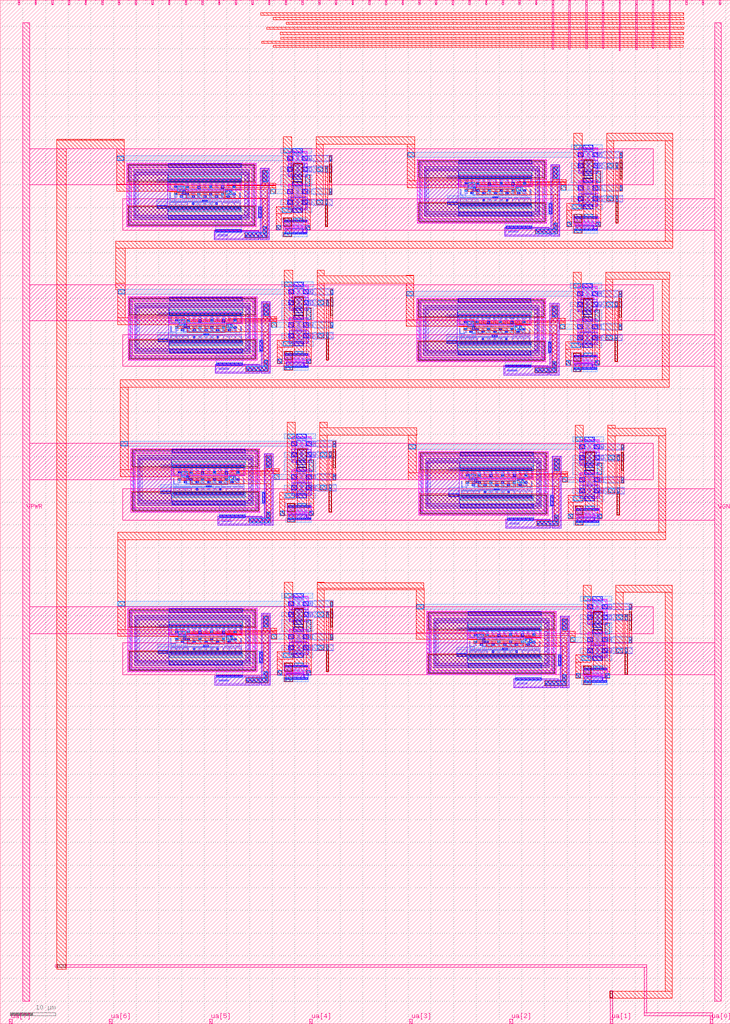
<source format=lef>
MACRO tt_um_guitar_pedal
  CLASS BLOCK ;
  FOREIGN tt_um_guitar_pedal ;
  ORIGIN 0.000 0.000 ;
  SIZE 161.000 BY 225.760 ;
  PIN clk
    DIRECTION INPUT ;
    USE SIGNAL ;
    PORT
      LAYER met4 ;
        RECT 154.870 224.760 155.170 225.760 ;
    END
  END clk
  PIN ena
    DIRECTION INPUT ;
    USE SIGNAL ;
    PORT
      LAYER met4 ;
        RECT 158.550 224.760 158.850 225.760 ;
    END
  END ena
  PIN rst_n
    DIRECTION INPUT ;
    USE SIGNAL ;
    PORT
      LAYER met4 ;
        RECT 151.190 224.760 151.490 225.760 ;
    END
  END rst_n
  PIN ua[0]
    DIRECTION INOUT ;
    USE SIGNAL ;
    ANTENNAGATEAREA 5.000000 ;
    ANTENNADIFFAREA 0.870000 ;
    PORT
      LAYER met4 ;
        RECT 156.560 0.000 157.160 1.000 ;
    END
  END ua[0]
  PIN ua[1]
    DIRECTION INOUT ;
    USE SIGNAL ;
    ANTENNADIFFAREA 1.740000 ;
    PORT
      LAYER met4 ;
        RECT 134.480 0.000 135.080 1.000 ;
    END
  END ua[1]
  PIN ua[2]
    DIRECTION INOUT ;
    USE SIGNAL ;
    PORT
      LAYER met4 ;
        RECT 112.400 0.000 113.000 1.000 ;
    END
  END ua[2]
  PIN ua[3]
    DIRECTION INOUT ;
    USE SIGNAL ;
    PORT
      LAYER met4 ;
        RECT 90.320 0.000 90.920 1.000 ;
    END
  END ua[3]
  PIN ua[4]
    DIRECTION INOUT ;
    USE SIGNAL ;
    PORT
      LAYER met4 ;
        RECT 68.240 0.000 68.840 1.000 ;
    END
  END ua[4]
  PIN ua[5]
    DIRECTION INOUT ;
    USE SIGNAL ;
    PORT
      LAYER met4 ;
        RECT 46.160 0.000 46.760 1.000 ;
    END
  END ua[5]
  PIN ua[6]
    DIRECTION INOUT ;
    USE SIGNAL ;
    PORT
      LAYER met4 ;
        RECT 24.080 0.000 24.680 1.000 ;
    END
  END ua[6]
  PIN ua[7]
    DIRECTION INOUT ;
    USE SIGNAL ;
    PORT
      LAYER met4 ;
        RECT 2.000 0.000 2.600 1.000 ;
    END
  END ua[7]
  PIN ui_in[0]
    DIRECTION INPUT ;
    USE SIGNAL ;
    PORT
      LAYER met4 ;
        RECT 147.510 224.760 147.810 225.760 ;
    END
  END ui_in[0]
  PIN ui_in[1]
    DIRECTION INPUT ;
    USE SIGNAL ;
    PORT
      LAYER met4 ;
        RECT 143.830 224.760 144.130 225.760 ;
    END
  END ui_in[1]
  PIN ui_in[2]
    DIRECTION INPUT ;
    USE SIGNAL ;
    PORT
      LAYER met4 ;
        RECT 140.150 224.760 140.450 225.760 ;
    END
  END ui_in[2]
  PIN ui_in[3]
    DIRECTION INPUT ;
    USE SIGNAL ;
    PORT
      LAYER met4 ;
        RECT 136.470 224.760 136.770 225.760 ;
    END
  END ui_in[3]
  PIN ui_in[4]
    DIRECTION INPUT ;
    USE SIGNAL ;
    PORT
      LAYER met4 ;
        RECT 132.790 224.760 133.090 225.760 ;
    END
  END ui_in[4]
  PIN ui_in[5]
    DIRECTION INPUT ;
    USE SIGNAL ;
    PORT
      LAYER met4 ;
        RECT 129.110 224.760 129.410 225.760 ;
    END
  END ui_in[5]
  PIN ui_in[6]
    DIRECTION INPUT ;
    USE SIGNAL ;
    PORT
      LAYER met4 ;
        RECT 125.430 224.760 125.730 225.760 ;
    END
  END ui_in[6]
  PIN ui_in[7]
    DIRECTION INPUT ;
    USE SIGNAL ;
    PORT
      LAYER met4 ;
        RECT 121.750 224.760 122.050 225.760 ;
    END
  END ui_in[7]
  PIN uio_in[0]
    DIRECTION INPUT ;
    USE SIGNAL ;
    PORT
      LAYER met4 ;
        RECT 118.070 224.760 118.370 225.760 ;
    END
  END uio_in[0]
  PIN uio_in[1]
    DIRECTION INPUT ;
    USE SIGNAL ;
    PORT
      LAYER met4 ;
        RECT 114.390 224.760 114.690 225.760 ;
    END
  END uio_in[1]
  PIN uio_in[2]
    DIRECTION INPUT ;
    USE SIGNAL ;
    PORT
      LAYER met4 ;
        RECT 110.710 224.760 111.010 225.760 ;
    END
  END uio_in[2]
  PIN uio_in[3]
    DIRECTION INPUT ;
    USE SIGNAL ;
    PORT
      LAYER met4 ;
        RECT 107.030 224.760 107.330 225.760 ;
    END
  END uio_in[3]
  PIN uio_in[4]
    DIRECTION INPUT ;
    USE SIGNAL ;
    PORT
      LAYER met4 ;
        RECT 103.350 224.760 103.650 225.760 ;
    END
  END uio_in[4]
  PIN uio_in[5]
    DIRECTION INPUT ;
    USE SIGNAL ;
    PORT
      LAYER met4 ;
        RECT 99.670 224.760 99.970 225.760 ;
    END
  END uio_in[5]
  PIN uio_in[6]
    DIRECTION INPUT ;
    USE SIGNAL ;
    PORT
      LAYER met4 ;
        RECT 95.990 224.760 96.290 225.760 ;
    END
  END uio_in[6]
  PIN uio_in[7]
    DIRECTION INPUT ;
    USE SIGNAL ;
    PORT
      LAYER met4 ;
        RECT 92.310 224.760 92.610 225.760 ;
    END
  END uio_in[7]
  PIN uio_oe[0]
    DIRECTION OUTPUT ;
    USE SIGNAL ;
    PORT
      LAYER met4 ;
        RECT 29.750 224.760 30.050 225.760 ;
    END
  END uio_oe[0]
  PIN uio_oe[1]
    DIRECTION OUTPUT ;
    USE SIGNAL ;
    PORT
      LAYER met4 ;
        RECT 26.070 224.760 26.370 225.760 ;
    END
  END uio_oe[1]
  PIN uio_oe[2]
    DIRECTION OUTPUT ;
    USE SIGNAL ;
    PORT
      LAYER met4 ;
        RECT 22.390 224.760 22.690 225.760 ;
    END
  END uio_oe[2]
  PIN uio_oe[3]
    DIRECTION OUTPUT ;
    USE SIGNAL ;
    PORT
      LAYER met4 ;
        RECT 18.710 224.760 19.010 225.760 ;
    END
  END uio_oe[3]
  PIN uio_oe[4]
    DIRECTION OUTPUT ;
    USE SIGNAL ;
    PORT
      LAYER met4 ;
        RECT 15.030 224.760 15.330 225.760 ;
    END
  END uio_oe[4]
  PIN uio_oe[5]
    DIRECTION OUTPUT ;
    USE SIGNAL ;
    PORT
      LAYER met4 ;
        RECT 11.350 224.760 11.650 225.760 ;
    END
  END uio_oe[5]
  PIN uio_oe[6]
    DIRECTION OUTPUT ;
    USE SIGNAL ;
    PORT
      LAYER met4 ;
        RECT 7.670 224.760 7.970 225.760 ;
    END
  END uio_oe[6]
  PIN uio_oe[7]
    DIRECTION OUTPUT ;
    USE SIGNAL ;
    PORT
      LAYER met4 ;
        RECT 3.990 224.760 4.290 225.760 ;
    END
  END uio_oe[7]
  PIN uio_out[0]
    DIRECTION OUTPUT ;
    USE SIGNAL ;
    PORT
      LAYER met4 ;
        RECT 59.190 224.760 59.490 225.760 ;
    END
  END uio_out[0]
  PIN uio_out[1]
    DIRECTION OUTPUT ;
    USE SIGNAL ;
    PORT
      LAYER met4 ;
        RECT 55.510 224.760 55.810 225.760 ;
    END
  END uio_out[1]
  PIN uio_out[2]
    DIRECTION OUTPUT ;
    USE SIGNAL ;
    PORT
      LAYER met4 ;
        RECT 51.830 224.760 52.130 225.760 ;
    END
  END uio_out[2]
  PIN uio_out[3]
    DIRECTION OUTPUT ;
    USE SIGNAL ;
    PORT
      LAYER met4 ;
        RECT 48.150 224.760 48.450 225.760 ;
    END
  END uio_out[3]
  PIN uio_out[4]
    DIRECTION OUTPUT ;
    USE SIGNAL ;
    PORT
      LAYER met4 ;
        RECT 44.470 224.760 44.770 225.760 ;
    END
  END uio_out[4]
  PIN uio_out[5]
    DIRECTION OUTPUT ;
    USE SIGNAL ;
    PORT
      LAYER met4 ;
        RECT 40.790 224.760 41.090 225.760 ;
    END
  END uio_out[5]
  PIN uio_out[6]
    DIRECTION OUTPUT ;
    USE SIGNAL ;
    PORT
      LAYER met4 ;
        RECT 37.110 224.760 37.410 225.760 ;
    END
  END uio_out[6]
  PIN uio_out[7]
    DIRECTION OUTPUT ;
    USE SIGNAL ;
    PORT
      LAYER met4 ;
        RECT 33.430 224.760 33.730 225.760 ;
    END
  END uio_out[7]
  PIN uo_out[0]
    DIRECTION OUTPUT ;
    USE SIGNAL ;
    PORT
      LAYER met4 ;
        RECT 88.630 224.760 88.930 225.760 ;
    END
  END uo_out[0]
  PIN uo_out[1]
    DIRECTION OUTPUT ;
    USE SIGNAL ;
    PORT
      LAYER met4 ;
        RECT 84.950 224.760 85.250 225.760 ;
    END
  END uo_out[1]
  PIN uo_out[2]
    DIRECTION OUTPUT ;
    USE SIGNAL ;
    PORT
      LAYER met4 ;
        RECT 81.270 224.760 81.570 225.760 ;
    END
  END uo_out[2]
  PIN uo_out[3]
    DIRECTION OUTPUT ;
    USE SIGNAL ;
    PORT
      LAYER met4 ;
        RECT 77.590 224.760 77.890 225.760 ;
    END
  END uo_out[3]
  PIN uo_out[4]
    DIRECTION OUTPUT ;
    USE SIGNAL ;
    PORT
      LAYER met4 ;
        RECT 73.910 224.760 74.210 225.760 ;
    END
  END uo_out[4]
  PIN uo_out[5]
    DIRECTION OUTPUT ;
    USE SIGNAL ;
    PORT
      LAYER met4 ;
        RECT 70.230 224.760 70.530 225.760 ;
    END
  END uo_out[5]
  PIN uo_out[6]
    DIRECTION OUTPUT ;
    USE SIGNAL ;
    PORT
      LAYER met4 ;
        RECT 66.550 224.760 66.850 225.760 ;
    END
  END uo_out[6]
  PIN uo_out[7]
    DIRECTION OUTPUT ;
    USE SIGNAL ;
    PORT
      LAYER met4 ;
        RECT 62.870 224.760 63.170 225.760 ;
    END
  END uo_out[7]
  PIN VPWR
    DIRECTION INOUT ;
    USE POWER ;
    PORT
      LAYER met4 ;
        RECT 5.000 5.000 6.500 220.760 ;
    END
  END VPWR
  PIN VGND
    DIRECTION INOUT ;
    USE GROUND ;
    PORT
      LAYER met4 ;
        RECT 157.530 5.000 159.030 220.760 ;
    END
  END VGND
  OBS
      LAYER nwell ;
        RECT 27.950 188.800 56.450 189.800 ;
        RECT 27.950 176.800 28.950 188.800 ;
      LAYER pwell ;
        RECT 29.450 187.300 54.950 188.300 ;
        RECT 29.450 178.300 36.900 187.300 ;
      LAYER nwell ;
        RECT 37.080 183.860 53.210 186.420 ;
      LAYER pwell ;
        RECT 37.050 179.450 53.200 180.300 ;
        RECT 53.950 178.300 54.950 187.300 ;
        RECT 29.450 177.300 54.950 178.300 ;
      LAYER nwell ;
        RECT 55.450 176.800 56.450 188.800 ;
        RECT 63.485 189.625 67.735 192.465 ;
        RECT 27.950 175.800 56.450 176.800 ;
      LAYER pwell ;
        RECT 47.150 172.900 56.970 174.910 ;
        RECT 57.350 172.900 59.360 188.720 ;
        RECT 63.485 186.835 67.735 189.625 ;
      LAYER nwell ;
        RECT 92.020 189.580 120.520 190.580 ;
        RECT 63.485 182.325 67.735 185.165 ;
      LAYER pwell ;
        RECT 63.485 179.535 67.735 182.325 ;
      LAYER nwell ;
        RECT 92.020 177.580 93.020 189.580 ;
      LAYER pwell ;
        RECT 93.520 188.080 119.020 189.080 ;
        RECT 93.520 179.080 100.970 188.080 ;
      LAYER nwell ;
        RECT 101.150 184.640 117.280 187.200 ;
      LAYER pwell ;
        RECT 101.120 180.230 117.270 181.080 ;
        RECT 118.020 179.080 119.020 188.080 ;
        RECT 93.520 178.080 119.020 179.080 ;
      LAYER nwell ;
        RECT 119.520 177.580 120.520 189.580 ;
        RECT 127.555 190.405 131.805 193.245 ;
        RECT 62.450 175.645 67.890 177.250 ;
        RECT 92.020 176.580 120.520 177.580 ;
      LAYER pwell ;
        RECT 62.810 174.445 66.680 175.355 ;
        RECT 66.795 174.530 67.685 175.315 ;
        RECT 62.810 174.425 62.955 174.445 ;
        RECT 62.785 174.255 62.955 174.425 ;
        RECT 111.220 173.680 121.040 175.690 ;
        RECT 121.420 173.680 123.430 189.500 ;
        RECT 127.555 187.615 131.805 190.405 ;
      LAYER nwell ;
        RECT 127.555 183.105 131.805 185.945 ;
      LAYER pwell ;
        RECT 127.555 180.315 131.805 183.105 ;
      LAYER nwell ;
        RECT 126.520 176.425 131.960 178.030 ;
      LAYER pwell ;
        RECT 126.880 175.225 130.750 176.135 ;
        RECT 130.865 175.310 131.755 176.095 ;
        RECT 126.880 175.205 127.025 175.225 ;
        RECT 126.855 175.035 127.025 175.205 ;
      LAYER nwell ;
        RECT 28.180 159.360 56.680 160.360 ;
        RECT 28.180 147.360 29.180 159.360 ;
      LAYER pwell ;
        RECT 29.680 157.860 55.180 158.860 ;
        RECT 29.680 148.860 37.130 157.860 ;
      LAYER nwell ;
        RECT 37.310 154.420 53.440 156.980 ;
      LAYER pwell ;
        RECT 37.280 150.010 53.430 150.860 ;
        RECT 54.180 148.860 55.180 157.860 ;
        RECT 29.680 147.860 55.180 148.860 ;
      LAYER nwell ;
        RECT 55.680 147.360 56.680 159.360 ;
        RECT 63.715 160.185 67.965 163.025 ;
        RECT 28.180 146.360 56.680 147.360 ;
      LAYER pwell ;
        RECT 47.380 143.460 57.200 145.470 ;
        RECT 57.580 143.460 59.590 159.280 ;
        RECT 63.715 157.395 67.965 160.185 ;
      LAYER nwell ;
        RECT 91.840 158.980 120.340 159.980 ;
        RECT 63.715 152.885 67.965 155.725 ;
      LAYER pwell ;
        RECT 63.715 150.095 67.965 152.885 ;
      LAYER nwell ;
        RECT 62.680 146.205 68.120 147.810 ;
        RECT 91.840 146.980 92.840 158.980 ;
      LAYER pwell ;
        RECT 93.340 157.480 118.840 158.480 ;
        RECT 93.340 148.480 100.790 157.480 ;
      LAYER nwell ;
        RECT 100.970 154.040 117.100 156.600 ;
      LAYER pwell ;
        RECT 100.940 149.630 117.090 150.480 ;
        RECT 117.840 148.480 118.840 157.480 ;
        RECT 93.340 147.480 118.840 148.480 ;
      LAYER nwell ;
        RECT 119.340 146.980 120.340 158.980 ;
        RECT 127.375 159.805 131.625 162.645 ;
        RECT 91.840 145.980 120.340 146.980 ;
      LAYER pwell ;
        RECT 63.040 145.005 66.910 145.915 ;
        RECT 67.025 145.090 67.915 145.875 ;
        RECT 63.040 144.985 63.185 145.005 ;
        RECT 63.015 144.815 63.185 144.985 ;
        RECT 111.040 143.080 120.860 145.090 ;
        RECT 121.240 143.080 123.250 158.900 ;
        RECT 127.375 157.015 131.625 159.805 ;
      LAYER nwell ;
        RECT 127.375 152.505 131.625 155.345 ;
      LAYER pwell ;
        RECT 127.375 149.715 131.625 152.505 ;
      LAYER nwell ;
        RECT 126.340 145.825 131.780 147.430 ;
      LAYER pwell ;
        RECT 126.700 144.625 130.570 145.535 ;
        RECT 130.685 144.710 131.575 145.495 ;
        RECT 126.700 144.605 126.845 144.625 ;
        RECT 126.675 144.435 126.845 144.605 ;
      LAYER nwell ;
        RECT 28.780 125.840 57.280 126.840 ;
        RECT 28.780 113.840 29.780 125.840 ;
      LAYER pwell ;
        RECT 30.280 124.340 55.780 125.340 ;
        RECT 30.280 115.340 37.730 124.340 ;
      LAYER nwell ;
        RECT 37.910 120.900 54.040 123.460 ;
      LAYER pwell ;
        RECT 37.880 116.490 54.030 117.340 ;
        RECT 54.780 115.340 55.780 124.340 ;
        RECT 30.280 114.340 55.780 115.340 ;
      LAYER nwell ;
        RECT 56.280 113.840 57.280 125.840 ;
        RECT 64.315 126.665 68.565 129.505 ;
        RECT 28.780 112.840 57.280 113.840 ;
      LAYER pwell ;
        RECT 47.980 109.940 57.800 111.950 ;
        RECT 58.180 109.940 60.190 125.760 ;
        RECT 64.315 123.875 68.565 126.665 ;
      LAYER nwell ;
        RECT 92.320 125.190 120.820 126.190 ;
        RECT 64.315 119.365 68.565 122.205 ;
      LAYER pwell ;
        RECT 64.315 116.575 68.565 119.365 ;
      LAYER nwell ;
        RECT 63.280 112.685 68.720 114.290 ;
        RECT 92.320 113.190 93.320 125.190 ;
      LAYER pwell ;
        RECT 93.820 123.690 119.320 124.690 ;
        RECT 93.820 114.690 101.270 123.690 ;
      LAYER nwell ;
        RECT 101.450 120.250 117.580 122.810 ;
      LAYER pwell ;
        RECT 101.420 115.840 117.570 116.690 ;
        RECT 118.320 114.690 119.320 123.690 ;
        RECT 93.820 113.690 119.320 114.690 ;
      LAYER nwell ;
        RECT 119.820 113.190 120.820 125.190 ;
        RECT 127.855 126.015 132.105 128.855 ;
      LAYER pwell ;
        RECT 63.640 111.485 67.510 112.395 ;
        RECT 67.625 111.570 68.515 112.355 ;
      LAYER nwell ;
        RECT 92.320 112.190 120.820 113.190 ;
      LAYER pwell ;
        RECT 63.640 111.465 63.785 111.485 ;
        RECT 63.615 111.295 63.785 111.465 ;
        RECT 111.520 109.290 121.340 111.300 ;
        RECT 121.720 109.290 123.730 125.110 ;
        RECT 127.855 123.225 132.105 126.015 ;
      LAYER nwell ;
        RECT 127.855 118.715 132.105 121.555 ;
      LAYER pwell ;
        RECT 127.855 115.925 132.105 118.715 ;
      LAYER nwell ;
        RECT 126.820 112.035 132.260 113.640 ;
      LAYER pwell ;
        RECT 127.180 110.835 131.050 111.745 ;
        RECT 131.165 110.920 132.055 111.705 ;
        RECT 127.180 110.815 127.325 110.835 ;
        RECT 127.155 110.645 127.325 110.815 ;
      LAYER nwell ;
        RECT 28.160 90.610 56.660 91.610 ;
        RECT 28.160 78.610 29.160 90.610 ;
      LAYER pwell ;
        RECT 29.660 89.110 55.160 90.110 ;
        RECT 29.660 80.110 37.110 89.110 ;
      LAYER nwell ;
        RECT 37.290 85.670 53.420 88.230 ;
      LAYER pwell ;
        RECT 37.260 81.260 53.410 82.110 ;
        RECT 54.160 80.110 55.160 89.110 ;
        RECT 29.660 79.110 55.160 80.110 ;
      LAYER nwell ;
        RECT 55.660 78.610 56.660 90.610 ;
        RECT 63.695 91.435 67.945 94.275 ;
        RECT 28.160 77.610 56.660 78.610 ;
      LAYER pwell ;
        RECT 47.360 74.710 57.180 76.720 ;
        RECT 57.560 74.710 59.570 90.530 ;
        RECT 63.695 88.645 67.945 91.435 ;
      LAYER nwell ;
        RECT 94.070 89.960 122.570 90.960 ;
        RECT 63.695 84.135 67.945 86.975 ;
      LAYER pwell ;
        RECT 63.695 81.345 67.945 84.135 ;
      LAYER nwell ;
        RECT 62.660 77.455 68.100 79.060 ;
        RECT 94.070 77.960 95.070 89.960 ;
      LAYER pwell ;
        RECT 95.570 88.460 121.070 89.460 ;
        RECT 95.570 79.460 103.020 88.460 ;
      LAYER nwell ;
        RECT 103.200 85.020 119.330 87.580 ;
      LAYER pwell ;
        RECT 103.170 80.610 119.320 81.460 ;
        RECT 120.070 79.460 121.070 88.460 ;
        RECT 95.570 78.460 121.070 79.460 ;
      LAYER nwell ;
        RECT 121.570 77.960 122.570 89.960 ;
        RECT 129.605 90.785 133.855 93.625 ;
      LAYER pwell ;
        RECT 63.020 76.255 66.890 77.165 ;
        RECT 67.005 76.340 67.895 77.125 ;
      LAYER nwell ;
        RECT 94.070 76.960 122.570 77.960 ;
      LAYER pwell ;
        RECT 63.020 76.235 63.165 76.255 ;
        RECT 62.995 76.065 63.165 76.235 ;
        RECT 113.270 74.060 123.090 76.070 ;
        RECT 123.470 74.060 125.480 89.880 ;
        RECT 129.605 87.995 133.855 90.785 ;
      LAYER nwell ;
        RECT 129.605 83.485 133.855 86.325 ;
      LAYER pwell ;
        RECT 129.605 80.695 133.855 83.485 ;
      LAYER nwell ;
        RECT 128.570 76.805 134.010 78.410 ;
      LAYER pwell ;
        RECT 128.930 75.605 132.800 76.515 ;
        RECT 132.915 75.690 133.805 76.475 ;
        RECT 128.930 75.585 129.075 75.605 ;
        RECT 128.905 75.415 129.075 75.585 ;
      LAYER li1 ;
        RECT 127.570 192.880 131.820 193.130 ;
        RECT 63.500 192.100 67.750 192.350 ;
        RECT 63.500 190.100 63.850 192.100 ;
        RECT 64.465 191.600 65.465 191.770 ;
        RECT 65.755 191.600 66.755 191.770 ;
        RECT 67.350 191.500 67.750 192.100 ;
        RECT 64.235 191.350 64.405 191.385 ;
        RECT 64.150 190.500 64.500 191.350 ;
        RECT 64.150 190.100 65.150 190.500 ;
        RECT 65.525 190.345 65.695 191.385 ;
        RECT 66.815 191.350 66.985 191.385 ;
        RECT 66.750 190.500 67.050 191.350 ;
        RECT 64.850 189.700 65.150 190.100 ;
        RECT 66.050 190.100 67.050 190.500 ;
        RECT 67.350 190.200 68.750 191.500 ;
        RECT 127.570 190.880 127.920 192.880 ;
        RECT 128.535 192.380 129.535 192.550 ;
        RECT 129.825 192.380 130.825 192.550 ;
        RECT 131.420 192.280 131.820 192.880 ;
        RECT 128.305 192.130 128.475 192.165 ;
        RECT 128.220 191.280 128.570 192.130 ;
        RECT 128.220 190.880 129.220 191.280 ;
        RECT 129.595 191.125 129.765 192.165 ;
        RECT 130.885 192.130 131.055 192.165 ;
        RECT 130.820 191.280 131.120 192.130 ;
        RECT 128.920 190.480 129.220 190.880 ;
        RECT 130.120 190.880 131.120 191.280 ;
        RECT 131.420 190.980 132.820 192.280 ;
        RECT 130.120 190.480 130.420 190.880 ;
        RECT 66.050 189.700 66.350 190.100 ;
        RECT 28.370 189.220 56.090 189.550 ;
        RECT 64.850 189.300 66.350 189.700 ;
        RECT 92.440 190.000 120.160 190.330 ;
        RECT 128.920 190.080 130.420 190.480 ;
        RECT 28.370 176.350 28.700 189.220 ;
        RECT 29.690 187.570 54.770 187.900 ;
        RECT 29.690 178.000 30.020 187.570 ;
        RECT 34.550 185.600 53.000 186.200 ;
        RECT 37.320 184.340 37.490 185.380 ;
        RECT 38.610 184.340 38.780 185.380 ;
        RECT 39.900 184.340 40.070 185.380 ;
        RECT 41.190 184.340 41.360 185.380 ;
        RECT 42.480 184.340 42.650 185.380 ;
        RECT 43.770 184.340 43.940 185.380 ;
        RECT 45.060 184.340 45.230 185.380 ;
        RECT 46.350 184.340 46.520 185.380 ;
        RECT 47.640 184.340 47.810 185.380 ;
        RECT 48.930 184.340 49.100 185.380 ;
        RECT 50.220 184.340 50.390 185.380 ;
        RECT 51.510 184.340 51.680 185.380 ;
        RECT 52.800 184.340 52.970 185.380 ;
        RECT 37.550 183.955 38.550 184.125 ;
        RECT 38.840 183.955 39.840 184.125 ;
        RECT 40.130 183.955 41.130 184.125 ;
        RECT 41.420 183.955 42.420 184.125 ;
        RECT 42.710 183.955 43.710 184.125 ;
        RECT 44.000 183.955 45.000 184.125 ;
        RECT 45.290 183.955 46.290 184.125 ;
        RECT 46.580 183.955 47.580 184.125 ;
        RECT 47.870 183.955 48.870 184.125 ;
        RECT 49.160 183.955 50.160 184.125 ;
        RECT 50.450 183.955 51.450 184.125 ;
        RECT 51.740 183.955 52.740 184.125 ;
        RECT 38.840 183.415 39.840 183.585 ;
        RECT 42.710 183.415 43.710 183.585 ;
        RECT 44.000 183.415 45.000 183.585 ;
        RECT 47.870 183.415 48.870 183.585 ;
        RECT 49.160 183.415 50.160 183.585 ;
        RECT 37.320 182.205 37.490 183.245 ;
        RECT 38.610 182.205 38.780 183.245 ;
        RECT 39.900 182.205 40.070 183.245 ;
        RECT 41.190 182.205 41.360 183.245 ;
        RECT 42.480 182.205 42.650 183.245 ;
        RECT 43.770 182.205 43.940 183.245 ;
        RECT 45.060 182.205 45.230 183.245 ;
        RECT 46.350 182.205 46.520 183.245 ;
        RECT 47.640 182.205 47.810 183.245 ;
        RECT 48.930 182.205 49.100 183.245 ;
        RECT 50.220 182.205 50.390 183.245 ;
        RECT 51.510 182.205 51.680 183.245 ;
        RECT 52.800 182.205 52.970 183.245 ;
        RECT 37.550 181.865 38.550 182.035 ;
        RECT 40.130 181.865 41.130 182.035 ;
        RECT 41.420 181.865 42.420 182.035 ;
        RECT 45.290 181.865 46.290 182.035 ;
        RECT 46.580 181.865 47.580 182.035 ;
        RECT 50.450 181.865 51.450 182.035 ;
        RECT 51.740 181.865 52.740 182.035 ;
        RECT 37.550 181.235 38.550 181.405 ;
        RECT 38.840 181.235 39.840 181.405 ;
        RECT 40.130 181.235 41.130 181.405 ;
        RECT 41.420 181.235 42.420 181.405 ;
        RECT 42.710 181.235 43.710 181.405 ;
        RECT 44.000 181.235 45.000 181.405 ;
        RECT 45.290 181.235 46.290 181.405 ;
        RECT 46.580 181.235 47.580 181.405 ;
        RECT 47.870 181.235 48.870 181.405 ;
        RECT 49.160 181.235 50.160 181.405 ;
        RECT 50.450 181.235 51.450 181.405 ;
        RECT 51.740 181.235 52.740 181.405 ;
        RECT 37.320 180.605 37.490 181.065 ;
        RECT 38.610 180.605 38.780 181.065 ;
        RECT 39.900 180.605 40.070 181.065 ;
        RECT 41.190 180.605 41.360 181.065 ;
        RECT 42.480 180.605 42.650 181.065 ;
        RECT 43.770 180.605 43.940 181.065 ;
        RECT 45.060 180.605 45.230 181.065 ;
        RECT 46.350 180.605 46.520 181.065 ;
        RECT 47.640 180.605 47.810 181.065 ;
        RECT 48.930 180.605 49.100 181.065 ;
        RECT 50.220 180.605 50.390 181.065 ;
        RECT 51.510 180.605 51.680 181.065 ;
        RECT 52.800 180.605 52.970 181.065 ;
        RECT 34.550 179.800 36.750 180.500 ;
        RECT 37.300 179.650 53.000 180.200 ;
        RECT 54.440 178.000 54.770 187.570 ;
        RECT 29.690 177.670 54.770 178.000 ;
        RECT 55.760 176.350 56.090 189.220 ;
        RECT 57.530 188.370 59.180 188.540 ;
        RECT 57.530 180.200 57.700 188.370 ;
        RECT 57.950 185.700 58.750 187.900 ;
        RECT 56.950 177.800 57.700 180.200 ;
        RECT 28.370 176.020 56.090 176.350 ;
        RECT 47.450 174.730 53.250 175.200 ;
        RECT 47.330 174.700 56.790 174.730 ;
        RECT 57.530 174.700 57.700 177.800 ;
        RECT 47.330 174.560 57.700 174.700 ;
        RECT 47.330 173.250 47.500 174.560 ;
        RECT 47.980 173.730 50.140 174.080 ;
        RECT 53.980 173.730 56.140 174.080 ;
        RECT 56.620 173.250 57.700 174.560 ;
        RECT 58.180 173.730 58.530 175.890 ;
        RECT 59.010 173.250 59.180 188.370 ;
        RECT 63.500 187.200 63.850 189.100 ;
        RECT 64.150 188.100 64.500 189.100 ;
        RECT 64.235 187.865 64.405 188.100 ;
        RECT 65.350 187.900 65.850 189.300 ;
        RECT 66.750 188.100 67.050 189.100 ;
        RECT 65.525 187.865 65.695 187.900 ;
        RECT 66.815 187.865 66.985 188.100 ;
        RECT 67.350 187.800 68.750 189.100 ;
        RECT 64.465 187.525 65.465 187.695 ;
        RECT 65.755 187.525 66.755 187.695 ;
        RECT 67.350 187.200 67.750 187.800 ;
        RECT 63.500 186.850 67.750 187.200 ;
        RECT 63.500 184.800 67.750 185.050 ;
        RECT 63.500 182.800 63.850 184.800 ;
        RECT 64.465 184.300 65.465 184.470 ;
        RECT 65.755 184.300 66.755 184.470 ;
        RECT 67.350 184.200 67.750 184.800 ;
        RECT 64.235 184.050 64.405 184.085 ;
        RECT 64.150 183.200 64.500 184.050 ;
        RECT 64.150 182.800 65.150 183.200 ;
        RECT 65.525 183.045 65.695 184.085 ;
        RECT 66.815 184.050 66.985 184.085 ;
        RECT 66.750 183.200 67.050 184.050 ;
        RECT 64.850 182.400 65.150 182.800 ;
        RECT 66.050 182.800 67.050 183.200 ;
        RECT 67.350 182.900 68.750 184.200 ;
        RECT 66.050 182.400 66.350 182.800 ;
        RECT 64.850 182.000 66.350 182.400 ;
        RECT 63.500 179.900 63.850 181.800 ;
        RECT 64.150 180.800 64.500 181.800 ;
        RECT 64.235 180.565 64.405 180.800 ;
        RECT 65.350 180.600 65.850 182.000 ;
        RECT 66.750 180.800 67.050 181.800 ;
        RECT 65.525 180.565 65.695 180.600 ;
        RECT 66.815 180.565 66.985 180.800 ;
        RECT 67.350 180.500 68.750 181.800 ;
        RECT 64.465 180.225 65.465 180.395 ;
        RECT 65.755 180.225 66.755 180.395 ;
        RECT 67.350 179.900 67.750 180.500 ;
        RECT 63.500 179.550 67.750 179.900 ;
        RECT 62.640 176.975 67.700 177.145 ;
        RECT 92.440 177.130 92.770 190.000 ;
        RECT 93.760 188.350 118.840 188.680 ;
        RECT 93.760 178.780 94.090 188.350 ;
        RECT 98.620 186.380 117.070 186.980 ;
        RECT 101.390 185.120 101.560 186.160 ;
        RECT 102.680 185.120 102.850 186.160 ;
        RECT 103.970 185.120 104.140 186.160 ;
        RECT 105.260 185.120 105.430 186.160 ;
        RECT 106.550 185.120 106.720 186.160 ;
        RECT 107.840 185.120 108.010 186.160 ;
        RECT 109.130 185.120 109.300 186.160 ;
        RECT 110.420 185.120 110.590 186.160 ;
        RECT 111.710 185.120 111.880 186.160 ;
        RECT 113.000 185.120 113.170 186.160 ;
        RECT 114.290 185.120 114.460 186.160 ;
        RECT 115.580 185.120 115.750 186.160 ;
        RECT 116.870 185.120 117.040 186.160 ;
        RECT 101.620 184.735 102.620 184.905 ;
        RECT 102.910 184.735 103.910 184.905 ;
        RECT 104.200 184.735 105.200 184.905 ;
        RECT 105.490 184.735 106.490 184.905 ;
        RECT 106.780 184.735 107.780 184.905 ;
        RECT 108.070 184.735 109.070 184.905 ;
        RECT 109.360 184.735 110.360 184.905 ;
        RECT 110.650 184.735 111.650 184.905 ;
        RECT 111.940 184.735 112.940 184.905 ;
        RECT 113.230 184.735 114.230 184.905 ;
        RECT 114.520 184.735 115.520 184.905 ;
        RECT 115.810 184.735 116.810 184.905 ;
        RECT 102.910 184.195 103.910 184.365 ;
        RECT 106.780 184.195 107.780 184.365 ;
        RECT 108.070 184.195 109.070 184.365 ;
        RECT 111.940 184.195 112.940 184.365 ;
        RECT 113.230 184.195 114.230 184.365 ;
        RECT 101.390 182.985 101.560 184.025 ;
        RECT 102.680 182.985 102.850 184.025 ;
        RECT 103.970 182.985 104.140 184.025 ;
        RECT 105.260 182.985 105.430 184.025 ;
        RECT 106.550 182.985 106.720 184.025 ;
        RECT 107.840 182.985 108.010 184.025 ;
        RECT 109.130 182.985 109.300 184.025 ;
        RECT 110.420 182.985 110.590 184.025 ;
        RECT 111.710 182.985 111.880 184.025 ;
        RECT 113.000 182.985 113.170 184.025 ;
        RECT 114.290 182.985 114.460 184.025 ;
        RECT 115.580 182.985 115.750 184.025 ;
        RECT 116.870 182.985 117.040 184.025 ;
        RECT 101.620 182.645 102.620 182.815 ;
        RECT 104.200 182.645 105.200 182.815 ;
        RECT 105.490 182.645 106.490 182.815 ;
        RECT 109.360 182.645 110.360 182.815 ;
        RECT 110.650 182.645 111.650 182.815 ;
        RECT 114.520 182.645 115.520 182.815 ;
        RECT 115.810 182.645 116.810 182.815 ;
        RECT 101.620 182.015 102.620 182.185 ;
        RECT 102.910 182.015 103.910 182.185 ;
        RECT 104.200 182.015 105.200 182.185 ;
        RECT 105.490 182.015 106.490 182.185 ;
        RECT 106.780 182.015 107.780 182.185 ;
        RECT 108.070 182.015 109.070 182.185 ;
        RECT 109.360 182.015 110.360 182.185 ;
        RECT 110.650 182.015 111.650 182.185 ;
        RECT 111.940 182.015 112.940 182.185 ;
        RECT 113.230 182.015 114.230 182.185 ;
        RECT 114.520 182.015 115.520 182.185 ;
        RECT 115.810 182.015 116.810 182.185 ;
        RECT 101.390 181.385 101.560 181.845 ;
        RECT 102.680 181.385 102.850 181.845 ;
        RECT 103.970 181.385 104.140 181.845 ;
        RECT 105.260 181.385 105.430 181.845 ;
        RECT 106.550 181.385 106.720 181.845 ;
        RECT 107.840 181.385 108.010 181.845 ;
        RECT 109.130 181.385 109.300 181.845 ;
        RECT 110.420 181.385 110.590 181.845 ;
        RECT 111.710 181.385 111.880 181.845 ;
        RECT 113.000 181.385 113.170 181.845 ;
        RECT 114.290 181.385 114.460 181.845 ;
        RECT 115.580 181.385 115.750 181.845 ;
        RECT 116.870 181.385 117.040 181.845 ;
        RECT 98.620 180.580 100.820 181.280 ;
        RECT 101.370 180.430 117.070 180.980 ;
        RECT 118.510 178.780 118.840 188.350 ;
        RECT 93.760 178.450 118.840 178.780 ;
        RECT 119.830 177.130 120.160 190.000 ;
        RECT 121.600 189.150 123.250 189.320 ;
        RECT 121.600 180.980 121.770 189.150 ;
        RECT 122.020 186.480 122.820 188.680 ;
        RECT 121.020 178.580 121.770 180.980 ;
        RECT 62.895 176.175 63.150 176.975 ;
        RECT 63.320 176.005 63.650 176.805 ;
        RECT 63.820 176.175 63.990 176.975 ;
        RECT 64.160 176.005 64.490 176.805 ;
        RECT 64.660 176.175 64.830 176.975 ;
        RECT 65.000 176.005 65.330 176.805 ;
        RECT 65.500 176.175 65.670 176.975 ;
        RECT 65.840 176.005 66.170 176.805 ;
        RECT 66.340 176.175 66.640 176.975 ;
        RECT 92.440 176.800 120.160 177.130 ;
        RECT 62.725 175.835 66.695 176.005 ;
        RECT 62.725 175.245 63.070 175.835 ;
        RECT 63.320 175.415 66.175 175.665 ;
        RECT 66.375 175.245 66.695 175.835 ;
        RECT 66.865 175.810 67.615 176.795 ;
        RECT 111.520 175.510 117.320 175.980 ;
        RECT 62.725 175.055 66.695 175.245 ;
        RECT 111.400 175.480 120.860 175.510 ;
        RECT 121.600 175.480 121.770 178.580 ;
        RECT 111.400 175.340 121.770 175.480 ;
        RECT 62.895 174.425 63.150 174.885 ;
        RECT 63.320 174.595 63.650 175.055 ;
        RECT 63.820 174.425 63.990 174.885 ;
        RECT 64.160 174.595 64.490 175.055 ;
        RECT 64.660 174.425 64.830 174.885 ;
        RECT 65.000 174.595 65.330 175.055 ;
        RECT 65.500 174.425 65.670 174.885 ;
        RECT 65.840 174.595 66.170 175.055 ;
        RECT 66.340 174.425 66.645 174.885 ;
        RECT 66.865 174.605 67.615 175.150 ;
        RECT 62.640 174.255 67.700 174.425 ;
        RECT 111.400 174.030 111.570 175.340 ;
        RECT 112.050 174.510 114.210 174.860 ;
        RECT 118.050 174.510 120.210 174.860 ;
        RECT 120.690 174.030 121.770 175.340 ;
        RECT 122.250 174.510 122.600 176.670 ;
        RECT 123.080 174.030 123.250 189.150 ;
        RECT 127.570 187.980 127.920 189.880 ;
        RECT 128.220 188.880 128.570 189.880 ;
        RECT 128.305 188.645 128.475 188.880 ;
        RECT 129.420 188.680 129.920 190.080 ;
        RECT 130.820 188.880 131.120 189.880 ;
        RECT 129.595 188.645 129.765 188.680 ;
        RECT 130.885 188.645 131.055 188.880 ;
        RECT 131.420 188.580 132.820 189.880 ;
        RECT 128.535 188.305 129.535 188.475 ;
        RECT 129.825 188.305 130.825 188.475 ;
        RECT 131.420 187.980 131.820 188.580 ;
        RECT 127.570 187.630 131.820 187.980 ;
        RECT 127.570 185.580 131.820 185.830 ;
        RECT 127.570 183.580 127.920 185.580 ;
        RECT 128.535 185.080 129.535 185.250 ;
        RECT 129.825 185.080 130.825 185.250 ;
        RECT 131.420 184.980 131.820 185.580 ;
        RECT 128.305 184.830 128.475 184.865 ;
        RECT 128.220 183.980 128.570 184.830 ;
        RECT 128.220 183.580 129.220 183.980 ;
        RECT 129.595 183.825 129.765 184.865 ;
        RECT 130.885 184.830 131.055 184.865 ;
        RECT 130.820 183.980 131.120 184.830 ;
        RECT 128.920 183.180 129.220 183.580 ;
        RECT 130.120 183.580 131.120 183.980 ;
        RECT 131.420 183.680 132.820 184.980 ;
        RECT 130.120 183.180 130.420 183.580 ;
        RECT 128.920 182.780 130.420 183.180 ;
        RECT 127.570 180.680 127.920 182.580 ;
        RECT 128.220 181.580 128.570 182.580 ;
        RECT 128.305 181.345 128.475 181.580 ;
        RECT 129.420 181.380 129.920 182.780 ;
        RECT 130.820 181.580 131.120 182.580 ;
        RECT 129.595 181.345 129.765 181.380 ;
        RECT 130.885 181.345 131.055 181.580 ;
        RECT 131.420 181.280 132.820 182.580 ;
        RECT 128.535 181.005 129.535 181.175 ;
        RECT 129.825 181.005 130.825 181.175 ;
        RECT 131.420 180.680 131.820 181.280 ;
        RECT 127.570 180.330 131.820 180.680 ;
        RECT 126.710 177.755 131.770 177.925 ;
        RECT 126.965 176.955 127.220 177.755 ;
        RECT 127.390 176.785 127.720 177.585 ;
        RECT 127.890 176.955 128.060 177.755 ;
        RECT 128.230 176.785 128.560 177.585 ;
        RECT 128.730 176.955 128.900 177.755 ;
        RECT 129.070 176.785 129.400 177.585 ;
        RECT 129.570 176.955 129.740 177.755 ;
        RECT 129.910 176.785 130.240 177.585 ;
        RECT 130.410 176.955 130.710 177.755 ;
        RECT 126.795 176.615 130.765 176.785 ;
        RECT 126.795 176.025 127.140 176.615 ;
        RECT 127.390 176.195 130.245 176.445 ;
        RECT 130.445 176.025 130.765 176.615 ;
        RECT 130.935 176.590 131.685 177.575 ;
        RECT 126.795 175.835 130.765 176.025 ;
        RECT 126.965 175.205 127.220 175.665 ;
        RECT 127.390 175.375 127.720 175.835 ;
        RECT 127.890 175.205 128.060 175.665 ;
        RECT 128.230 175.375 128.560 175.835 ;
        RECT 128.730 175.205 128.900 175.665 ;
        RECT 129.070 175.375 129.400 175.835 ;
        RECT 129.570 175.205 129.740 175.665 ;
        RECT 129.910 175.375 130.240 175.835 ;
        RECT 130.410 175.205 130.715 175.665 ;
        RECT 130.935 175.385 131.685 175.930 ;
        RECT 126.710 175.035 131.770 175.205 ;
        RECT 111.400 173.880 123.250 174.030 ;
        RECT 111.400 173.860 120.860 173.880 ;
        RECT 121.600 173.860 123.250 173.880 ;
        RECT 47.330 173.100 59.180 173.250 ;
        RECT 47.330 173.080 56.790 173.100 ;
        RECT 57.530 173.080 59.180 173.100 ;
        RECT 63.730 162.660 67.980 162.910 ;
        RECT 63.730 160.660 64.080 162.660 ;
        RECT 64.695 162.160 65.695 162.330 ;
        RECT 65.985 162.160 66.985 162.330 ;
        RECT 67.580 162.060 67.980 162.660 ;
        RECT 127.390 162.280 131.640 162.530 ;
        RECT 64.465 161.910 64.635 161.945 ;
        RECT 64.380 161.060 64.730 161.910 ;
        RECT 64.380 160.660 65.380 161.060 ;
        RECT 65.755 160.905 65.925 161.945 ;
        RECT 67.045 161.910 67.215 161.945 ;
        RECT 66.980 161.060 67.280 161.910 ;
        RECT 65.080 160.260 65.380 160.660 ;
        RECT 66.280 160.660 67.280 161.060 ;
        RECT 67.580 160.760 68.980 162.060 ;
        RECT 66.280 160.260 66.580 160.660 ;
        RECT 127.390 160.280 127.740 162.280 ;
        RECT 128.355 161.780 129.355 161.950 ;
        RECT 129.645 161.780 130.645 161.950 ;
        RECT 131.240 161.680 131.640 162.280 ;
        RECT 128.125 161.530 128.295 161.565 ;
        RECT 128.040 160.680 128.390 161.530 ;
        RECT 128.040 160.280 129.040 160.680 ;
        RECT 129.415 160.525 129.585 161.565 ;
        RECT 130.705 161.530 130.875 161.565 ;
        RECT 130.640 160.680 130.940 161.530 ;
        RECT 28.600 159.780 56.320 160.110 ;
        RECT 65.080 159.860 66.580 160.260 ;
        RECT 128.740 159.880 129.040 160.280 ;
        RECT 129.940 160.280 130.940 160.680 ;
        RECT 131.240 160.380 132.640 161.680 ;
        RECT 129.940 159.880 130.240 160.280 ;
        RECT 28.600 146.910 28.930 159.780 ;
        RECT 29.920 158.130 55.000 158.460 ;
        RECT 29.920 148.560 30.250 158.130 ;
        RECT 34.780 156.160 53.230 156.760 ;
        RECT 37.550 154.900 37.720 155.940 ;
        RECT 38.840 154.900 39.010 155.940 ;
        RECT 40.130 154.900 40.300 155.940 ;
        RECT 41.420 154.900 41.590 155.940 ;
        RECT 42.710 154.900 42.880 155.940 ;
        RECT 44.000 154.900 44.170 155.940 ;
        RECT 45.290 154.900 45.460 155.940 ;
        RECT 46.580 154.900 46.750 155.940 ;
        RECT 47.870 154.900 48.040 155.940 ;
        RECT 49.160 154.900 49.330 155.940 ;
        RECT 50.450 154.900 50.620 155.940 ;
        RECT 51.740 154.900 51.910 155.940 ;
        RECT 53.030 154.900 53.200 155.940 ;
        RECT 37.780 154.515 38.780 154.685 ;
        RECT 39.070 154.515 40.070 154.685 ;
        RECT 40.360 154.515 41.360 154.685 ;
        RECT 41.650 154.515 42.650 154.685 ;
        RECT 42.940 154.515 43.940 154.685 ;
        RECT 44.230 154.515 45.230 154.685 ;
        RECT 45.520 154.515 46.520 154.685 ;
        RECT 46.810 154.515 47.810 154.685 ;
        RECT 48.100 154.515 49.100 154.685 ;
        RECT 49.390 154.515 50.390 154.685 ;
        RECT 50.680 154.515 51.680 154.685 ;
        RECT 51.970 154.515 52.970 154.685 ;
        RECT 39.070 153.975 40.070 154.145 ;
        RECT 42.940 153.975 43.940 154.145 ;
        RECT 44.230 153.975 45.230 154.145 ;
        RECT 48.100 153.975 49.100 154.145 ;
        RECT 49.390 153.975 50.390 154.145 ;
        RECT 37.550 152.765 37.720 153.805 ;
        RECT 38.840 152.765 39.010 153.805 ;
        RECT 40.130 152.765 40.300 153.805 ;
        RECT 41.420 152.765 41.590 153.805 ;
        RECT 42.710 152.765 42.880 153.805 ;
        RECT 44.000 152.765 44.170 153.805 ;
        RECT 45.290 152.765 45.460 153.805 ;
        RECT 46.580 152.765 46.750 153.805 ;
        RECT 47.870 152.765 48.040 153.805 ;
        RECT 49.160 152.765 49.330 153.805 ;
        RECT 50.450 152.765 50.620 153.805 ;
        RECT 51.740 152.765 51.910 153.805 ;
        RECT 53.030 152.765 53.200 153.805 ;
        RECT 37.780 152.425 38.780 152.595 ;
        RECT 40.360 152.425 41.360 152.595 ;
        RECT 41.650 152.425 42.650 152.595 ;
        RECT 45.520 152.425 46.520 152.595 ;
        RECT 46.810 152.425 47.810 152.595 ;
        RECT 50.680 152.425 51.680 152.595 ;
        RECT 51.970 152.425 52.970 152.595 ;
        RECT 37.780 151.795 38.780 151.965 ;
        RECT 39.070 151.795 40.070 151.965 ;
        RECT 40.360 151.795 41.360 151.965 ;
        RECT 41.650 151.795 42.650 151.965 ;
        RECT 42.940 151.795 43.940 151.965 ;
        RECT 44.230 151.795 45.230 151.965 ;
        RECT 45.520 151.795 46.520 151.965 ;
        RECT 46.810 151.795 47.810 151.965 ;
        RECT 48.100 151.795 49.100 151.965 ;
        RECT 49.390 151.795 50.390 151.965 ;
        RECT 50.680 151.795 51.680 151.965 ;
        RECT 51.970 151.795 52.970 151.965 ;
        RECT 37.550 151.165 37.720 151.625 ;
        RECT 38.840 151.165 39.010 151.625 ;
        RECT 40.130 151.165 40.300 151.625 ;
        RECT 41.420 151.165 41.590 151.625 ;
        RECT 42.710 151.165 42.880 151.625 ;
        RECT 44.000 151.165 44.170 151.625 ;
        RECT 45.290 151.165 45.460 151.625 ;
        RECT 46.580 151.165 46.750 151.625 ;
        RECT 47.870 151.165 48.040 151.625 ;
        RECT 49.160 151.165 49.330 151.625 ;
        RECT 50.450 151.165 50.620 151.625 ;
        RECT 51.740 151.165 51.910 151.625 ;
        RECT 53.030 151.165 53.200 151.625 ;
        RECT 34.780 150.360 36.980 151.060 ;
        RECT 37.530 150.210 53.230 150.760 ;
        RECT 54.670 148.560 55.000 158.130 ;
        RECT 29.920 148.230 55.000 148.560 ;
        RECT 55.990 146.910 56.320 159.780 ;
        RECT 57.760 158.930 59.410 159.100 ;
        RECT 57.760 150.760 57.930 158.930 ;
        RECT 58.180 156.260 58.980 158.460 ;
        RECT 57.180 148.360 57.930 150.760 ;
        RECT 28.600 146.580 56.320 146.910 ;
        RECT 47.680 145.290 53.480 145.760 ;
        RECT 47.560 145.260 57.020 145.290 ;
        RECT 57.760 145.260 57.930 148.360 ;
        RECT 47.560 145.120 57.930 145.260 ;
        RECT 47.560 143.810 47.730 145.120 ;
        RECT 48.210 144.290 50.370 144.640 ;
        RECT 54.210 144.290 56.370 144.640 ;
        RECT 56.850 143.810 57.930 145.120 ;
        RECT 58.410 144.290 58.760 146.450 ;
        RECT 59.240 143.810 59.410 158.930 ;
        RECT 63.730 157.760 64.080 159.660 ;
        RECT 64.380 158.660 64.730 159.660 ;
        RECT 64.465 158.425 64.635 158.660 ;
        RECT 65.580 158.460 66.080 159.860 ;
        RECT 66.980 158.660 67.280 159.660 ;
        RECT 65.755 158.425 65.925 158.460 ;
        RECT 67.045 158.425 67.215 158.660 ;
        RECT 67.580 158.360 68.980 159.660 ;
        RECT 92.260 159.400 119.980 159.730 ;
        RECT 128.740 159.480 130.240 159.880 ;
        RECT 64.695 158.085 65.695 158.255 ;
        RECT 65.985 158.085 66.985 158.255 ;
        RECT 67.580 157.760 67.980 158.360 ;
        RECT 63.730 157.410 67.980 157.760 ;
        RECT 63.730 155.360 67.980 155.610 ;
        RECT 63.730 153.360 64.080 155.360 ;
        RECT 64.695 154.860 65.695 155.030 ;
        RECT 65.985 154.860 66.985 155.030 ;
        RECT 67.580 154.760 67.980 155.360 ;
        RECT 64.465 154.610 64.635 154.645 ;
        RECT 64.380 153.760 64.730 154.610 ;
        RECT 64.380 153.360 65.380 153.760 ;
        RECT 65.755 153.605 65.925 154.645 ;
        RECT 67.045 154.610 67.215 154.645 ;
        RECT 66.980 153.760 67.280 154.610 ;
        RECT 65.080 152.960 65.380 153.360 ;
        RECT 66.280 153.360 67.280 153.760 ;
        RECT 67.580 153.460 68.980 154.760 ;
        RECT 66.280 152.960 66.580 153.360 ;
        RECT 65.080 152.560 66.580 152.960 ;
        RECT 63.730 150.460 64.080 152.360 ;
        RECT 64.380 151.360 64.730 152.360 ;
        RECT 64.465 151.125 64.635 151.360 ;
        RECT 65.580 151.160 66.080 152.560 ;
        RECT 66.980 151.360 67.280 152.360 ;
        RECT 65.755 151.125 65.925 151.160 ;
        RECT 67.045 151.125 67.215 151.360 ;
        RECT 67.580 151.060 68.980 152.360 ;
        RECT 64.695 150.785 65.695 150.955 ;
        RECT 65.985 150.785 66.985 150.955 ;
        RECT 67.580 150.460 67.980 151.060 ;
        RECT 63.730 150.110 67.980 150.460 ;
        RECT 62.870 147.535 67.930 147.705 ;
        RECT 63.125 146.735 63.380 147.535 ;
        RECT 63.550 146.565 63.880 147.365 ;
        RECT 64.050 146.735 64.220 147.535 ;
        RECT 64.390 146.565 64.720 147.365 ;
        RECT 64.890 146.735 65.060 147.535 ;
        RECT 65.230 146.565 65.560 147.365 ;
        RECT 65.730 146.735 65.900 147.535 ;
        RECT 66.070 146.565 66.400 147.365 ;
        RECT 66.570 146.735 66.870 147.535 ;
        RECT 62.955 146.395 66.925 146.565 ;
        RECT 62.955 145.805 63.300 146.395 ;
        RECT 63.550 145.975 66.405 146.225 ;
        RECT 66.605 145.805 66.925 146.395 ;
        RECT 67.095 146.370 67.845 147.355 ;
        RECT 92.260 146.530 92.590 159.400 ;
        RECT 93.580 157.750 118.660 158.080 ;
        RECT 93.580 148.180 93.910 157.750 ;
        RECT 98.440 155.780 116.890 156.380 ;
        RECT 101.210 154.520 101.380 155.560 ;
        RECT 102.500 154.520 102.670 155.560 ;
        RECT 103.790 154.520 103.960 155.560 ;
        RECT 105.080 154.520 105.250 155.560 ;
        RECT 106.370 154.520 106.540 155.560 ;
        RECT 107.660 154.520 107.830 155.560 ;
        RECT 108.950 154.520 109.120 155.560 ;
        RECT 110.240 154.520 110.410 155.560 ;
        RECT 111.530 154.520 111.700 155.560 ;
        RECT 112.820 154.520 112.990 155.560 ;
        RECT 114.110 154.520 114.280 155.560 ;
        RECT 115.400 154.520 115.570 155.560 ;
        RECT 116.690 154.520 116.860 155.560 ;
        RECT 101.440 154.135 102.440 154.305 ;
        RECT 102.730 154.135 103.730 154.305 ;
        RECT 104.020 154.135 105.020 154.305 ;
        RECT 105.310 154.135 106.310 154.305 ;
        RECT 106.600 154.135 107.600 154.305 ;
        RECT 107.890 154.135 108.890 154.305 ;
        RECT 109.180 154.135 110.180 154.305 ;
        RECT 110.470 154.135 111.470 154.305 ;
        RECT 111.760 154.135 112.760 154.305 ;
        RECT 113.050 154.135 114.050 154.305 ;
        RECT 114.340 154.135 115.340 154.305 ;
        RECT 115.630 154.135 116.630 154.305 ;
        RECT 102.730 153.595 103.730 153.765 ;
        RECT 106.600 153.595 107.600 153.765 ;
        RECT 107.890 153.595 108.890 153.765 ;
        RECT 111.760 153.595 112.760 153.765 ;
        RECT 113.050 153.595 114.050 153.765 ;
        RECT 101.210 152.385 101.380 153.425 ;
        RECT 102.500 152.385 102.670 153.425 ;
        RECT 103.790 152.385 103.960 153.425 ;
        RECT 105.080 152.385 105.250 153.425 ;
        RECT 106.370 152.385 106.540 153.425 ;
        RECT 107.660 152.385 107.830 153.425 ;
        RECT 108.950 152.385 109.120 153.425 ;
        RECT 110.240 152.385 110.410 153.425 ;
        RECT 111.530 152.385 111.700 153.425 ;
        RECT 112.820 152.385 112.990 153.425 ;
        RECT 114.110 152.385 114.280 153.425 ;
        RECT 115.400 152.385 115.570 153.425 ;
        RECT 116.690 152.385 116.860 153.425 ;
        RECT 101.440 152.045 102.440 152.215 ;
        RECT 104.020 152.045 105.020 152.215 ;
        RECT 105.310 152.045 106.310 152.215 ;
        RECT 109.180 152.045 110.180 152.215 ;
        RECT 110.470 152.045 111.470 152.215 ;
        RECT 114.340 152.045 115.340 152.215 ;
        RECT 115.630 152.045 116.630 152.215 ;
        RECT 101.440 151.415 102.440 151.585 ;
        RECT 102.730 151.415 103.730 151.585 ;
        RECT 104.020 151.415 105.020 151.585 ;
        RECT 105.310 151.415 106.310 151.585 ;
        RECT 106.600 151.415 107.600 151.585 ;
        RECT 107.890 151.415 108.890 151.585 ;
        RECT 109.180 151.415 110.180 151.585 ;
        RECT 110.470 151.415 111.470 151.585 ;
        RECT 111.760 151.415 112.760 151.585 ;
        RECT 113.050 151.415 114.050 151.585 ;
        RECT 114.340 151.415 115.340 151.585 ;
        RECT 115.630 151.415 116.630 151.585 ;
        RECT 101.210 150.785 101.380 151.245 ;
        RECT 102.500 150.785 102.670 151.245 ;
        RECT 103.790 150.785 103.960 151.245 ;
        RECT 105.080 150.785 105.250 151.245 ;
        RECT 106.370 150.785 106.540 151.245 ;
        RECT 107.660 150.785 107.830 151.245 ;
        RECT 108.950 150.785 109.120 151.245 ;
        RECT 110.240 150.785 110.410 151.245 ;
        RECT 111.530 150.785 111.700 151.245 ;
        RECT 112.820 150.785 112.990 151.245 ;
        RECT 114.110 150.785 114.280 151.245 ;
        RECT 115.400 150.785 115.570 151.245 ;
        RECT 116.690 150.785 116.860 151.245 ;
        RECT 98.440 149.980 100.640 150.680 ;
        RECT 101.190 149.830 116.890 150.380 ;
        RECT 118.330 148.180 118.660 157.750 ;
        RECT 93.580 147.850 118.660 148.180 ;
        RECT 119.650 146.530 119.980 159.400 ;
        RECT 121.420 158.550 123.070 158.720 ;
        RECT 121.420 150.380 121.590 158.550 ;
        RECT 121.840 155.880 122.640 158.080 ;
        RECT 120.840 147.980 121.590 150.380 ;
        RECT 92.260 146.200 119.980 146.530 ;
        RECT 62.955 145.615 66.925 145.805 ;
        RECT 63.125 144.985 63.380 145.445 ;
        RECT 63.550 145.155 63.880 145.615 ;
        RECT 64.050 144.985 64.220 145.445 ;
        RECT 64.390 145.155 64.720 145.615 ;
        RECT 64.890 144.985 65.060 145.445 ;
        RECT 65.230 145.155 65.560 145.615 ;
        RECT 65.730 144.985 65.900 145.445 ;
        RECT 66.070 145.155 66.400 145.615 ;
        RECT 66.570 144.985 66.875 145.445 ;
        RECT 67.095 145.165 67.845 145.710 ;
        RECT 62.870 144.815 67.930 144.985 ;
        RECT 111.340 144.910 117.140 145.380 ;
        RECT 111.220 144.880 120.680 144.910 ;
        RECT 121.420 144.880 121.590 147.980 ;
        RECT 47.560 143.660 59.410 143.810 ;
        RECT 47.560 143.640 57.020 143.660 ;
        RECT 57.760 143.640 59.410 143.660 ;
        RECT 111.220 144.740 121.590 144.880 ;
        RECT 111.220 143.430 111.390 144.740 ;
        RECT 111.870 143.910 114.030 144.260 ;
        RECT 117.870 143.910 120.030 144.260 ;
        RECT 120.510 143.430 121.590 144.740 ;
        RECT 122.070 143.910 122.420 146.070 ;
        RECT 122.900 143.430 123.070 158.550 ;
        RECT 127.390 157.380 127.740 159.280 ;
        RECT 128.040 158.280 128.390 159.280 ;
        RECT 128.125 158.045 128.295 158.280 ;
        RECT 129.240 158.080 129.740 159.480 ;
        RECT 130.640 158.280 130.940 159.280 ;
        RECT 129.415 158.045 129.585 158.080 ;
        RECT 130.705 158.045 130.875 158.280 ;
        RECT 131.240 157.980 132.640 159.280 ;
        RECT 128.355 157.705 129.355 157.875 ;
        RECT 129.645 157.705 130.645 157.875 ;
        RECT 131.240 157.380 131.640 157.980 ;
        RECT 127.390 157.030 131.640 157.380 ;
        RECT 127.390 154.980 131.640 155.230 ;
        RECT 127.390 152.980 127.740 154.980 ;
        RECT 128.355 154.480 129.355 154.650 ;
        RECT 129.645 154.480 130.645 154.650 ;
        RECT 131.240 154.380 131.640 154.980 ;
        RECT 128.125 154.230 128.295 154.265 ;
        RECT 128.040 153.380 128.390 154.230 ;
        RECT 128.040 152.980 129.040 153.380 ;
        RECT 129.415 153.225 129.585 154.265 ;
        RECT 130.705 154.230 130.875 154.265 ;
        RECT 130.640 153.380 130.940 154.230 ;
        RECT 128.740 152.580 129.040 152.980 ;
        RECT 129.940 152.980 130.940 153.380 ;
        RECT 131.240 153.080 132.640 154.380 ;
        RECT 129.940 152.580 130.240 152.980 ;
        RECT 128.740 152.180 130.240 152.580 ;
        RECT 127.390 150.080 127.740 151.980 ;
        RECT 128.040 150.980 128.390 151.980 ;
        RECT 128.125 150.745 128.295 150.980 ;
        RECT 129.240 150.780 129.740 152.180 ;
        RECT 130.640 150.980 130.940 151.980 ;
        RECT 129.415 150.745 129.585 150.780 ;
        RECT 130.705 150.745 130.875 150.980 ;
        RECT 131.240 150.680 132.640 151.980 ;
        RECT 128.355 150.405 129.355 150.575 ;
        RECT 129.645 150.405 130.645 150.575 ;
        RECT 131.240 150.080 131.640 150.680 ;
        RECT 127.390 149.730 131.640 150.080 ;
        RECT 126.530 147.155 131.590 147.325 ;
        RECT 126.785 146.355 127.040 147.155 ;
        RECT 127.210 146.185 127.540 146.985 ;
        RECT 127.710 146.355 127.880 147.155 ;
        RECT 128.050 146.185 128.380 146.985 ;
        RECT 128.550 146.355 128.720 147.155 ;
        RECT 128.890 146.185 129.220 146.985 ;
        RECT 129.390 146.355 129.560 147.155 ;
        RECT 129.730 146.185 130.060 146.985 ;
        RECT 130.230 146.355 130.530 147.155 ;
        RECT 126.615 146.015 130.585 146.185 ;
        RECT 126.615 145.425 126.960 146.015 ;
        RECT 127.210 145.595 130.065 145.845 ;
        RECT 130.265 145.425 130.585 146.015 ;
        RECT 130.755 145.990 131.505 146.975 ;
        RECT 126.615 145.235 130.585 145.425 ;
        RECT 126.785 144.605 127.040 145.065 ;
        RECT 127.210 144.775 127.540 145.235 ;
        RECT 127.710 144.605 127.880 145.065 ;
        RECT 128.050 144.775 128.380 145.235 ;
        RECT 128.550 144.605 128.720 145.065 ;
        RECT 128.890 144.775 129.220 145.235 ;
        RECT 129.390 144.605 129.560 145.065 ;
        RECT 129.730 144.775 130.060 145.235 ;
        RECT 130.230 144.605 130.535 145.065 ;
        RECT 130.755 144.785 131.505 145.330 ;
        RECT 126.530 144.435 131.590 144.605 ;
        RECT 111.220 143.280 123.070 143.430 ;
        RECT 111.220 143.260 120.680 143.280 ;
        RECT 121.420 143.260 123.070 143.280 ;
        RECT 64.330 129.140 68.580 129.390 ;
        RECT 64.330 127.140 64.680 129.140 ;
        RECT 65.295 128.640 66.295 128.810 ;
        RECT 66.585 128.640 67.585 128.810 ;
        RECT 68.180 128.540 68.580 129.140 ;
        RECT 65.065 128.390 65.235 128.425 ;
        RECT 64.980 127.540 65.330 128.390 ;
        RECT 64.980 127.140 65.980 127.540 ;
        RECT 66.355 127.385 66.525 128.425 ;
        RECT 67.645 128.390 67.815 128.425 ;
        RECT 67.580 127.540 67.880 128.390 ;
        RECT 65.680 126.740 65.980 127.140 ;
        RECT 66.880 127.140 67.880 127.540 ;
        RECT 68.180 127.240 69.580 128.540 ;
        RECT 127.870 128.490 132.120 128.740 ;
        RECT 66.880 126.740 67.180 127.140 ;
        RECT 29.200 126.260 56.920 126.590 ;
        RECT 65.680 126.340 67.180 126.740 ;
        RECT 127.870 126.490 128.220 128.490 ;
        RECT 128.835 127.990 129.835 128.160 ;
        RECT 130.125 127.990 131.125 128.160 ;
        RECT 131.720 127.890 132.120 128.490 ;
        RECT 128.605 127.740 128.775 127.775 ;
        RECT 128.520 126.890 128.870 127.740 ;
        RECT 128.520 126.490 129.520 126.890 ;
        RECT 129.895 126.735 130.065 127.775 ;
        RECT 131.185 127.740 131.355 127.775 ;
        RECT 131.120 126.890 131.420 127.740 ;
        RECT 29.200 113.390 29.530 126.260 ;
        RECT 30.520 124.610 55.600 124.940 ;
        RECT 30.520 115.040 30.850 124.610 ;
        RECT 35.380 122.640 53.830 123.240 ;
        RECT 38.150 121.380 38.320 122.420 ;
        RECT 39.440 121.380 39.610 122.420 ;
        RECT 40.730 121.380 40.900 122.420 ;
        RECT 42.020 121.380 42.190 122.420 ;
        RECT 43.310 121.380 43.480 122.420 ;
        RECT 44.600 121.380 44.770 122.420 ;
        RECT 45.890 121.380 46.060 122.420 ;
        RECT 47.180 121.380 47.350 122.420 ;
        RECT 48.470 121.380 48.640 122.420 ;
        RECT 49.760 121.380 49.930 122.420 ;
        RECT 51.050 121.380 51.220 122.420 ;
        RECT 52.340 121.380 52.510 122.420 ;
        RECT 53.630 121.380 53.800 122.420 ;
        RECT 38.380 120.995 39.380 121.165 ;
        RECT 39.670 120.995 40.670 121.165 ;
        RECT 40.960 120.995 41.960 121.165 ;
        RECT 42.250 120.995 43.250 121.165 ;
        RECT 43.540 120.995 44.540 121.165 ;
        RECT 44.830 120.995 45.830 121.165 ;
        RECT 46.120 120.995 47.120 121.165 ;
        RECT 47.410 120.995 48.410 121.165 ;
        RECT 48.700 120.995 49.700 121.165 ;
        RECT 49.990 120.995 50.990 121.165 ;
        RECT 51.280 120.995 52.280 121.165 ;
        RECT 52.570 120.995 53.570 121.165 ;
        RECT 39.670 120.455 40.670 120.625 ;
        RECT 43.540 120.455 44.540 120.625 ;
        RECT 44.830 120.455 45.830 120.625 ;
        RECT 48.700 120.455 49.700 120.625 ;
        RECT 49.990 120.455 50.990 120.625 ;
        RECT 38.150 119.245 38.320 120.285 ;
        RECT 39.440 119.245 39.610 120.285 ;
        RECT 40.730 119.245 40.900 120.285 ;
        RECT 42.020 119.245 42.190 120.285 ;
        RECT 43.310 119.245 43.480 120.285 ;
        RECT 44.600 119.245 44.770 120.285 ;
        RECT 45.890 119.245 46.060 120.285 ;
        RECT 47.180 119.245 47.350 120.285 ;
        RECT 48.470 119.245 48.640 120.285 ;
        RECT 49.760 119.245 49.930 120.285 ;
        RECT 51.050 119.245 51.220 120.285 ;
        RECT 52.340 119.245 52.510 120.285 ;
        RECT 53.630 119.245 53.800 120.285 ;
        RECT 38.380 118.905 39.380 119.075 ;
        RECT 40.960 118.905 41.960 119.075 ;
        RECT 42.250 118.905 43.250 119.075 ;
        RECT 46.120 118.905 47.120 119.075 ;
        RECT 47.410 118.905 48.410 119.075 ;
        RECT 51.280 118.905 52.280 119.075 ;
        RECT 52.570 118.905 53.570 119.075 ;
        RECT 38.380 118.275 39.380 118.445 ;
        RECT 39.670 118.275 40.670 118.445 ;
        RECT 40.960 118.275 41.960 118.445 ;
        RECT 42.250 118.275 43.250 118.445 ;
        RECT 43.540 118.275 44.540 118.445 ;
        RECT 44.830 118.275 45.830 118.445 ;
        RECT 46.120 118.275 47.120 118.445 ;
        RECT 47.410 118.275 48.410 118.445 ;
        RECT 48.700 118.275 49.700 118.445 ;
        RECT 49.990 118.275 50.990 118.445 ;
        RECT 51.280 118.275 52.280 118.445 ;
        RECT 52.570 118.275 53.570 118.445 ;
        RECT 38.150 117.645 38.320 118.105 ;
        RECT 39.440 117.645 39.610 118.105 ;
        RECT 40.730 117.645 40.900 118.105 ;
        RECT 42.020 117.645 42.190 118.105 ;
        RECT 43.310 117.645 43.480 118.105 ;
        RECT 44.600 117.645 44.770 118.105 ;
        RECT 45.890 117.645 46.060 118.105 ;
        RECT 47.180 117.645 47.350 118.105 ;
        RECT 48.470 117.645 48.640 118.105 ;
        RECT 49.760 117.645 49.930 118.105 ;
        RECT 51.050 117.645 51.220 118.105 ;
        RECT 52.340 117.645 52.510 118.105 ;
        RECT 53.630 117.645 53.800 118.105 ;
        RECT 35.380 116.840 37.580 117.540 ;
        RECT 38.130 116.690 53.830 117.240 ;
        RECT 55.270 115.040 55.600 124.610 ;
        RECT 30.520 114.710 55.600 115.040 ;
        RECT 56.590 113.390 56.920 126.260 ;
        RECT 58.360 125.410 60.010 125.580 ;
        RECT 58.360 117.240 58.530 125.410 ;
        RECT 58.780 122.740 59.580 124.940 ;
        RECT 57.780 114.840 58.530 117.240 ;
        RECT 29.200 113.060 56.920 113.390 ;
        RECT 48.280 111.770 54.080 112.240 ;
        RECT 48.160 111.740 57.620 111.770 ;
        RECT 58.360 111.740 58.530 114.840 ;
        RECT 48.160 111.600 58.530 111.740 ;
        RECT 48.160 110.290 48.330 111.600 ;
        RECT 48.810 110.770 50.970 111.120 ;
        RECT 54.810 110.770 56.970 111.120 ;
        RECT 57.450 110.290 58.530 111.600 ;
        RECT 59.010 110.770 59.360 112.930 ;
        RECT 59.840 110.290 60.010 125.410 ;
        RECT 64.330 124.240 64.680 126.140 ;
        RECT 64.980 125.140 65.330 126.140 ;
        RECT 65.065 124.905 65.235 125.140 ;
        RECT 66.180 124.940 66.680 126.340 ;
        RECT 67.580 125.140 67.880 126.140 ;
        RECT 66.355 124.905 66.525 124.940 ;
        RECT 67.645 124.905 67.815 125.140 ;
        RECT 68.180 124.840 69.580 126.140 ;
        RECT 129.220 126.090 129.520 126.490 ;
        RECT 130.420 126.490 131.420 126.890 ;
        RECT 131.720 126.590 133.120 127.890 ;
        RECT 130.420 126.090 130.720 126.490 ;
        RECT 92.740 125.610 120.460 125.940 ;
        RECT 129.220 125.690 130.720 126.090 ;
        RECT 65.295 124.565 66.295 124.735 ;
        RECT 66.585 124.565 67.585 124.735 ;
        RECT 68.180 124.240 68.580 124.840 ;
        RECT 64.330 123.890 68.580 124.240 ;
        RECT 64.330 121.840 68.580 122.090 ;
        RECT 64.330 119.840 64.680 121.840 ;
        RECT 65.295 121.340 66.295 121.510 ;
        RECT 66.585 121.340 67.585 121.510 ;
        RECT 68.180 121.240 68.580 121.840 ;
        RECT 65.065 121.090 65.235 121.125 ;
        RECT 64.980 120.240 65.330 121.090 ;
        RECT 64.980 119.840 65.980 120.240 ;
        RECT 66.355 120.085 66.525 121.125 ;
        RECT 67.645 121.090 67.815 121.125 ;
        RECT 67.580 120.240 67.880 121.090 ;
        RECT 65.680 119.440 65.980 119.840 ;
        RECT 66.880 119.840 67.880 120.240 ;
        RECT 68.180 119.940 69.580 121.240 ;
        RECT 66.880 119.440 67.180 119.840 ;
        RECT 65.680 119.040 67.180 119.440 ;
        RECT 64.330 116.940 64.680 118.840 ;
        RECT 64.980 117.840 65.330 118.840 ;
        RECT 65.065 117.605 65.235 117.840 ;
        RECT 66.180 117.640 66.680 119.040 ;
        RECT 67.580 117.840 67.880 118.840 ;
        RECT 66.355 117.605 66.525 117.640 ;
        RECT 67.645 117.605 67.815 117.840 ;
        RECT 68.180 117.540 69.580 118.840 ;
        RECT 65.295 117.265 66.295 117.435 ;
        RECT 66.585 117.265 67.585 117.435 ;
        RECT 68.180 116.940 68.580 117.540 ;
        RECT 64.330 116.590 68.580 116.940 ;
        RECT 63.470 114.015 68.530 114.185 ;
        RECT 63.725 113.215 63.980 114.015 ;
        RECT 64.150 113.045 64.480 113.845 ;
        RECT 64.650 113.215 64.820 114.015 ;
        RECT 64.990 113.045 65.320 113.845 ;
        RECT 65.490 113.215 65.660 114.015 ;
        RECT 65.830 113.045 66.160 113.845 ;
        RECT 66.330 113.215 66.500 114.015 ;
        RECT 66.670 113.045 67.000 113.845 ;
        RECT 67.170 113.215 67.470 114.015 ;
        RECT 63.555 112.875 67.525 113.045 ;
        RECT 63.555 112.285 63.900 112.875 ;
        RECT 64.150 112.455 67.005 112.705 ;
        RECT 67.205 112.285 67.525 112.875 ;
        RECT 67.695 112.850 68.445 113.835 ;
        RECT 92.740 112.740 93.070 125.610 ;
        RECT 94.060 123.960 119.140 124.290 ;
        RECT 94.060 114.390 94.390 123.960 ;
        RECT 98.920 121.990 117.370 122.590 ;
        RECT 101.690 120.730 101.860 121.770 ;
        RECT 102.980 120.730 103.150 121.770 ;
        RECT 104.270 120.730 104.440 121.770 ;
        RECT 105.560 120.730 105.730 121.770 ;
        RECT 106.850 120.730 107.020 121.770 ;
        RECT 108.140 120.730 108.310 121.770 ;
        RECT 109.430 120.730 109.600 121.770 ;
        RECT 110.720 120.730 110.890 121.770 ;
        RECT 112.010 120.730 112.180 121.770 ;
        RECT 113.300 120.730 113.470 121.770 ;
        RECT 114.590 120.730 114.760 121.770 ;
        RECT 115.880 120.730 116.050 121.770 ;
        RECT 117.170 120.730 117.340 121.770 ;
        RECT 101.920 120.345 102.920 120.515 ;
        RECT 103.210 120.345 104.210 120.515 ;
        RECT 104.500 120.345 105.500 120.515 ;
        RECT 105.790 120.345 106.790 120.515 ;
        RECT 107.080 120.345 108.080 120.515 ;
        RECT 108.370 120.345 109.370 120.515 ;
        RECT 109.660 120.345 110.660 120.515 ;
        RECT 110.950 120.345 111.950 120.515 ;
        RECT 112.240 120.345 113.240 120.515 ;
        RECT 113.530 120.345 114.530 120.515 ;
        RECT 114.820 120.345 115.820 120.515 ;
        RECT 116.110 120.345 117.110 120.515 ;
        RECT 103.210 119.805 104.210 119.975 ;
        RECT 107.080 119.805 108.080 119.975 ;
        RECT 108.370 119.805 109.370 119.975 ;
        RECT 112.240 119.805 113.240 119.975 ;
        RECT 113.530 119.805 114.530 119.975 ;
        RECT 101.690 118.595 101.860 119.635 ;
        RECT 102.980 118.595 103.150 119.635 ;
        RECT 104.270 118.595 104.440 119.635 ;
        RECT 105.560 118.595 105.730 119.635 ;
        RECT 106.850 118.595 107.020 119.635 ;
        RECT 108.140 118.595 108.310 119.635 ;
        RECT 109.430 118.595 109.600 119.635 ;
        RECT 110.720 118.595 110.890 119.635 ;
        RECT 112.010 118.595 112.180 119.635 ;
        RECT 113.300 118.595 113.470 119.635 ;
        RECT 114.590 118.595 114.760 119.635 ;
        RECT 115.880 118.595 116.050 119.635 ;
        RECT 117.170 118.595 117.340 119.635 ;
        RECT 101.920 118.255 102.920 118.425 ;
        RECT 104.500 118.255 105.500 118.425 ;
        RECT 105.790 118.255 106.790 118.425 ;
        RECT 109.660 118.255 110.660 118.425 ;
        RECT 110.950 118.255 111.950 118.425 ;
        RECT 114.820 118.255 115.820 118.425 ;
        RECT 116.110 118.255 117.110 118.425 ;
        RECT 101.920 117.625 102.920 117.795 ;
        RECT 103.210 117.625 104.210 117.795 ;
        RECT 104.500 117.625 105.500 117.795 ;
        RECT 105.790 117.625 106.790 117.795 ;
        RECT 107.080 117.625 108.080 117.795 ;
        RECT 108.370 117.625 109.370 117.795 ;
        RECT 109.660 117.625 110.660 117.795 ;
        RECT 110.950 117.625 111.950 117.795 ;
        RECT 112.240 117.625 113.240 117.795 ;
        RECT 113.530 117.625 114.530 117.795 ;
        RECT 114.820 117.625 115.820 117.795 ;
        RECT 116.110 117.625 117.110 117.795 ;
        RECT 101.690 116.995 101.860 117.455 ;
        RECT 102.980 116.995 103.150 117.455 ;
        RECT 104.270 116.995 104.440 117.455 ;
        RECT 105.560 116.995 105.730 117.455 ;
        RECT 106.850 116.995 107.020 117.455 ;
        RECT 108.140 116.995 108.310 117.455 ;
        RECT 109.430 116.995 109.600 117.455 ;
        RECT 110.720 116.995 110.890 117.455 ;
        RECT 112.010 116.995 112.180 117.455 ;
        RECT 113.300 116.995 113.470 117.455 ;
        RECT 114.590 116.995 114.760 117.455 ;
        RECT 115.880 116.995 116.050 117.455 ;
        RECT 117.170 116.995 117.340 117.455 ;
        RECT 98.920 116.190 101.120 116.890 ;
        RECT 101.670 116.040 117.370 116.590 ;
        RECT 118.810 114.390 119.140 123.960 ;
        RECT 94.060 114.060 119.140 114.390 ;
        RECT 120.130 112.740 120.460 125.610 ;
        RECT 121.900 124.760 123.550 124.930 ;
        RECT 121.900 116.590 122.070 124.760 ;
        RECT 122.320 122.090 123.120 124.290 ;
        RECT 121.320 114.190 122.070 116.590 ;
        RECT 92.740 112.410 120.460 112.740 ;
        RECT 63.555 112.095 67.525 112.285 ;
        RECT 63.725 111.465 63.980 111.925 ;
        RECT 64.150 111.635 64.480 112.095 ;
        RECT 64.650 111.465 64.820 111.925 ;
        RECT 64.990 111.635 65.320 112.095 ;
        RECT 65.490 111.465 65.660 111.925 ;
        RECT 65.830 111.635 66.160 112.095 ;
        RECT 66.330 111.465 66.500 111.925 ;
        RECT 66.670 111.635 67.000 112.095 ;
        RECT 67.170 111.465 67.475 111.925 ;
        RECT 67.695 111.645 68.445 112.190 ;
        RECT 63.470 111.295 68.530 111.465 ;
        RECT 111.820 111.120 117.620 111.590 ;
        RECT 48.160 110.140 60.010 110.290 ;
        RECT 48.160 110.120 57.620 110.140 ;
        RECT 58.360 110.120 60.010 110.140 ;
        RECT 111.700 111.090 121.160 111.120 ;
        RECT 121.900 111.090 122.070 114.190 ;
        RECT 111.700 110.950 122.070 111.090 ;
        RECT 111.700 109.640 111.870 110.950 ;
        RECT 112.350 110.120 114.510 110.470 ;
        RECT 118.350 110.120 120.510 110.470 ;
        RECT 120.990 109.640 122.070 110.950 ;
        RECT 122.550 110.120 122.900 112.280 ;
        RECT 123.380 109.640 123.550 124.760 ;
        RECT 127.870 123.590 128.220 125.490 ;
        RECT 128.520 124.490 128.870 125.490 ;
        RECT 128.605 124.255 128.775 124.490 ;
        RECT 129.720 124.290 130.220 125.690 ;
        RECT 131.120 124.490 131.420 125.490 ;
        RECT 129.895 124.255 130.065 124.290 ;
        RECT 131.185 124.255 131.355 124.490 ;
        RECT 131.720 124.190 133.120 125.490 ;
        RECT 128.835 123.915 129.835 124.085 ;
        RECT 130.125 123.915 131.125 124.085 ;
        RECT 131.720 123.590 132.120 124.190 ;
        RECT 127.870 123.240 132.120 123.590 ;
        RECT 127.870 121.190 132.120 121.440 ;
        RECT 127.870 119.190 128.220 121.190 ;
        RECT 128.835 120.690 129.835 120.860 ;
        RECT 130.125 120.690 131.125 120.860 ;
        RECT 131.720 120.590 132.120 121.190 ;
        RECT 128.605 120.440 128.775 120.475 ;
        RECT 128.520 119.590 128.870 120.440 ;
        RECT 128.520 119.190 129.520 119.590 ;
        RECT 129.895 119.435 130.065 120.475 ;
        RECT 131.185 120.440 131.355 120.475 ;
        RECT 131.120 119.590 131.420 120.440 ;
        RECT 129.220 118.790 129.520 119.190 ;
        RECT 130.420 119.190 131.420 119.590 ;
        RECT 131.720 119.290 133.120 120.590 ;
        RECT 130.420 118.790 130.720 119.190 ;
        RECT 129.220 118.390 130.720 118.790 ;
        RECT 127.870 116.290 128.220 118.190 ;
        RECT 128.520 117.190 128.870 118.190 ;
        RECT 128.605 116.955 128.775 117.190 ;
        RECT 129.720 116.990 130.220 118.390 ;
        RECT 131.120 117.190 131.420 118.190 ;
        RECT 129.895 116.955 130.065 116.990 ;
        RECT 131.185 116.955 131.355 117.190 ;
        RECT 131.720 116.890 133.120 118.190 ;
        RECT 128.835 116.615 129.835 116.785 ;
        RECT 130.125 116.615 131.125 116.785 ;
        RECT 131.720 116.290 132.120 116.890 ;
        RECT 127.870 115.940 132.120 116.290 ;
        RECT 127.010 113.365 132.070 113.535 ;
        RECT 127.265 112.565 127.520 113.365 ;
        RECT 127.690 112.395 128.020 113.195 ;
        RECT 128.190 112.565 128.360 113.365 ;
        RECT 128.530 112.395 128.860 113.195 ;
        RECT 129.030 112.565 129.200 113.365 ;
        RECT 129.370 112.395 129.700 113.195 ;
        RECT 129.870 112.565 130.040 113.365 ;
        RECT 130.210 112.395 130.540 113.195 ;
        RECT 130.710 112.565 131.010 113.365 ;
        RECT 127.095 112.225 131.065 112.395 ;
        RECT 127.095 111.635 127.440 112.225 ;
        RECT 127.690 111.805 130.545 112.055 ;
        RECT 130.745 111.635 131.065 112.225 ;
        RECT 131.235 112.200 131.985 113.185 ;
        RECT 127.095 111.445 131.065 111.635 ;
        RECT 127.265 110.815 127.520 111.275 ;
        RECT 127.690 110.985 128.020 111.445 ;
        RECT 128.190 110.815 128.360 111.275 ;
        RECT 128.530 110.985 128.860 111.445 ;
        RECT 129.030 110.815 129.200 111.275 ;
        RECT 129.370 110.985 129.700 111.445 ;
        RECT 129.870 110.815 130.040 111.275 ;
        RECT 130.210 110.985 130.540 111.445 ;
        RECT 130.710 110.815 131.015 111.275 ;
        RECT 131.235 110.995 131.985 111.540 ;
        RECT 127.010 110.645 132.070 110.815 ;
        RECT 111.700 109.490 123.550 109.640 ;
        RECT 111.700 109.470 121.160 109.490 ;
        RECT 121.900 109.470 123.550 109.490 ;
        RECT 63.710 93.910 67.960 94.160 ;
        RECT 63.710 91.910 64.060 93.910 ;
        RECT 64.675 93.410 65.675 93.580 ;
        RECT 65.965 93.410 66.965 93.580 ;
        RECT 67.560 93.310 67.960 93.910 ;
        RECT 64.445 93.160 64.615 93.195 ;
        RECT 64.360 92.310 64.710 93.160 ;
        RECT 64.360 91.910 65.360 92.310 ;
        RECT 65.735 92.155 65.905 93.195 ;
        RECT 67.025 93.160 67.195 93.195 ;
        RECT 66.960 92.310 67.260 93.160 ;
        RECT 65.060 91.510 65.360 91.910 ;
        RECT 66.260 91.910 67.260 92.310 ;
        RECT 67.560 92.010 68.960 93.310 ;
        RECT 129.620 93.260 133.870 93.510 ;
        RECT 66.260 91.510 66.560 91.910 ;
        RECT 28.580 91.030 56.300 91.360 ;
        RECT 65.060 91.110 66.560 91.510 ;
        RECT 129.620 91.260 129.970 93.260 ;
        RECT 130.585 92.760 131.585 92.930 ;
        RECT 131.875 92.760 132.875 92.930 ;
        RECT 133.470 92.660 133.870 93.260 ;
        RECT 130.355 92.510 130.525 92.545 ;
        RECT 130.270 91.660 130.620 92.510 ;
        RECT 130.270 91.260 131.270 91.660 ;
        RECT 131.645 91.505 131.815 92.545 ;
        RECT 132.935 92.510 133.105 92.545 ;
        RECT 132.870 91.660 133.170 92.510 ;
        RECT 28.580 78.160 28.910 91.030 ;
        RECT 29.900 89.380 54.980 89.710 ;
        RECT 29.900 79.810 30.230 89.380 ;
        RECT 34.760 87.410 53.210 88.010 ;
        RECT 37.530 86.150 37.700 87.190 ;
        RECT 38.820 86.150 38.990 87.190 ;
        RECT 40.110 86.150 40.280 87.190 ;
        RECT 41.400 86.150 41.570 87.190 ;
        RECT 42.690 86.150 42.860 87.190 ;
        RECT 43.980 86.150 44.150 87.190 ;
        RECT 45.270 86.150 45.440 87.190 ;
        RECT 46.560 86.150 46.730 87.190 ;
        RECT 47.850 86.150 48.020 87.190 ;
        RECT 49.140 86.150 49.310 87.190 ;
        RECT 50.430 86.150 50.600 87.190 ;
        RECT 51.720 86.150 51.890 87.190 ;
        RECT 53.010 86.150 53.180 87.190 ;
        RECT 37.760 85.765 38.760 85.935 ;
        RECT 39.050 85.765 40.050 85.935 ;
        RECT 40.340 85.765 41.340 85.935 ;
        RECT 41.630 85.765 42.630 85.935 ;
        RECT 42.920 85.765 43.920 85.935 ;
        RECT 44.210 85.765 45.210 85.935 ;
        RECT 45.500 85.765 46.500 85.935 ;
        RECT 46.790 85.765 47.790 85.935 ;
        RECT 48.080 85.765 49.080 85.935 ;
        RECT 49.370 85.765 50.370 85.935 ;
        RECT 50.660 85.765 51.660 85.935 ;
        RECT 51.950 85.765 52.950 85.935 ;
        RECT 39.050 85.225 40.050 85.395 ;
        RECT 42.920 85.225 43.920 85.395 ;
        RECT 44.210 85.225 45.210 85.395 ;
        RECT 48.080 85.225 49.080 85.395 ;
        RECT 49.370 85.225 50.370 85.395 ;
        RECT 37.530 84.015 37.700 85.055 ;
        RECT 38.820 84.015 38.990 85.055 ;
        RECT 40.110 84.015 40.280 85.055 ;
        RECT 41.400 84.015 41.570 85.055 ;
        RECT 42.690 84.015 42.860 85.055 ;
        RECT 43.980 84.015 44.150 85.055 ;
        RECT 45.270 84.015 45.440 85.055 ;
        RECT 46.560 84.015 46.730 85.055 ;
        RECT 47.850 84.015 48.020 85.055 ;
        RECT 49.140 84.015 49.310 85.055 ;
        RECT 50.430 84.015 50.600 85.055 ;
        RECT 51.720 84.015 51.890 85.055 ;
        RECT 53.010 84.015 53.180 85.055 ;
        RECT 37.760 83.675 38.760 83.845 ;
        RECT 40.340 83.675 41.340 83.845 ;
        RECT 41.630 83.675 42.630 83.845 ;
        RECT 45.500 83.675 46.500 83.845 ;
        RECT 46.790 83.675 47.790 83.845 ;
        RECT 50.660 83.675 51.660 83.845 ;
        RECT 51.950 83.675 52.950 83.845 ;
        RECT 37.760 83.045 38.760 83.215 ;
        RECT 39.050 83.045 40.050 83.215 ;
        RECT 40.340 83.045 41.340 83.215 ;
        RECT 41.630 83.045 42.630 83.215 ;
        RECT 42.920 83.045 43.920 83.215 ;
        RECT 44.210 83.045 45.210 83.215 ;
        RECT 45.500 83.045 46.500 83.215 ;
        RECT 46.790 83.045 47.790 83.215 ;
        RECT 48.080 83.045 49.080 83.215 ;
        RECT 49.370 83.045 50.370 83.215 ;
        RECT 50.660 83.045 51.660 83.215 ;
        RECT 51.950 83.045 52.950 83.215 ;
        RECT 37.530 82.415 37.700 82.875 ;
        RECT 38.820 82.415 38.990 82.875 ;
        RECT 40.110 82.415 40.280 82.875 ;
        RECT 41.400 82.415 41.570 82.875 ;
        RECT 42.690 82.415 42.860 82.875 ;
        RECT 43.980 82.415 44.150 82.875 ;
        RECT 45.270 82.415 45.440 82.875 ;
        RECT 46.560 82.415 46.730 82.875 ;
        RECT 47.850 82.415 48.020 82.875 ;
        RECT 49.140 82.415 49.310 82.875 ;
        RECT 50.430 82.415 50.600 82.875 ;
        RECT 51.720 82.415 51.890 82.875 ;
        RECT 53.010 82.415 53.180 82.875 ;
        RECT 34.760 81.610 36.960 82.310 ;
        RECT 37.510 81.460 53.210 82.010 ;
        RECT 54.650 79.810 54.980 89.380 ;
        RECT 29.900 79.480 54.980 79.810 ;
        RECT 55.970 78.160 56.300 91.030 ;
        RECT 57.740 90.180 59.390 90.350 ;
        RECT 57.740 82.010 57.910 90.180 ;
        RECT 58.160 87.510 58.960 89.710 ;
        RECT 57.160 79.610 57.910 82.010 ;
        RECT 28.580 77.830 56.300 78.160 ;
        RECT 47.660 76.540 53.460 77.010 ;
        RECT 47.540 76.510 57.000 76.540 ;
        RECT 57.740 76.510 57.910 79.610 ;
        RECT 47.540 76.370 57.910 76.510 ;
        RECT 47.540 75.060 47.710 76.370 ;
        RECT 48.190 75.540 50.350 75.890 ;
        RECT 54.190 75.540 56.350 75.890 ;
        RECT 56.830 75.060 57.910 76.370 ;
        RECT 58.390 75.540 58.740 77.700 ;
        RECT 59.220 75.060 59.390 90.180 ;
        RECT 63.710 89.010 64.060 90.910 ;
        RECT 64.360 89.910 64.710 90.910 ;
        RECT 64.445 89.675 64.615 89.910 ;
        RECT 65.560 89.710 66.060 91.110 ;
        RECT 66.960 89.910 67.260 90.910 ;
        RECT 65.735 89.675 65.905 89.710 ;
        RECT 67.025 89.675 67.195 89.910 ;
        RECT 67.560 89.610 68.960 90.910 ;
        RECT 130.970 90.860 131.270 91.260 ;
        RECT 132.170 91.260 133.170 91.660 ;
        RECT 133.470 91.360 134.870 92.660 ;
        RECT 132.170 90.860 132.470 91.260 ;
        RECT 94.490 90.380 122.210 90.710 ;
        RECT 130.970 90.460 132.470 90.860 ;
        RECT 64.675 89.335 65.675 89.505 ;
        RECT 65.965 89.335 66.965 89.505 ;
        RECT 67.560 89.010 67.960 89.610 ;
        RECT 63.710 88.660 67.960 89.010 ;
        RECT 63.710 86.610 67.960 86.860 ;
        RECT 63.710 84.610 64.060 86.610 ;
        RECT 64.675 86.110 65.675 86.280 ;
        RECT 65.965 86.110 66.965 86.280 ;
        RECT 67.560 86.010 67.960 86.610 ;
        RECT 64.445 85.860 64.615 85.895 ;
        RECT 64.360 85.010 64.710 85.860 ;
        RECT 64.360 84.610 65.360 85.010 ;
        RECT 65.735 84.855 65.905 85.895 ;
        RECT 67.025 85.860 67.195 85.895 ;
        RECT 66.960 85.010 67.260 85.860 ;
        RECT 65.060 84.210 65.360 84.610 ;
        RECT 66.260 84.610 67.260 85.010 ;
        RECT 67.560 84.710 68.960 86.010 ;
        RECT 66.260 84.210 66.560 84.610 ;
        RECT 65.060 83.810 66.560 84.210 ;
        RECT 63.710 81.710 64.060 83.610 ;
        RECT 64.360 82.610 64.710 83.610 ;
        RECT 64.445 82.375 64.615 82.610 ;
        RECT 65.560 82.410 66.060 83.810 ;
        RECT 66.960 82.610 67.260 83.610 ;
        RECT 65.735 82.375 65.905 82.410 ;
        RECT 67.025 82.375 67.195 82.610 ;
        RECT 67.560 82.310 68.960 83.610 ;
        RECT 64.675 82.035 65.675 82.205 ;
        RECT 65.965 82.035 66.965 82.205 ;
        RECT 67.560 81.710 67.960 82.310 ;
        RECT 63.710 81.360 67.960 81.710 ;
        RECT 62.850 78.785 67.910 78.955 ;
        RECT 63.105 77.985 63.360 78.785 ;
        RECT 63.530 77.815 63.860 78.615 ;
        RECT 64.030 77.985 64.200 78.785 ;
        RECT 64.370 77.815 64.700 78.615 ;
        RECT 64.870 77.985 65.040 78.785 ;
        RECT 65.210 77.815 65.540 78.615 ;
        RECT 65.710 77.985 65.880 78.785 ;
        RECT 66.050 77.815 66.380 78.615 ;
        RECT 66.550 77.985 66.850 78.785 ;
        RECT 62.935 77.645 66.905 77.815 ;
        RECT 62.935 77.055 63.280 77.645 ;
        RECT 63.530 77.225 66.385 77.475 ;
        RECT 66.585 77.055 66.905 77.645 ;
        RECT 67.075 77.620 67.825 78.605 ;
        RECT 94.490 77.510 94.820 90.380 ;
        RECT 95.810 88.730 120.890 89.060 ;
        RECT 95.810 79.160 96.140 88.730 ;
        RECT 100.670 86.760 119.120 87.360 ;
        RECT 103.440 85.500 103.610 86.540 ;
        RECT 104.730 85.500 104.900 86.540 ;
        RECT 106.020 85.500 106.190 86.540 ;
        RECT 107.310 85.500 107.480 86.540 ;
        RECT 108.600 85.500 108.770 86.540 ;
        RECT 109.890 85.500 110.060 86.540 ;
        RECT 111.180 85.500 111.350 86.540 ;
        RECT 112.470 85.500 112.640 86.540 ;
        RECT 113.760 85.500 113.930 86.540 ;
        RECT 115.050 85.500 115.220 86.540 ;
        RECT 116.340 85.500 116.510 86.540 ;
        RECT 117.630 85.500 117.800 86.540 ;
        RECT 118.920 85.500 119.090 86.540 ;
        RECT 103.670 85.115 104.670 85.285 ;
        RECT 104.960 85.115 105.960 85.285 ;
        RECT 106.250 85.115 107.250 85.285 ;
        RECT 107.540 85.115 108.540 85.285 ;
        RECT 108.830 85.115 109.830 85.285 ;
        RECT 110.120 85.115 111.120 85.285 ;
        RECT 111.410 85.115 112.410 85.285 ;
        RECT 112.700 85.115 113.700 85.285 ;
        RECT 113.990 85.115 114.990 85.285 ;
        RECT 115.280 85.115 116.280 85.285 ;
        RECT 116.570 85.115 117.570 85.285 ;
        RECT 117.860 85.115 118.860 85.285 ;
        RECT 104.960 84.575 105.960 84.745 ;
        RECT 108.830 84.575 109.830 84.745 ;
        RECT 110.120 84.575 111.120 84.745 ;
        RECT 113.990 84.575 114.990 84.745 ;
        RECT 115.280 84.575 116.280 84.745 ;
        RECT 103.440 83.365 103.610 84.405 ;
        RECT 104.730 83.365 104.900 84.405 ;
        RECT 106.020 83.365 106.190 84.405 ;
        RECT 107.310 83.365 107.480 84.405 ;
        RECT 108.600 83.365 108.770 84.405 ;
        RECT 109.890 83.365 110.060 84.405 ;
        RECT 111.180 83.365 111.350 84.405 ;
        RECT 112.470 83.365 112.640 84.405 ;
        RECT 113.760 83.365 113.930 84.405 ;
        RECT 115.050 83.365 115.220 84.405 ;
        RECT 116.340 83.365 116.510 84.405 ;
        RECT 117.630 83.365 117.800 84.405 ;
        RECT 118.920 83.365 119.090 84.405 ;
        RECT 103.670 83.025 104.670 83.195 ;
        RECT 106.250 83.025 107.250 83.195 ;
        RECT 107.540 83.025 108.540 83.195 ;
        RECT 111.410 83.025 112.410 83.195 ;
        RECT 112.700 83.025 113.700 83.195 ;
        RECT 116.570 83.025 117.570 83.195 ;
        RECT 117.860 83.025 118.860 83.195 ;
        RECT 103.670 82.395 104.670 82.565 ;
        RECT 104.960 82.395 105.960 82.565 ;
        RECT 106.250 82.395 107.250 82.565 ;
        RECT 107.540 82.395 108.540 82.565 ;
        RECT 108.830 82.395 109.830 82.565 ;
        RECT 110.120 82.395 111.120 82.565 ;
        RECT 111.410 82.395 112.410 82.565 ;
        RECT 112.700 82.395 113.700 82.565 ;
        RECT 113.990 82.395 114.990 82.565 ;
        RECT 115.280 82.395 116.280 82.565 ;
        RECT 116.570 82.395 117.570 82.565 ;
        RECT 117.860 82.395 118.860 82.565 ;
        RECT 103.440 81.765 103.610 82.225 ;
        RECT 104.730 81.765 104.900 82.225 ;
        RECT 106.020 81.765 106.190 82.225 ;
        RECT 107.310 81.765 107.480 82.225 ;
        RECT 108.600 81.765 108.770 82.225 ;
        RECT 109.890 81.765 110.060 82.225 ;
        RECT 111.180 81.765 111.350 82.225 ;
        RECT 112.470 81.765 112.640 82.225 ;
        RECT 113.760 81.765 113.930 82.225 ;
        RECT 115.050 81.765 115.220 82.225 ;
        RECT 116.340 81.765 116.510 82.225 ;
        RECT 117.630 81.765 117.800 82.225 ;
        RECT 118.920 81.765 119.090 82.225 ;
        RECT 100.670 80.960 102.870 81.660 ;
        RECT 103.420 80.810 119.120 81.360 ;
        RECT 120.560 79.160 120.890 88.730 ;
        RECT 95.810 78.830 120.890 79.160 ;
        RECT 121.880 77.510 122.210 90.380 ;
        RECT 123.650 89.530 125.300 89.700 ;
        RECT 123.650 81.360 123.820 89.530 ;
        RECT 124.070 86.860 124.870 89.060 ;
        RECT 123.070 78.960 123.820 81.360 ;
        RECT 94.490 77.180 122.210 77.510 ;
        RECT 62.935 76.865 66.905 77.055 ;
        RECT 63.105 76.235 63.360 76.695 ;
        RECT 63.530 76.405 63.860 76.865 ;
        RECT 64.030 76.235 64.200 76.695 ;
        RECT 64.370 76.405 64.700 76.865 ;
        RECT 64.870 76.235 65.040 76.695 ;
        RECT 65.210 76.405 65.540 76.865 ;
        RECT 65.710 76.235 65.880 76.695 ;
        RECT 66.050 76.405 66.380 76.865 ;
        RECT 66.550 76.235 66.855 76.695 ;
        RECT 67.075 76.415 67.825 76.960 ;
        RECT 62.850 76.065 67.910 76.235 ;
        RECT 113.570 75.890 119.370 76.360 ;
        RECT 47.540 74.910 59.390 75.060 ;
        RECT 47.540 74.890 57.000 74.910 ;
        RECT 57.740 74.890 59.390 74.910 ;
        RECT 113.450 75.860 122.910 75.890 ;
        RECT 123.650 75.860 123.820 78.960 ;
        RECT 113.450 75.720 123.820 75.860 ;
        RECT 113.450 74.410 113.620 75.720 ;
        RECT 114.100 74.890 116.260 75.240 ;
        RECT 120.100 74.890 122.260 75.240 ;
        RECT 122.740 74.410 123.820 75.720 ;
        RECT 124.300 74.890 124.650 77.050 ;
        RECT 125.130 74.410 125.300 89.530 ;
        RECT 129.620 88.360 129.970 90.260 ;
        RECT 130.270 89.260 130.620 90.260 ;
        RECT 130.355 89.025 130.525 89.260 ;
        RECT 131.470 89.060 131.970 90.460 ;
        RECT 132.870 89.260 133.170 90.260 ;
        RECT 131.645 89.025 131.815 89.060 ;
        RECT 132.935 89.025 133.105 89.260 ;
        RECT 133.470 88.960 134.870 90.260 ;
        RECT 130.585 88.685 131.585 88.855 ;
        RECT 131.875 88.685 132.875 88.855 ;
        RECT 133.470 88.360 133.870 88.960 ;
        RECT 129.620 88.010 133.870 88.360 ;
        RECT 129.620 85.960 133.870 86.210 ;
        RECT 129.620 83.960 129.970 85.960 ;
        RECT 130.585 85.460 131.585 85.630 ;
        RECT 131.875 85.460 132.875 85.630 ;
        RECT 133.470 85.360 133.870 85.960 ;
        RECT 130.355 85.210 130.525 85.245 ;
        RECT 130.270 84.360 130.620 85.210 ;
        RECT 130.270 83.960 131.270 84.360 ;
        RECT 131.645 84.205 131.815 85.245 ;
        RECT 132.935 85.210 133.105 85.245 ;
        RECT 132.870 84.360 133.170 85.210 ;
        RECT 130.970 83.560 131.270 83.960 ;
        RECT 132.170 83.960 133.170 84.360 ;
        RECT 133.470 84.060 134.870 85.360 ;
        RECT 132.170 83.560 132.470 83.960 ;
        RECT 130.970 83.160 132.470 83.560 ;
        RECT 129.620 81.060 129.970 82.960 ;
        RECT 130.270 81.960 130.620 82.960 ;
        RECT 130.355 81.725 130.525 81.960 ;
        RECT 131.470 81.760 131.970 83.160 ;
        RECT 132.870 81.960 133.170 82.960 ;
        RECT 131.645 81.725 131.815 81.760 ;
        RECT 132.935 81.725 133.105 81.960 ;
        RECT 133.470 81.660 134.870 82.960 ;
        RECT 130.585 81.385 131.585 81.555 ;
        RECT 131.875 81.385 132.875 81.555 ;
        RECT 133.470 81.060 133.870 81.660 ;
        RECT 129.620 80.710 133.870 81.060 ;
        RECT 128.760 78.135 133.820 78.305 ;
        RECT 129.015 77.335 129.270 78.135 ;
        RECT 129.440 77.165 129.770 77.965 ;
        RECT 129.940 77.335 130.110 78.135 ;
        RECT 130.280 77.165 130.610 77.965 ;
        RECT 130.780 77.335 130.950 78.135 ;
        RECT 131.120 77.165 131.450 77.965 ;
        RECT 131.620 77.335 131.790 78.135 ;
        RECT 131.960 77.165 132.290 77.965 ;
        RECT 132.460 77.335 132.760 78.135 ;
        RECT 128.845 76.995 132.815 77.165 ;
        RECT 128.845 76.405 129.190 76.995 ;
        RECT 129.440 76.575 132.295 76.825 ;
        RECT 132.495 76.405 132.815 76.995 ;
        RECT 132.985 76.970 133.735 77.955 ;
        RECT 128.845 76.215 132.815 76.405 ;
        RECT 129.015 75.585 129.270 76.045 ;
        RECT 129.440 75.755 129.770 76.215 ;
        RECT 129.940 75.585 130.110 76.045 ;
        RECT 130.280 75.755 130.610 76.215 ;
        RECT 130.780 75.585 130.950 76.045 ;
        RECT 131.120 75.755 131.450 76.215 ;
        RECT 131.620 75.585 131.790 76.045 ;
        RECT 131.960 75.755 132.290 76.215 ;
        RECT 132.460 75.585 132.765 76.045 ;
        RECT 132.985 75.765 133.735 76.310 ;
        RECT 128.760 75.415 133.820 75.585 ;
        RECT 113.450 74.260 125.300 74.410 ;
        RECT 113.450 74.240 122.910 74.260 ;
        RECT 123.650 74.240 125.300 74.260 ;
      LAYER mcon ;
        RECT 64.545 191.600 65.385 191.770 ;
        RECT 65.835 191.600 66.675 191.770 ;
        RECT 64.235 190.425 64.405 191.305 ;
        RECT 65.525 190.425 65.695 191.305 ;
        RECT 66.815 190.425 66.985 191.305 ;
        RECT 68.150 190.400 68.650 191.300 ;
        RECT 128.615 192.380 129.455 192.550 ;
        RECT 129.905 192.380 130.745 192.550 ;
        RECT 128.305 191.205 128.475 192.085 ;
        RECT 129.595 191.205 129.765 192.085 ;
        RECT 130.885 191.205 131.055 192.085 ;
        RECT 132.220 191.180 132.720 192.080 ;
        RECT 28.450 189.300 56.050 189.500 ;
        RECT 28.450 176.300 28.650 189.300 ;
        RECT 29.750 187.650 54.700 187.850 ;
        RECT 29.750 177.950 29.950 187.650 ;
        RECT 34.850 185.800 52.750 186.000 ;
        RECT 37.320 184.420 37.490 185.300 ;
        RECT 38.610 184.420 38.780 185.300 ;
        RECT 39.900 184.420 40.070 185.300 ;
        RECT 41.190 184.420 41.360 185.300 ;
        RECT 42.480 184.420 42.650 185.300 ;
        RECT 43.770 184.420 43.940 185.300 ;
        RECT 45.060 184.420 45.230 185.300 ;
        RECT 46.350 184.420 46.520 185.300 ;
        RECT 47.640 184.420 47.810 185.300 ;
        RECT 48.930 184.420 49.100 185.300 ;
        RECT 50.220 184.420 50.390 185.300 ;
        RECT 51.510 184.420 51.680 185.300 ;
        RECT 52.800 184.420 52.970 185.300 ;
        RECT 37.630 183.955 38.470 184.125 ;
        RECT 38.920 183.955 39.760 184.125 ;
        RECT 40.210 183.955 41.050 184.125 ;
        RECT 41.500 183.955 42.340 184.125 ;
        RECT 42.790 183.955 43.630 184.125 ;
        RECT 44.080 183.955 44.920 184.125 ;
        RECT 45.370 183.955 46.210 184.125 ;
        RECT 46.660 183.955 47.500 184.125 ;
        RECT 47.950 183.955 48.790 184.125 ;
        RECT 49.240 183.955 50.080 184.125 ;
        RECT 50.530 183.955 51.370 184.125 ;
        RECT 51.820 183.955 52.660 184.125 ;
        RECT 38.920 183.415 39.760 183.585 ;
        RECT 42.790 183.415 43.630 183.585 ;
        RECT 44.080 183.415 44.920 183.585 ;
        RECT 47.950 183.415 48.790 183.585 ;
        RECT 49.240 183.415 50.080 183.585 ;
        RECT 37.320 182.285 37.490 183.165 ;
        RECT 38.610 182.285 38.780 183.165 ;
        RECT 39.900 182.285 40.070 183.165 ;
        RECT 41.190 182.285 41.360 183.165 ;
        RECT 42.480 182.285 42.650 183.165 ;
        RECT 43.770 182.285 43.940 183.165 ;
        RECT 45.060 182.285 45.230 183.165 ;
        RECT 46.350 182.285 46.520 183.165 ;
        RECT 47.640 182.285 47.810 183.165 ;
        RECT 48.930 182.285 49.100 183.165 ;
        RECT 50.220 182.285 50.390 183.165 ;
        RECT 51.510 182.285 51.680 183.165 ;
        RECT 52.800 182.285 52.970 183.165 ;
        RECT 37.630 181.865 38.470 182.035 ;
        RECT 40.210 181.865 41.050 182.035 ;
        RECT 41.500 181.865 42.340 182.035 ;
        RECT 45.370 181.865 46.210 182.035 ;
        RECT 46.660 181.865 47.500 182.035 ;
        RECT 50.530 181.865 51.370 182.035 ;
        RECT 51.820 181.865 52.660 182.035 ;
        RECT 37.630 181.235 38.470 181.405 ;
        RECT 38.920 181.235 39.760 181.405 ;
        RECT 40.210 181.235 41.050 181.405 ;
        RECT 41.500 181.235 42.340 181.405 ;
        RECT 42.790 181.235 43.630 181.405 ;
        RECT 44.080 181.235 44.920 181.405 ;
        RECT 45.370 181.235 46.210 181.405 ;
        RECT 46.660 181.235 47.500 181.405 ;
        RECT 47.950 181.235 48.790 181.405 ;
        RECT 49.240 181.235 50.080 181.405 ;
        RECT 50.530 181.235 51.370 181.405 ;
        RECT 51.820 181.235 52.660 181.405 ;
        RECT 37.320 180.685 37.490 180.985 ;
        RECT 38.610 180.685 38.780 180.985 ;
        RECT 39.900 180.685 40.070 180.985 ;
        RECT 41.190 180.685 41.360 180.985 ;
        RECT 42.480 180.685 42.650 180.985 ;
        RECT 43.770 180.685 43.940 180.985 ;
        RECT 45.060 180.685 45.230 180.985 ;
        RECT 46.350 180.685 46.520 180.985 ;
        RECT 47.640 180.685 47.810 180.985 ;
        RECT 48.930 180.685 49.100 180.985 ;
        RECT 50.220 180.685 50.390 180.985 ;
        RECT 51.510 180.685 51.680 180.985 ;
        RECT 52.800 180.685 52.970 180.985 ;
        RECT 34.650 179.900 36.650 180.350 ;
        RECT 37.500 179.800 52.750 180.050 ;
        RECT 54.500 177.950 54.700 187.650 ;
        RECT 29.750 177.750 54.700 177.950 ;
        RECT 55.850 176.300 56.050 189.300 ;
        RECT 28.450 176.100 56.050 176.300 ;
        RECT 58.050 185.800 58.650 187.800 ;
        RECT 57.050 177.900 57.550 180.100 ;
        RECT 47.550 174.700 53.150 175.100 ;
        RECT 48.070 173.810 50.055 174.000 ;
        RECT 54.065 173.810 56.050 174.000 ;
        RECT 58.260 173.820 58.450 175.805 ;
        RECT 64.235 187.945 64.405 188.825 ;
        RECT 65.525 187.945 65.695 188.825 ;
        RECT 66.815 187.945 66.985 188.825 ;
        RECT 68.150 188.000 68.650 188.900 ;
        RECT 64.545 187.525 65.385 187.695 ;
        RECT 65.835 187.525 66.675 187.695 ;
        RECT 64.545 184.300 65.385 184.470 ;
        RECT 65.835 184.300 66.675 184.470 ;
        RECT 64.235 183.125 64.405 184.005 ;
        RECT 65.525 183.125 65.695 184.005 ;
        RECT 66.815 183.125 66.985 184.005 ;
        RECT 68.150 183.100 68.650 184.000 ;
        RECT 64.235 180.645 64.405 181.525 ;
        RECT 65.525 180.645 65.695 181.525 ;
        RECT 66.815 180.645 66.985 181.525 ;
        RECT 68.150 180.700 68.650 181.600 ;
        RECT 64.545 180.225 65.385 180.395 ;
        RECT 65.835 180.225 66.675 180.395 ;
        RECT 62.785 176.975 62.955 177.145 ;
        RECT 63.245 176.975 63.415 177.145 ;
        RECT 63.705 176.975 63.875 177.145 ;
        RECT 64.165 176.975 64.335 177.145 ;
        RECT 64.625 176.975 64.795 177.145 ;
        RECT 65.085 176.975 65.255 177.145 ;
        RECT 65.545 176.975 65.715 177.145 ;
        RECT 66.005 176.975 66.175 177.145 ;
        RECT 66.465 176.975 66.635 177.145 ;
        RECT 66.925 176.975 67.095 177.145 ;
        RECT 67.385 176.975 67.555 177.145 ;
        RECT 92.520 190.080 120.120 190.280 ;
        RECT 92.520 177.080 92.720 190.080 ;
        RECT 93.820 188.430 118.770 188.630 ;
        RECT 93.820 178.730 94.020 188.430 ;
        RECT 98.920 186.580 116.820 186.780 ;
        RECT 101.390 185.200 101.560 186.080 ;
        RECT 102.680 185.200 102.850 186.080 ;
        RECT 103.970 185.200 104.140 186.080 ;
        RECT 105.260 185.200 105.430 186.080 ;
        RECT 106.550 185.200 106.720 186.080 ;
        RECT 107.840 185.200 108.010 186.080 ;
        RECT 109.130 185.200 109.300 186.080 ;
        RECT 110.420 185.200 110.590 186.080 ;
        RECT 111.710 185.200 111.880 186.080 ;
        RECT 113.000 185.200 113.170 186.080 ;
        RECT 114.290 185.200 114.460 186.080 ;
        RECT 115.580 185.200 115.750 186.080 ;
        RECT 116.870 185.200 117.040 186.080 ;
        RECT 101.700 184.735 102.540 184.905 ;
        RECT 102.990 184.735 103.830 184.905 ;
        RECT 104.280 184.735 105.120 184.905 ;
        RECT 105.570 184.735 106.410 184.905 ;
        RECT 106.860 184.735 107.700 184.905 ;
        RECT 108.150 184.735 108.990 184.905 ;
        RECT 109.440 184.735 110.280 184.905 ;
        RECT 110.730 184.735 111.570 184.905 ;
        RECT 112.020 184.735 112.860 184.905 ;
        RECT 113.310 184.735 114.150 184.905 ;
        RECT 114.600 184.735 115.440 184.905 ;
        RECT 115.890 184.735 116.730 184.905 ;
        RECT 102.990 184.195 103.830 184.365 ;
        RECT 106.860 184.195 107.700 184.365 ;
        RECT 108.150 184.195 108.990 184.365 ;
        RECT 112.020 184.195 112.860 184.365 ;
        RECT 113.310 184.195 114.150 184.365 ;
        RECT 101.390 183.065 101.560 183.945 ;
        RECT 102.680 183.065 102.850 183.945 ;
        RECT 103.970 183.065 104.140 183.945 ;
        RECT 105.260 183.065 105.430 183.945 ;
        RECT 106.550 183.065 106.720 183.945 ;
        RECT 107.840 183.065 108.010 183.945 ;
        RECT 109.130 183.065 109.300 183.945 ;
        RECT 110.420 183.065 110.590 183.945 ;
        RECT 111.710 183.065 111.880 183.945 ;
        RECT 113.000 183.065 113.170 183.945 ;
        RECT 114.290 183.065 114.460 183.945 ;
        RECT 115.580 183.065 115.750 183.945 ;
        RECT 116.870 183.065 117.040 183.945 ;
        RECT 101.700 182.645 102.540 182.815 ;
        RECT 104.280 182.645 105.120 182.815 ;
        RECT 105.570 182.645 106.410 182.815 ;
        RECT 109.440 182.645 110.280 182.815 ;
        RECT 110.730 182.645 111.570 182.815 ;
        RECT 114.600 182.645 115.440 182.815 ;
        RECT 115.890 182.645 116.730 182.815 ;
        RECT 101.700 182.015 102.540 182.185 ;
        RECT 102.990 182.015 103.830 182.185 ;
        RECT 104.280 182.015 105.120 182.185 ;
        RECT 105.570 182.015 106.410 182.185 ;
        RECT 106.860 182.015 107.700 182.185 ;
        RECT 108.150 182.015 108.990 182.185 ;
        RECT 109.440 182.015 110.280 182.185 ;
        RECT 110.730 182.015 111.570 182.185 ;
        RECT 112.020 182.015 112.860 182.185 ;
        RECT 113.310 182.015 114.150 182.185 ;
        RECT 114.600 182.015 115.440 182.185 ;
        RECT 115.890 182.015 116.730 182.185 ;
        RECT 101.390 181.465 101.560 181.765 ;
        RECT 102.680 181.465 102.850 181.765 ;
        RECT 103.970 181.465 104.140 181.765 ;
        RECT 105.260 181.465 105.430 181.765 ;
        RECT 106.550 181.465 106.720 181.765 ;
        RECT 107.840 181.465 108.010 181.765 ;
        RECT 109.130 181.465 109.300 181.765 ;
        RECT 110.420 181.465 110.590 181.765 ;
        RECT 111.710 181.465 111.880 181.765 ;
        RECT 113.000 181.465 113.170 181.765 ;
        RECT 114.290 181.465 114.460 181.765 ;
        RECT 115.580 181.465 115.750 181.765 ;
        RECT 116.870 181.465 117.040 181.765 ;
        RECT 98.720 180.680 100.720 181.130 ;
        RECT 101.570 180.580 116.820 180.830 ;
        RECT 118.570 178.730 118.770 188.430 ;
        RECT 93.820 178.530 118.770 178.730 ;
        RECT 119.920 177.080 120.120 190.080 ;
        RECT 92.520 176.880 120.120 177.080 ;
        RECT 122.120 186.580 122.720 188.580 ;
        RECT 121.120 178.680 121.620 180.880 ;
        RECT 63.360 175.450 65.800 175.620 ;
        RECT 66.420 175.120 66.660 175.940 ;
        RECT 111.620 175.480 117.220 175.880 ;
        RECT 62.785 174.255 62.955 174.425 ;
        RECT 63.245 174.255 63.415 174.425 ;
        RECT 63.705 174.255 63.875 174.425 ;
        RECT 64.165 174.255 64.335 174.425 ;
        RECT 64.625 174.255 64.795 174.425 ;
        RECT 65.085 174.255 65.255 174.425 ;
        RECT 65.545 174.255 65.715 174.425 ;
        RECT 66.005 174.255 66.175 174.425 ;
        RECT 66.465 174.255 66.635 174.425 ;
        RECT 66.925 174.255 67.095 174.425 ;
        RECT 67.385 174.255 67.555 174.425 ;
        RECT 112.140 174.590 114.125 174.780 ;
        RECT 118.135 174.590 120.120 174.780 ;
        RECT 122.330 174.600 122.520 176.585 ;
        RECT 128.305 188.725 128.475 189.605 ;
        RECT 129.595 188.725 129.765 189.605 ;
        RECT 130.885 188.725 131.055 189.605 ;
        RECT 132.220 188.780 132.720 189.680 ;
        RECT 128.615 188.305 129.455 188.475 ;
        RECT 129.905 188.305 130.745 188.475 ;
        RECT 128.615 185.080 129.455 185.250 ;
        RECT 129.905 185.080 130.745 185.250 ;
        RECT 128.305 183.905 128.475 184.785 ;
        RECT 129.595 183.905 129.765 184.785 ;
        RECT 130.885 183.905 131.055 184.785 ;
        RECT 132.220 183.880 132.720 184.780 ;
        RECT 128.305 181.425 128.475 182.305 ;
        RECT 129.595 181.425 129.765 182.305 ;
        RECT 130.885 181.425 131.055 182.305 ;
        RECT 132.220 181.480 132.720 182.380 ;
        RECT 128.615 181.005 129.455 181.175 ;
        RECT 129.905 181.005 130.745 181.175 ;
        RECT 126.855 177.755 127.025 177.925 ;
        RECT 127.315 177.755 127.485 177.925 ;
        RECT 127.775 177.755 127.945 177.925 ;
        RECT 128.235 177.755 128.405 177.925 ;
        RECT 128.695 177.755 128.865 177.925 ;
        RECT 129.155 177.755 129.325 177.925 ;
        RECT 129.615 177.755 129.785 177.925 ;
        RECT 130.075 177.755 130.245 177.925 ;
        RECT 130.535 177.755 130.705 177.925 ;
        RECT 130.995 177.755 131.165 177.925 ;
        RECT 131.455 177.755 131.625 177.925 ;
        RECT 127.430 176.230 129.870 176.400 ;
        RECT 130.490 175.900 130.730 176.720 ;
        RECT 126.855 175.035 127.025 175.205 ;
        RECT 127.315 175.035 127.485 175.205 ;
        RECT 127.775 175.035 127.945 175.205 ;
        RECT 128.235 175.035 128.405 175.205 ;
        RECT 128.695 175.035 128.865 175.205 ;
        RECT 129.155 175.035 129.325 175.205 ;
        RECT 129.615 175.035 129.785 175.205 ;
        RECT 130.075 175.035 130.245 175.205 ;
        RECT 130.535 175.035 130.705 175.205 ;
        RECT 130.995 175.035 131.165 175.205 ;
        RECT 131.455 175.035 131.625 175.205 ;
        RECT 64.775 162.160 65.615 162.330 ;
        RECT 66.065 162.160 66.905 162.330 ;
        RECT 64.465 160.985 64.635 161.865 ;
        RECT 65.755 160.985 65.925 161.865 ;
        RECT 67.045 160.985 67.215 161.865 ;
        RECT 68.380 160.960 68.880 161.860 ;
        RECT 128.435 161.780 129.275 161.950 ;
        RECT 129.725 161.780 130.565 161.950 ;
        RECT 128.125 160.605 128.295 161.485 ;
        RECT 129.415 160.605 129.585 161.485 ;
        RECT 130.705 160.605 130.875 161.485 ;
        RECT 28.680 159.860 56.280 160.060 ;
        RECT 28.680 146.860 28.880 159.860 ;
        RECT 29.980 158.210 54.930 158.410 ;
        RECT 29.980 148.510 30.180 158.210 ;
        RECT 35.080 156.360 52.980 156.560 ;
        RECT 37.550 154.980 37.720 155.860 ;
        RECT 38.840 154.980 39.010 155.860 ;
        RECT 40.130 154.980 40.300 155.860 ;
        RECT 41.420 154.980 41.590 155.860 ;
        RECT 42.710 154.980 42.880 155.860 ;
        RECT 44.000 154.980 44.170 155.860 ;
        RECT 45.290 154.980 45.460 155.860 ;
        RECT 46.580 154.980 46.750 155.860 ;
        RECT 47.870 154.980 48.040 155.860 ;
        RECT 49.160 154.980 49.330 155.860 ;
        RECT 50.450 154.980 50.620 155.860 ;
        RECT 51.740 154.980 51.910 155.860 ;
        RECT 53.030 154.980 53.200 155.860 ;
        RECT 37.860 154.515 38.700 154.685 ;
        RECT 39.150 154.515 39.990 154.685 ;
        RECT 40.440 154.515 41.280 154.685 ;
        RECT 41.730 154.515 42.570 154.685 ;
        RECT 43.020 154.515 43.860 154.685 ;
        RECT 44.310 154.515 45.150 154.685 ;
        RECT 45.600 154.515 46.440 154.685 ;
        RECT 46.890 154.515 47.730 154.685 ;
        RECT 48.180 154.515 49.020 154.685 ;
        RECT 49.470 154.515 50.310 154.685 ;
        RECT 50.760 154.515 51.600 154.685 ;
        RECT 52.050 154.515 52.890 154.685 ;
        RECT 39.150 153.975 39.990 154.145 ;
        RECT 43.020 153.975 43.860 154.145 ;
        RECT 44.310 153.975 45.150 154.145 ;
        RECT 48.180 153.975 49.020 154.145 ;
        RECT 49.470 153.975 50.310 154.145 ;
        RECT 37.550 152.845 37.720 153.725 ;
        RECT 38.840 152.845 39.010 153.725 ;
        RECT 40.130 152.845 40.300 153.725 ;
        RECT 41.420 152.845 41.590 153.725 ;
        RECT 42.710 152.845 42.880 153.725 ;
        RECT 44.000 152.845 44.170 153.725 ;
        RECT 45.290 152.845 45.460 153.725 ;
        RECT 46.580 152.845 46.750 153.725 ;
        RECT 47.870 152.845 48.040 153.725 ;
        RECT 49.160 152.845 49.330 153.725 ;
        RECT 50.450 152.845 50.620 153.725 ;
        RECT 51.740 152.845 51.910 153.725 ;
        RECT 53.030 152.845 53.200 153.725 ;
        RECT 37.860 152.425 38.700 152.595 ;
        RECT 40.440 152.425 41.280 152.595 ;
        RECT 41.730 152.425 42.570 152.595 ;
        RECT 45.600 152.425 46.440 152.595 ;
        RECT 46.890 152.425 47.730 152.595 ;
        RECT 50.760 152.425 51.600 152.595 ;
        RECT 52.050 152.425 52.890 152.595 ;
        RECT 37.860 151.795 38.700 151.965 ;
        RECT 39.150 151.795 39.990 151.965 ;
        RECT 40.440 151.795 41.280 151.965 ;
        RECT 41.730 151.795 42.570 151.965 ;
        RECT 43.020 151.795 43.860 151.965 ;
        RECT 44.310 151.795 45.150 151.965 ;
        RECT 45.600 151.795 46.440 151.965 ;
        RECT 46.890 151.795 47.730 151.965 ;
        RECT 48.180 151.795 49.020 151.965 ;
        RECT 49.470 151.795 50.310 151.965 ;
        RECT 50.760 151.795 51.600 151.965 ;
        RECT 52.050 151.795 52.890 151.965 ;
        RECT 37.550 151.245 37.720 151.545 ;
        RECT 38.840 151.245 39.010 151.545 ;
        RECT 40.130 151.245 40.300 151.545 ;
        RECT 41.420 151.245 41.590 151.545 ;
        RECT 42.710 151.245 42.880 151.545 ;
        RECT 44.000 151.245 44.170 151.545 ;
        RECT 45.290 151.245 45.460 151.545 ;
        RECT 46.580 151.245 46.750 151.545 ;
        RECT 47.870 151.245 48.040 151.545 ;
        RECT 49.160 151.245 49.330 151.545 ;
        RECT 50.450 151.245 50.620 151.545 ;
        RECT 51.740 151.245 51.910 151.545 ;
        RECT 53.030 151.245 53.200 151.545 ;
        RECT 34.880 150.460 36.880 150.910 ;
        RECT 37.730 150.360 52.980 150.610 ;
        RECT 54.730 148.510 54.930 158.210 ;
        RECT 29.980 148.310 54.930 148.510 ;
        RECT 56.080 146.860 56.280 159.860 ;
        RECT 28.680 146.660 56.280 146.860 ;
        RECT 132.040 160.580 132.540 161.480 ;
        RECT 58.280 156.360 58.880 158.360 ;
        RECT 57.280 148.460 57.780 150.660 ;
        RECT 47.780 145.260 53.380 145.660 ;
        RECT 48.300 144.370 50.285 144.560 ;
        RECT 54.295 144.370 56.280 144.560 ;
        RECT 58.490 144.380 58.680 146.365 ;
        RECT 64.465 158.505 64.635 159.385 ;
        RECT 65.755 158.505 65.925 159.385 ;
        RECT 67.045 158.505 67.215 159.385 ;
        RECT 68.380 158.560 68.880 159.460 ;
        RECT 64.775 158.085 65.615 158.255 ;
        RECT 66.065 158.085 66.905 158.255 ;
        RECT 64.775 154.860 65.615 155.030 ;
        RECT 66.065 154.860 66.905 155.030 ;
        RECT 64.465 153.685 64.635 154.565 ;
        RECT 65.755 153.685 65.925 154.565 ;
        RECT 67.045 153.685 67.215 154.565 ;
        RECT 68.380 153.660 68.880 154.560 ;
        RECT 64.465 151.205 64.635 152.085 ;
        RECT 65.755 151.205 65.925 152.085 ;
        RECT 67.045 151.205 67.215 152.085 ;
        RECT 68.380 151.260 68.880 152.160 ;
        RECT 64.775 150.785 65.615 150.955 ;
        RECT 66.065 150.785 66.905 150.955 ;
        RECT 63.015 147.535 63.185 147.705 ;
        RECT 63.475 147.535 63.645 147.705 ;
        RECT 63.935 147.535 64.105 147.705 ;
        RECT 64.395 147.535 64.565 147.705 ;
        RECT 64.855 147.535 65.025 147.705 ;
        RECT 65.315 147.535 65.485 147.705 ;
        RECT 65.775 147.535 65.945 147.705 ;
        RECT 66.235 147.535 66.405 147.705 ;
        RECT 66.695 147.535 66.865 147.705 ;
        RECT 67.155 147.535 67.325 147.705 ;
        RECT 67.615 147.535 67.785 147.705 ;
        RECT 63.590 146.010 66.030 146.180 ;
        RECT 66.650 145.680 66.890 146.500 ;
        RECT 92.340 159.480 119.940 159.680 ;
        RECT 92.340 146.480 92.540 159.480 ;
        RECT 93.640 157.830 118.590 158.030 ;
        RECT 93.640 148.130 93.840 157.830 ;
        RECT 98.740 155.980 116.640 156.180 ;
        RECT 101.210 154.600 101.380 155.480 ;
        RECT 102.500 154.600 102.670 155.480 ;
        RECT 103.790 154.600 103.960 155.480 ;
        RECT 105.080 154.600 105.250 155.480 ;
        RECT 106.370 154.600 106.540 155.480 ;
        RECT 107.660 154.600 107.830 155.480 ;
        RECT 108.950 154.600 109.120 155.480 ;
        RECT 110.240 154.600 110.410 155.480 ;
        RECT 111.530 154.600 111.700 155.480 ;
        RECT 112.820 154.600 112.990 155.480 ;
        RECT 114.110 154.600 114.280 155.480 ;
        RECT 115.400 154.600 115.570 155.480 ;
        RECT 116.690 154.600 116.860 155.480 ;
        RECT 101.520 154.135 102.360 154.305 ;
        RECT 102.810 154.135 103.650 154.305 ;
        RECT 104.100 154.135 104.940 154.305 ;
        RECT 105.390 154.135 106.230 154.305 ;
        RECT 106.680 154.135 107.520 154.305 ;
        RECT 107.970 154.135 108.810 154.305 ;
        RECT 109.260 154.135 110.100 154.305 ;
        RECT 110.550 154.135 111.390 154.305 ;
        RECT 111.840 154.135 112.680 154.305 ;
        RECT 113.130 154.135 113.970 154.305 ;
        RECT 114.420 154.135 115.260 154.305 ;
        RECT 115.710 154.135 116.550 154.305 ;
        RECT 102.810 153.595 103.650 153.765 ;
        RECT 106.680 153.595 107.520 153.765 ;
        RECT 107.970 153.595 108.810 153.765 ;
        RECT 111.840 153.595 112.680 153.765 ;
        RECT 113.130 153.595 113.970 153.765 ;
        RECT 101.210 152.465 101.380 153.345 ;
        RECT 102.500 152.465 102.670 153.345 ;
        RECT 103.790 152.465 103.960 153.345 ;
        RECT 105.080 152.465 105.250 153.345 ;
        RECT 106.370 152.465 106.540 153.345 ;
        RECT 107.660 152.465 107.830 153.345 ;
        RECT 108.950 152.465 109.120 153.345 ;
        RECT 110.240 152.465 110.410 153.345 ;
        RECT 111.530 152.465 111.700 153.345 ;
        RECT 112.820 152.465 112.990 153.345 ;
        RECT 114.110 152.465 114.280 153.345 ;
        RECT 115.400 152.465 115.570 153.345 ;
        RECT 116.690 152.465 116.860 153.345 ;
        RECT 101.520 152.045 102.360 152.215 ;
        RECT 104.100 152.045 104.940 152.215 ;
        RECT 105.390 152.045 106.230 152.215 ;
        RECT 109.260 152.045 110.100 152.215 ;
        RECT 110.550 152.045 111.390 152.215 ;
        RECT 114.420 152.045 115.260 152.215 ;
        RECT 115.710 152.045 116.550 152.215 ;
        RECT 101.520 151.415 102.360 151.585 ;
        RECT 102.810 151.415 103.650 151.585 ;
        RECT 104.100 151.415 104.940 151.585 ;
        RECT 105.390 151.415 106.230 151.585 ;
        RECT 106.680 151.415 107.520 151.585 ;
        RECT 107.970 151.415 108.810 151.585 ;
        RECT 109.260 151.415 110.100 151.585 ;
        RECT 110.550 151.415 111.390 151.585 ;
        RECT 111.840 151.415 112.680 151.585 ;
        RECT 113.130 151.415 113.970 151.585 ;
        RECT 114.420 151.415 115.260 151.585 ;
        RECT 115.710 151.415 116.550 151.585 ;
        RECT 101.210 150.865 101.380 151.165 ;
        RECT 102.500 150.865 102.670 151.165 ;
        RECT 103.790 150.865 103.960 151.165 ;
        RECT 105.080 150.865 105.250 151.165 ;
        RECT 106.370 150.865 106.540 151.165 ;
        RECT 107.660 150.865 107.830 151.165 ;
        RECT 108.950 150.865 109.120 151.165 ;
        RECT 110.240 150.865 110.410 151.165 ;
        RECT 111.530 150.865 111.700 151.165 ;
        RECT 112.820 150.865 112.990 151.165 ;
        RECT 114.110 150.865 114.280 151.165 ;
        RECT 115.400 150.865 115.570 151.165 ;
        RECT 116.690 150.865 116.860 151.165 ;
        RECT 98.540 150.080 100.540 150.530 ;
        RECT 101.390 149.980 116.640 150.230 ;
        RECT 118.390 148.130 118.590 157.830 ;
        RECT 93.640 147.930 118.590 148.130 ;
        RECT 119.740 146.480 119.940 159.480 ;
        RECT 92.340 146.280 119.940 146.480 ;
        RECT 121.940 155.980 122.540 157.980 ;
        RECT 120.940 148.080 121.440 150.280 ;
        RECT 63.015 144.815 63.185 144.985 ;
        RECT 63.475 144.815 63.645 144.985 ;
        RECT 63.935 144.815 64.105 144.985 ;
        RECT 64.395 144.815 64.565 144.985 ;
        RECT 64.855 144.815 65.025 144.985 ;
        RECT 65.315 144.815 65.485 144.985 ;
        RECT 65.775 144.815 65.945 144.985 ;
        RECT 66.235 144.815 66.405 144.985 ;
        RECT 66.695 144.815 66.865 144.985 ;
        RECT 67.155 144.815 67.325 144.985 ;
        RECT 67.615 144.815 67.785 144.985 ;
        RECT 111.440 144.880 117.040 145.280 ;
        RECT 111.960 143.990 113.945 144.180 ;
        RECT 117.955 143.990 119.940 144.180 ;
        RECT 122.150 144.000 122.340 145.985 ;
        RECT 128.125 158.125 128.295 159.005 ;
        RECT 129.415 158.125 129.585 159.005 ;
        RECT 130.705 158.125 130.875 159.005 ;
        RECT 132.040 158.180 132.540 159.080 ;
        RECT 128.435 157.705 129.275 157.875 ;
        RECT 129.725 157.705 130.565 157.875 ;
        RECT 128.435 154.480 129.275 154.650 ;
        RECT 129.725 154.480 130.565 154.650 ;
        RECT 128.125 153.305 128.295 154.185 ;
        RECT 129.415 153.305 129.585 154.185 ;
        RECT 130.705 153.305 130.875 154.185 ;
        RECT 132.040 153.280 132.540 154.180 ;
        RECT 128.125 150.825 128.295 151.705 ;
        RECT 129.415 150.825 129.585 151.705 ;
        RECT 130.705 150.825 130.875 151.705 ;
        RECT 132.040 150.880 132.540 151.780 ;
        RECT 128.435 150.405 129.275 150.575 ;
        RECT 129.725 150.405 130.565 150.575 ;
        RECT 126.675 147.155 126.845 147.325 ;
        RECT 127.135 147.155 127.305 147.325 ;
        RECT 127.595 147.155 127.765 147.325 ;
        RECT 128.055 147.155 128.225 147.325 ;
        RECT 128.515 147.155 128.685 147.325 ;
        RECT 128.975 147.155 129.145 147.325 ;
        RECT 129.435 147.155 129.605 147.325 ;
        RECT 129.895 147.155 130.065 147.325 ;
        RECT 130.355 147.155 130.525 147.325 ;
        RECT 130.815 147.155 130.985 147.325 ;
        RECT 131.275 147.155 131.445 147.325 ;
        RECT 127.250 145.630 129.690 145.800 ;
        RECT 130.310 145.300 130.550 146.120 ;
        RECT 126.675 144.435 126.845 144.605 ;
        RECT 127.135 144.435 127.305 144.605 ;
        RECT 127.595 144.435 127.765 144.605 ;
        RECT 128.055 144.435 128.225 144.605 ;
        RECT 128.515 144.435 128.685 144.605 ;
        RECT 128.975 144.435 129.145 144.605 ;
        RECT 129.435 144.435 129.605 144.605 ;
        RECT 129.895 144.435 130.065 144.605 ;
        RECT 130.355 144.435 130.525 144.605 ;
        RECT 130.815 144.435 130.985 144.605 ;
        RECT 131.275 144.435 131.445 144.605 ;
        RECT 65.375 128.640 66.215 128.810 ;
        RECT 66.665 128.640 67.505 128.810 ;
        RECT 65.065 127.465 65.235 128.345 ;
        RECT 66.355 127.465 66.525 128.345 ;
        RECT 67.645 127.465 67.815 128.345 ;
        RECT 68.980 127.440 69.480 128.340 ;
        RECT 29.280 126.340 56.880 126.540 ;
        RECT 29.280 113.340 29.480 126.340 ;
        RECT 30.580 124.690 55.530 124.890 ;
        RECT 30.580 114.990 30.780 124.690 ;
        RECT 35.680 122.840 53.580 123.040 ;
        RECT 38.150 121.460 38.320 122.340 ;
        RECT 39.440 121.460 39.610 122.340 ;
        RECT 40.730 121.460 40.900 122.340 ;
        RECT 42.020 121.460 42.190 122.340 ;
        RECT 43.310 121.460 43.480 122.340 ;
        RECT 44.600 121.460 44.770 122.340 ;
        RECT 45.890 121.460 46.060 122.340 ;
        RECT 47.180 121.460 47.350 122.340 ;
        RECT 48.470 121.460 48.640 122.340 ;
        RECT 49.760 121.460 49.930 122.340 ;
        RECT 51.050 121.460 51.220 122.340 ;
        RECT 52.340 121.460 52.510 122.340 ;
        RECT 53.630 121.460 53.800 122.340 ;
        RECT 38.460 120.995 39.300 121.165 ;
        RECT 39.750 120.995 40.590 121.165 ;
        RECT 41.040 120.995 41.880 121.165 ;
        RECT 42.330 120.995 43.170 121.165 ;
        RECT 43.620 120.995 44.460 121.165 ;
        RECT 44.910 120.995 45.750 121.165 ;
        RECT 46.200 120.995 47.040 121.165 ;
        RECT 47.490 120.995 48.330 121.165 ;
        RECT 48.780 120.995 49.620 121.165 ;
        RECT 50.070 120.995 50.910 121.165 ;
        RECT 51.360 120.995 52.200 121.165 ;
        RECT 52.650 120.995 53.490 121.165 ;
        RECT 39.750 120.455 40.590 120.625 ;
        RECT 43.620 120.455 44.460 120.625 ;
        RECT 44.910 120.455 45.750 120.625 ;
        RECT 48.780 120.455 49.620 120.625 ;
        RECT 50.070 120.455 50.910 120.625 ;
        RECT 38.150 119.325 38.320 120.205 ;
        RECT 39.440 119.325 39.610 120.205 ;
        RECT 40.730 119.325 40.900 120.205 ;
        RECT 42.020 119.325 42.190 120.205 ;
        RECT 43.310 119.325 43.480 120.205 ;
        RECT 44.600 119.325 44.770 120.205 ;
        RECT 45.890 119.325 46.060 120.205 ;
        RECT 47.180 119.325 47.350 120.205 ;
        RECT 48.470 119.325 48.640 120.205 ;
        RECT 49.760 119.325 49.930 120.205 ;
        RECT 51.050 119.325 51.220 120.205 ;
        RECT 52.340 119.325 52.510 120.205 ;
        RECT 53.630 119.325 53.800 120.205 ;
        RECT 38.460 118.905 39.300 119.075 ;
        RECT 41.040 118.905 41.880 119.075 ;
        RECT 42.330 118.905 43.170 119.075 ;
        RECT 46.200 118.905 47.040 119.075 ;
        RECT 47.490 118.905 48.330 119.075 ;
        RECT 51.360 118.905 52.200 119.075 ;
        RECT 52.650 118.905 53.490 119.075 ;
        RECT 38.460 118.275 39.300 118.445 ;
        RECT 39.750 118.275 40.590 118.445 ;
        RECT 41.040 118.275 41.880 118.445 ;
        RECT 42.330 118.275 43.170 118.445 ;
        RECT 43.620 118.275 44.460 118.445 ;
        RECT 44.910 118.275 45.750 118.445 ;
        RECT 46.200 118.275 47.040 118.445 ;
        RECT 47.490 118.275 48.330 118.445 ;
        RECT 48.780 118.275 49.620 118.445 ;
        RECT 50.070 118.275 50.910 118.445 ;
        RECT 51.360 118.275 52.200 118.445 ;
        RECT 52.650 118.275 53.490 118.445 ;
        RECT 38.150 117.725 38.320 118.025 ;
        RECT 39.440 117.725 39.610 118.025 ;
        RECT 40.730 117.725 40.900 118.025 ;
        RECT 42.020 117.725 42.190 118.025 ;
        RECT 43.310 117.725 43.480 118.025 ;
        RECT 44.600 117.725 44.770 118.025 ;
        RECT 45.890 117.725 46.060 118.025 ;
        RECT 47.180 117.725 47.350 118.025 ;
        RECT 48.470 117.725 48.640 118.025 ;
        RECT 49.760 117.725 49.930 118.025 ;
        RECT 51.050 117.725 51.220 118.025 ;
        RECT 52.340 117.725 52.510 118.025 ;
        RECT 53.630 117.725 53.800 118.025 ;
        RECT 35.480 116.940 37.480 117.390 ;
        RECT 38.330 116.840 53.580 117.090 ;
        RECT 55.330 114.990 55.530 124.690 ;
        RECT 30.580 114.790 55.530 114.990 ;
        RECT 56.680 113.340 56.880 126.340 ;
        RECT 29.280 113.140 56.880 113.340 ;
        RECT 128.915 127.990 129.755 128.160 ;
        RECT 130.205 127.990 131.045 128.160 ;
        RECT 128.605 126.815 128.775 127.695 ;
        RECT 129.895 126.815 130.065 127.695 ;
        RECT 131.185 126.815 131.355 127.695 ;
        RECT 58.880 122.840 59.480 124.840 ;
        RECT 57.880 114.940 58.380 117.140 ;
        RECT 48.380 111.740 53.980 112.140 ;
        RECT 48.900 110.850 50.885 111.040 ;
        RECT 54.895 110.850 56.880 111.040 ;
        RECT 59.090 110.860 59.280 112.845 ;
        RECT 65.065 124.985 65.235 125.865 ;
        RECT 66.355 124.985 66.525 125.865 ;
        RECT 67.645 124.985 67.815 125.865 ;
        RECT 132.520 126.790 133.020 127.690 ;
        RECT 68.980 125.040 69.480 125.940 ;
        RECT 65.375 124.565 66.215 124.735 ;
        RECT 66.665 124.565 67.505 124.735 ;
        RECT 65.375 121.340 66.215 121.510 ;
        RECT 66.665 121.340 67.505 121.510 ;
        RECT 65.065 120.165 65.235 121.045 ;
        RECT 66.355 120.165 66.525 121.045 ;
        RECT 67.645 120.165 67.815 121.045 ;
        RECT 68.980 120.140 69.480 121.040 ;
        RECT 65.065 117.685 65.235 118.565 ;
        RECT 66.355 117.685 66.525 118.565 ;
        RECT 67.645 117.685 67.815 118.565 ;
        RECT 68.980 117.740 69.480 118.640 ;
        RECT 65.375 117.265 66.215 117.435 ;
        RECT 66.665 117.265 67.505 117.435 ;
        RECT 63.615 114.015 63.785 114.185 ;
        RECT 64.075 114.015 64.245 114.185 ;
        RECT 64.535 114.015 64.705 114.185 ;
        RECT 64.995 114.015 65.165 114.185 ;
        RECT 65.455 114.015 65.625 114.185 ;
        RECT 65.915 114.015 66.085 114.185 ;
        RECT 66.375 114.015 66.545 114.185 ;
        RECT 66.835 114.015 67.005 114.185 ;
        RECT 67.295 114.015 67.465 114.185 ;
        RECT 67.755 114.015 67.925 114.185 ;
        RECT 68.215 114.015 68.385 114.185 ;
        RECT 64.190 112.490 66.630 112.660 ;
        RECT 67.250 112.160 67.490 112.980 ;
        RECT 92.820 125.690 120.420 125.890 ;
        RECT 92.820 112.690 93.020 125.690 ;
        RECT 94.120 124.040 119.070 124.240 ;
        RECT 94.120 114.340 94.320 124.040 ;
        RECT 99.220 122.190 117.120 122.390 ;
        RECT 101.690 120.810 101.860 121.690 ;
        RECT 102.980 120.810 103.150 121.690 ;
        RECT 104.270 120.810 104.440 121.690 ;
        RECT 105.560 120.810 105.730 121.690 ;
        RECT 106.850 120.810 107.020 121.690 ;
        RECT 108.140 120.810 108.310 121.690 ;
        RECT 109.430 120.810 109.600 121.690 ;
        RECT 110.720 120.810 110.890 121.690 ;
        RECT 112.010 120.810 112.180 121.690 ;
        RECT 113.300 120.810 113.470 121.690 ;
        RECT 114.590 120.810 114.760 121.690 ;
        RECT 115.880 120.810 116.050 121.690 ;
        RECT 117.170 120.810 117.340 121.690 ;
        RECT 102.000 120.345 102.840 120.515 ;
        RECT 103.290 120.345 104.130 120.515 ;
        RECT 104.580 120.345 105.420 120.515 ;
        RECT 105.870 120.345 106.710 120.515 ;
        RECT 107.160 120.345 108.000 120.515 ;
        RECT 108.450 120.345 109.290 120.515 ;
        RECT 109.740 120.345 110.580 120.515 ;
        RECT 111.030 120.345 111.870 120.515 ;
        RECT 112.320 120.345 113.160 120.515 ;
        RECT 113.610 120.345 114.450 120.515 ;
        RECT 114.900 120.345 115.740 120.515 ;
        RECT 116.190 120.345 117.030 120.515 ;
        RECT 103.290 119.805 104.130 119.975 ;
        RECT 107.160 119.805 108.000 119.975 ;
        RECT 108.450 119.805 109.290 119.975 ;
        RECT 112.320 119.805 113.160 119.975 ;
        RECT 113.610 119.805 114.450 119.975 ;
        RECT 101.690 118.675 101.860 119.555 ;
        RECT 102.980 118.675 103.150 119.555 ;
        RECT 104.270 118.675 104.440 119.555 ;
        RECT 105.560 118.675 105.730 119.555 ;
        RECT 106.850 118.675 107.020 119.555 ;
        RECT 108.140 118.675 108.310 119.555 ;
        RECT 109.430 118.675 109.600 119.555 ;
        RECT 110.720 118.675 110.890 119.555 ;
        RECT 112.010 118.675 112.180 119.555 ;
        RECT 113.300 118.675 113.470 119.555 ;
        RECT 114.590 118.675 114.760 119.555 ;
        RECT 115.880 118.675 116.050 119.555 ;
        RECT 117.170 118.675 117.340 119.555 ;
        RECT 102.000 118.255 102.840 118.425 ;
        RECT 104.580 118.255 105.420 118.425 ;
        RECT 105.870 118.255 106.710 118.425 ;
        RECT 109.740 118.255 110.580 118.425 ;
        RECT 111.030 118.255 111.870 118.425 ;
        RECT 114.900 118.255 115.740 118.425 ;
        RECT 116.190 118.255 117.030 118.425 ;
        RECT 102.000 117.625 102.840 117.795 ;
        RECT 103.290 117.625 104.130 117.795 ;
        RECT 104.580 117.625 105.420 117.795 ;
        RECT 105.870 117.625 106.710 117.795 ;
        RECT 107.160 117.625 108.000 117.795 ;
        RECT 108.450 117.625 109.290 117.795 ;
        RECT 109.740 117.625 110.580 117.795 ;
        RECT 111.030 117.625 111.870 117.795 ;
        RECT 112.320 117.625 113.160 117.795 ;
        RECT 113.610 117.625 114.450 117.795 ;
        RECT 114.900 117.625 115.740 117.795 ;
        RECT 116.190 117.625 117.030 117.795 ;
        RECT 101.690 117.075 101.860 117.375 ;
        RECT 102.980 117.075 103.150 117.375 ;
        RECT 104.270 117.075 104.440 117.375 ;
        RECT 105.560 117.075 105.730 117.375 ;
        RECT 106.850 117.075 107.020 117.375 ;
        RECT 108.140 117.075 108.310 117.375 ;
        RECT 109.430 117.075 109.600 117.375 ;
        RECT 110.720 117.075 110.890 117.375 ;
        RECT 112.010 117.075 112.180 117.375 ;
        RECT 113.300 117.075 113.470 117.375 ;
        RECT 114.590 117.075 114.760 117.375 ;
        RECT 115.880 117.075 116.050 117.375 ;
        RECT 117.170 117.075 117.340 117.375 ;
        RECT 99.020 116.290 101.020 116.740 ;
        RECT 101.870 116.190 117.120 116.440 ;
        RECT 118.870 114.340 119.070 124.040 ;
        RECT 94.120 114.140 119.070 114.340 ;
        RECT 120.220 112.690 120.420 125.690 ;
        RECT 92.820 112.490 120.420 112.690 ;
        RECT 122.420 122.190 123.020 124.190 ;
        RECT 121.420 114.290 121.920 116.490 ;
        RECT 63.615 111.295 63.785 111.465 ;
        RECT 64.075 111.295 64.245 111.465 ;
        RECT 64.535 111.295 64.705 111.465 ;
        RECT 64.995 111.295 65.165 111.465 ;
        RECT 65.455 111.295 65.625 111.465 ;
        RECT 65.915 111.295 66.085 111.465 ;
        RECT 66.375 111.295 66.545 111.465 ;
        RECT 66.835 111.295 67.005 111.465 ;
        RECT 67.295 111.295 67.465 111.465 ;
        RECT 67.755 111.295 67.925 111.465 ;
        RECT 68.215 111.295 68.385 111.465 ;
        RECT 111.920 111.090 117.520 111.490 ;
        RECT 112.440 110.200 114.425 110.390 ;
        RECT 118.435 110.200 120.420 110.390 ;
        RECT 122.630 110.210 122.820 112.195 ;
        RECT 128.605 124.335 128.775 125.215 ;
        RECT 129.895 124.335 130.065 125.215 ;
        RECT 131.185 124.335 131.355 125.215 ;
        RECT 132.520 124.390 133.020 125.290 ;
        RECT 128.915 123.915 129.755 124.085 ;
        RECT 130.205 123.915 131.045 124.085 ;
        RECT 128.915 120.690 129.755 120.860 ;
        RECT 130.205 120.690 131.045 120.860 ;
        RECT 128.605 119.515 128.775 120.395 ;
        RECT 129.895 119.515 130.065 120.395 ;
        RECT 131.185 119.515 131.355 120.395 ;
        RECT 132.520 119.490 133.020 120.390 ;
        RECT 128.605 117.035 128.775 117.915 ;
        RECT 129.895 117.035 130.065 117.915 ;
        RECT 131.185 117.035 131.355 117.915 ;
        RECT 132.520 117.090 133.020 117.990 ;
        RECT 128.915 116.615 129.755 116.785 ;
        RECT 130.205 116.615 131.045 116.785 ;
        RECT 127.155 113.365 127.325 113.535 ;
        RECT 127.615 113.365 127.785 113.535 ;
        RECT 128.075 113.365 128.245 113.535 ;
        RECT 128.535 113.365 128.705 113.535 ;
        RECT 128.995 113.365 129.165 113.535 ;
        RECT 129.455 113.365 129.625 113.535 ;
        RECT 129.915 113.365 130.085 113.535 ;
        RECT 130.375 113.365 130.545 113.535 ;
        RECT 130.835 113.365 131.005 113.535 ;
        RECT 131.295 113.365 131.465 113.535 ;
        RECT 131.755 113.365 131.925 113.535 ;
        RECT 127.730 111.840 130.170 112.010 ;
        RECT 130.790 111.510 131.030 112.330 ;
        RECT 127.155 110.645 127.325 110.815 ;
        RECT 127.615 110.645 127.785 110.815 ;
        RECT 128.075 110.645 128.245 110.815 ;
        RECT 128.535 110.645 128.705 110.815 ;
        RECT 128.995 110.645 129.165 110.815 ;
        RECT 129.455 110.645 129.625 110.815 ;
        RECT 129.915 110.645 130.085 110.815 ;
        RECT 130.375 110.645 130.545 110.815 ;
        RECT 130.835 110.645 131.005 110.815 ;
        RECT 131.295 110.645 131.465 110.815 ;
        RECT 131.755 110.645 131.925 110.815 ;
        RECT 64.755 93.410 65.595 93.580 ;
        RECT 66.045 93.410 66.885 93.580 ;
        RECT 64.445 92.235 64.615 93.115 ;
        RECT 65.735 92.235 65.905 93.115 ;
        RECT 67.025 92.235 67.195 93.115 ;
        RECT 68.360 92.210 68.860 93.110 ;
        RECT 28.660 91.110 56.260 91.310 ;
        RECT 28.660 78.110 28.860 91.110 ;
        RECT 29.960 89.460 54.910 89.660 ;
        RECT 29.960 79.760 30.160 89.460 ;
        RECT 35.060 87.610 52.960 87.810 ;
        RECT 37.530 86.230 37.700 87.110 ;
        RECT 38.820 86.230 38.990 87.110 ;
        RECT 40.110 86.230 40.280 87.110 ;
        RECT 41.400 86.230 41.570 87.110 ;
        RECT 42.690 86.230 42.860 87.110 ;
        RECT 43.980 86.230 44.150 87.110 ;
        RECT 45.270 86.230 45.440 87.110 ;
        RECT 46.560 86.230 46.730 87.110 ;
        RECT 47.850 86.230 48.020 87.110 ;
        RECT 49.140 86.230 49.310 87.110 ;
        RECT 50.430 86.230 50.600 87.110 ;
        RECT 51.720 86.230 51.890 87.110 ;
        RECT 53.010 86.230 53.180 87.110 ;
        RECT 37.840 85.765 38.680 85.935 ;
        RECT 39.130 85.765 39.970 85.935 ;
        RECT 40.420 85.765 41.260 85.935 ;
        RECT 41.710 85.765 42.550 85.935 ;
        RECT 43.000 85.765 43.840 85.935 ;
        RECT 44.290 85.765 45.130 85.935 ;
        RECT 45.580 85.765 46.420 85.935 ;
        RECT 46.870 85.765 47.710 85.935 ;
        RECT 48.160 85.765 49.000 85.935 ;
        RECT 49.450 85.765 50.290 85.935 ;
        RECT 50.740 85.765 51.580 85.935 ;
        RECT 52.030 85.765 52.870 85.935 ;
        RECT 39.130 85.225 39.970 85.395 ;
        RECT 43.000 85.225 43.840 85.395 ;
        RECT 44.290 85.225 45.130 85.395 ;
        RECT 48.160 85.225 49.000 85.395 ;
        RECT 49.450 85.225 50.290 85.395 ;
        RECT 37.530 84.095 37.700 84.975 ;
        RECT 38.820 84.095 38.990 84.975 ;
        RECT 40.110 84.095 40.280 84.975 ;
        RECT 41.400 84.095 41.570 84.975 ;
        RECT 42.690 84.095 42.860 84.975 ;
        RECT 43.980 84.095 44.150 84.975 ;
        RECT 45.270 84.095 45.440 84.975 ;
        RECT 46.560 84.095 46.730 84.975 ;
        RECT 47.850 84.095 48.020 84.975 ;
        RECT 49.140 84.095 49.310 84.975 ;
        RECT 50.430 84.095 50.600 84.975 ;
        RECT 51.720 84.095 51.890 84.975 ;
        RECT 53.010 84.095 53.180 84.975 ;
        RECT 37.840 83.675 38.680 83.845 ;
        RECT 40.420 83.675 41.260 83.845 ;
        RECT 41.710 83.675 42.550 83.845 ;
        RECT 45.580 83.675 46.420 83.845 ;
        RECT 46.870 83.675 47.710 83.845 ;
        RECT 50.740 83.675 51.580 83.845 ;
        RECT 52.030 83.675 52.870 83.845 ;
        RECT 37.840 83.045 38.680 83.215 ;
        RECT 39.130 83.045 39.970 83.215 ;
        RECT 40.420 83.045 41.260 83.215 ;
        RECT 41.710 83.045 42.550 83.215 ;
        RECT 43.000 83.045 43.840 83.215 ;
        RECT 44.290 83.045 45.130 83.215 ;
        RECT 45.580 83.045 46.420 83.215 ;
        RECT 46.870 83.045 47.710 83.215 ;
        RECT 48.160 83.045 49.000 83.215 ;
        RECT 49.450 83.045 50.290 83.215 ;
        RECT 50.740 83.045 51.580 83.215 ;
        RECT 52.030 83.045 52.870 83.215 ;
        RECT 37.530 82.495 37.700 82.795 ;
        RECT 38.820 82.495 38.990 82.795 ;
        RECT 40.110 82.495 40.280 82.795 ;
        RECT 41.400 82.495 41.570 82.795 ;
        RECT 42.690 82.495 42.860 82.795 ;
        RECT 43.980 82.495 44.150 82.795 ;
        RECT 45.270 82.495 45.440 82.795 ;
        RECT 46.560 82.495 46.730 82.795 ;
        RECT 47.850 82.495 48.020 82.795 ;
        RECT 49.140 82.495 49.310 82.795 ;
        RECT 50.430 82.495 50.600 82.795 ;
        RECT 51.720 82.495 51.890 82.795 ;
        RECT 53.010 82.495 53.180 82.795 ;
        RECT 34.860 81.710 36.860 82.160 ;
        RECT 37.710 81.610 52.960 81.860 ;
        RECT 54.710 79.760 54.910 89.460 ;
        RECT 29.960 79.560 54.910 79.760 ;
        RECT 56.060 78.110 56.260 91.110 ;
        RECT 28.660 77.910 56.260 78.110 ;
        RECT 130.665 92.760 131.505 92.930 ;
        RECT 131.955 92.760 132.795 92.930 ;
        RECT 130.355 91.585 130.525 92.465 ;
        RECT 131.645 91.585 131.815 92.465 ;
        RECT 132.935 91.585 133.105 92.465 ;
        RECT 58.260 87.610 58.860 89.610 ;
        RECT 57.260 79.710 57.760 81.910 ;
        RECT 47.760 76.510 53.360 76.910 ;
        RECT 48.280 75.620 50.265 75.810 ;
        RECT 54.275 75.620 56.260 75.810 ;
        RECT 58.470 75.630 58.660 77.615 ;
        RECT 64.445 89.755 64.615 90.635 ;
        RECT 65.735 89.755 65.905 90.635 ;
        RECT 67.025 89.755 67.195 90.635 ;
        RECT 134.270 91.560 134.770 92.460 ;
        RECT 68.360 89.810 68.860 90.710 ;
        RECT 64.755 89.335 65.595 89.505 ;
        RECT 66.045 89.335 66.885 89.505 ;
        RECT 64.755 86.110 65.595 86.280 ;
        RECT 66.045 86.110 66.885 86.280 ;
        RECT 64.445 84.935 64.615 85.815 ;
        RECT 65.735 84.935 65.905 85.815 ;
        RECT 67.025 84.935 67.195 85.815 ;
        RECT 68.360 84.910 68.860 85.810 ;
        RECT 64.445 82.455 64.615 83.335 ;
        RECT 65.735 82.455 65.905 83.335 ;
        RECT 67.025 82.455 67.195 83.335 ;
        RECT 68.360 82.510 68.860 83.410 ;
        RECT 64.755 82.035 65.595 82.205 ;
        RECT 66.045 82.035 66.885 82.205 ;
        RECT 62.995 78.785 63.165 78.955 ;
        RECT 63.455 78.785 63.625 78.955 ;
        RECT 63.915 78.785 64.085 78.955 ;
        RECT 64.375 78.785 64.545 78.955 ;
        RECT 64.835 78.785 65.005 78.955 ;
        RECT 65.295 78.785 65.465 78.955 ;
        RECT 65.755 78.785 65.925 78.955 ;
        RECT 66.215 78.785 66.385 78.955 ;
        RECT 66.675 78.785 66.845 78.955 ;
        RECT 67.135 78.785 67.305 78.955 ;
        RECT 67.595 78.785 67.765 78.955 ;
        RECT 63.570 77.260 66.010 77.430 ;
        RECT 66.630 76.930 66.870 77.750 ;
        RECT 94.570 90.460 122.170 90.660 ;
        RECT 94.570 77.460 94.770 90.460 ;
        RECT 95.870 88.810 120.820 89.010 ;
        RECT 95.870 79.110 96.070 88.810 ;
        RECT 100.970 86.960 118.870 87.160 ;
        RECT 103.440 85.580 103.610 86.460 ;
        RECT 104.730 85.580 104.900 86.460 ;
        RECT 106.020 85.580 106.190 86.460 ;
        RECT 107.310 85.580 107.480 86.460 ;
        RECT 108.600 85.580 108.770 86.460 ;
        RECT 109.890 85.580 110.060 86.460 ;
        RECT 111.180 85.580 111.350 86.460 ;
        RECT 112.470 85.580 112.640 86.460 ;
        RECT 113.760 85.580 113.930 86.460 ;
        RECT 115.050 85.580 115.220 86.460 ;
        RECT 116.340 85.580 116.510 86.460 ;
        RECT 117.630 85.580 117.800 86.460 ;
        RECT 118.920 85.580 119.090 86.460 ;
        RECT 103.750 85.115 104.590 85.285 ;
        RECT 105.040 85.115 105.880 85.285 ;
        RECT 106.330 85.115 107.170 85.285 ;
        RECT 107.620 85.115 108.460 85.285 ;
        RECT 108.910 85.115 109.750 85.285 ;
        RECT 110.200 85.115 111.040 85.285 ;
        RECT 111.490 85.115 112.330 85.285 ;
        RECT 112.780 85.115 113.620 85.285 ;
        RECT 114.070 85.115 114.910 85.285 ;
        RECT 115.360 85.115 116.200 85.285 ;
        RECT 116.650 85.115 117.490 85.285 ;
        RECT 117.940 85.115 118.780 85.285 ;
        RECT 105.040 84.575 105.880 84.745 ;
        RECT 108.910 84.575 109.750 84.745 ;
        RECT 110.200 84.575 111.040 84.745 ;
        RECT 114.070 84.575 114.910 84.745 ;
        RECT 115.360 84.575 116.200 84.745 ;
        RECT 103.440 83.445 103.610 84.325 ;
        RECT 104.730 83.445 104.900 84.325 ;
        RECT 106.020 83.445 106.190 84.325 ;
        RECT 107.310 83.445 107.480 84.325 ;
        RECT 108.600 83.445 108.770 84.325 ;
        RECT 109.890 83.445 110.060 84.325 ;
        RECT 111.180 83.445 111.350 84.325 ;
        RECT 112.470 83.445 112.640 84.325 ;
        RECT 113.760 83.445 113.930 84.325 ;
        RECT 115.050 83.445 115.220 84.325 ;
        RECT 116.340 83.445 116.510 84.325 ;
        RECT 117.630 83.445 117.800 84.325 ;
        RECT 118.920 83.445 119.090 84.325 ;
        RECT 103.750 83.025 104.590 83.195 ;
        RECT 106.330 83.025 107.170 83.195 ;
        RECT 107.620 83.025 108.460 83.195 ;
        RECT 111.490 83.025 112.330 83.195 ;
        RECT 112.780 83.025 113.620 83.195 ;
        RECT 116.650 83.025 117.490 83.195 ;
        RECT 117.940 83.025 118.780 83.195 ;
        RECT 103.750 82.395 104.590 82.565 ;
        RECT 105.040 82.395 105.880 82.565 ;
        RECT 106.330 82.395 107.170 82.565 ;
        RECT 107.620 82.395 108.460 82.565 ;
        RECT 108.910 82.395 109.750 82.565 ;
        RECT 110.200 82.395 111.040 82.565 ;
        RECT 111.490 82.395 112.330 82.565 ;
        RECT 112.780 82.395 113.620 82.565 ;
        RECT 114.070 82.395 114.910 82.565 ;
        RECT 115.360 82.395 116.200 82.565 ;
        RECT 116.650 82.395 117.490 82.565 ;
        RECT 117.940 82.395 118.780 82.565 ;
        RECT 103.440 81.845 103.610 82.145 ;
        RECT 104.730 81.845 104.900 82.145 ;
        RECT 106.020 81.845 106.190 82.145 ;
        RECT 107.310 81.845 107.480 82.145 ;
        RECT 108.600 81.845 108.770 82.145 ;
        RECT 109.890 81.845 110.060 82.145 ;
        RECT 111.180 81.845 111.350 82.145 ;
        RECT 112.470 81.845 112.640 82.145 ;
        RECT 113.760 81.845 113.930 82.145 ;
        RECT 115.050 81.845 115.220 82.145 ;
        RECT 116.340 81.845 116.510 82.145 ;
        RECT 117.630 81.845 117.800 82.145 ;
        RECT 118.920 81.845 119.090 82.145 ;
        RECT 100.770 81.060 102.770 81.510 ;
        RECT 103.620 80.960 118.870 81.210 ;
        RECT 120.620 79.110 120.820 88.810 ;
        RECT 95.870 78.910 120.820 79.110 ;
        RECT 121.970 77.460 122.170 90.460 ;
        RECT 94.570 77.260 122.170 77.460 ;
        RECT 124.170 86.960 124.770 88.960 ;
        RECT 123.170 79.060 123.670 81.260 ;
        RECT 62.995 76.065 63.165 76.235 ;
        RECT 63.455 76.065 63.625 76.235 ;
        RECT 63.915 76.065 64.085 76.235 ;
        RECT 64.375 76.065 64.545 76.235 ;
        RECT 64.835 76.065 65.005 76.235 ;
        RECT 65.295 76.065 65.465 76.235 ;
        RECT 65.755 76.065 65.925 76.235 ;
        RECT 66.215 76.065 66.385 76.235 ;
        RECT 66.675 76.065 66.845 76.235 ;
        RECT 67.135 76.065 67.305 76.235 ;
        RECT 67.595 76.065 67.765 76.235 ;
        RECT 113.670 75.860 119.270 76.260 ;
        RECT 114.190 74.970 116.175 75.160 ;
        RECT 120.185 74.970 122.170 75.160 ;
        RECT 124.380 74.980 124.570 76.965 ;
        RECT 130.355 89.105 130.525 89.985 ;
        RECT 131.645 89.105 131.815 89.985 ;
        RECT 132.935 89.105 133.105 89.985 ;
        RECT 134.270 89.160 134.770 90.060 ;
        RECT 130.665 88.685 131.505 88.855 ;
        RECT 131.955 88.685 132.795 88.855 ;
        RECT 130.665 85.460 131.505 85.630 ;
        RECT 131.955 85.460 132.795 85.630 ;
        RECT 130.355 84.285 130.525 85.165 ;
        RECT 131.645 84.285 131.815 85.165 ;
        RECT 132.935 84.285 133.105 85.165 ;
        RECT 134.270 84.260 134.770 85.160 ;
        RECT 130.355 81.805 130.525 82.685 ;
        RECT 131.645 81.805 131.815 82.685 ;
        RECT 132.935 81.805 133.105 82.685 ;
        RECT 134.270 81.860 134.770 82.760 ;
        RECT 130.665 81.385 131.505 81.555 ;
        RECT 131.955 81.385 132.795 81.555 ;
        RECT 128.905 78.135 129.075 78.305 ;
        RECT 129.365 78.135 129.535 78.305 ;
        RECT 129.825 78.135 129.995 78.305 ;
        RECT 130.285 78.135 130.455 78.305 ;
        RECT 130.745 78.135 130.915 78.305 ;
        RECT 131.205 78.135 131.375 78.305 ;
        RECT 131.665 78.135 131.835 78.305 ;
        RECT 132.125 78.135 132.295 78.305 ;
        RECT 132.585 78.135 132.755 78.305 ;
        RECT 133.045 78.135 133.215 78.305 ;
        RECT 133.505 78.135 133.675 78.305 ;
        RECT 129.480 76.610 131.920 76.780 ;
        RECT 132.540 76.280 132.780 77.100 ;
        RECT 128.905 75.415 129.075 75.585 ;
        RECT 129.365 75.415 129.535 75.585 ;
        RECT 129.825 75.415 129.995 75.585 ;
        RECT 130.285 75.415 130.455 75.585 ;
        RECT 130.745 75.415 130.915 75.585 ;
        RECT 131.205 75.415 131.375 75.585 ;
        RECT 131.665 75.415 131.835 75.585 ;
        RECT 132.125 75.415 132.295 75.585 ;
        RECT 132.585 75.415 132.755 75.585 ;
        RECT 133.045 75.415 133.215 75.585 ;
        RECT 133.505 75.415 133.675 75.585 ;
      LAYER met1 ;
        RECT 64.450 191.600 66.750 193.100 ;
        RECT 128.520 192.380 130.820 193.880 ;
        RECT 128.555 192.350 129.515 192.380 ;
        RECT 129.845 192.350 130.805 192.380 ;
        RECT 133.120 192.180 137.320 192.380 ;
        RECT 64.485 191.570 65.445 191.600 ;
        RECT 65.775 191.570 66.735 191.600 ;
        RECT 69.050 191.400 73.250 191.600 ;
        RECT 63.350 190.300 64.650 191.400 ;
        RECT 65.350 189.900 65.850 191.400 ;
        RECT 66.550 190.300 67.850 191.400 ;
        RECT 68.050 190.300 73.250 191.400 ;
        RECT 127.420 191.080 128.720 192.180 ;
        RECT 129.420 190.680 129.920 192.180 ;
        RECT 130.620 191.080 131.920 192.180 ;
        RECT 132.120 191.080 137.320 192.180 ;
        RECT 133.120 190.880 137.320 191.080 ;
        RECT 69.050 190.100 73.250 190.300 ;
        RECT 27.950 188.800 56.450 189.800 ;
        RECT 64.050 189.500 67.150 189.900 ;
        RECT 64.050 189.000 64.550 189.500 ;
        RECT 66.650 189.000 67.150 189.500 ;
        RECT 92.020 189.580 120.520 190.580 ;
        RECT 128.120 190.280 131.220 190.680 ;
        RECT 128.120 189.780 128.620 190.280 ;
        RECT 130.720 189.780 131.220 190.280 ;
        RECT 133.120 189.780 137.320 189.980 ;
        RECT 69.050 189.000 73.250 189.200 ;
        RECT 27.950 176.800 28.950 188.800 ;
        RECT 29.450 187.300 54.950 188.300 ;
        RECT 29.450 178.300 30.450 187.300 ;
        RECT 34.550 185.600 53.000 186.200 ;
        RECT 37.300 185.360 37.600 185.600 ;
        RECT 37.290 184.360 37.600 185.360 ;
        RECT 38.550 185.350 38.850 185.400 ;
        RECT 38.350 184.400 39.100 185.350 ;
        RECT 39.650 184.400 40.300 185.600 ;
        RECT 41.160 185.350 41.390 185.360 ;
        RECT 40.950 184.400 41.600 185.350 ;
        RECT 42.250 184.400 42.900 185.600 ;
        RECT 37.300 184.155 37.600 184.360 ;
        RECT 38.550 184.350 39.100 184.400 ;
        RECT 39.870 184.360 40.100 184.400 ;
        RECT 41.160 184.360 41.390 184.400 ;
        RECT 42.450 184.360 42.680 184.400 ;
        RECT 38.850 184.155 39.100 184.350 ;
        RECT 43.500 184.155 44.150 185.400 ;
        RECT 44.800 184.400 45.450 185.600 ;
        RECT 46.320 185.350 46.550 185.360 ;
        RECT 46.100 184.400 46.750 185.350 ;
        RECT 47.400 184.400 48.050 185.600 ;
        RECT 45.030 184.360 45.260 184.400 ;
        RECT 46.320 184.360 46.550 184.400 ;
        RECT 47.610 184.360 47.840 184.400 ;
        RECT 48.700 184.155 49.350 185.400 ;
        RECT 50.000 184.400 50.650 185.600 ;
        RECT 52.800 185.360 53.000 185.600 ;
        RECT 51.480 185.350 51.710 185.360 ;
        RECT 51.250 184.400 51.900 185.350 ;
        RECT 50.190 184.360 50.420 184.400 ;
        RECT 51.480 184.360 51.710 184.400 ;
        RECT 52.770 184.360 53.000 185.360 ;
        RECT 52.800 184.200 53.000 184.360 ;
        RECT 37.300 184.150 38.530 184.155 ;
        RECT 37.300 183.950 38.550 184.150 ;
        RECT 38.850 184.125 39.820 184.155 ;
        RECT 40.150 184.125 41.110 184.155 ;
        RECT 41.440 184.125 42.400 184.155 ;
        RECT 42.730 184.125 44.980 184.155 ;
        RECT 45.310 184.125 46.270 184.155 ;
        RECT 46.600 184.125 47.560 184.155 ;
        RECT 47.890 184.125 50.140 184.155 ;
        RECT 50.470 184.125 51.430 184.155 ;
        RECT 38.840 183.955 51.450 184.125 ;
        RECT 38.850 183.950 39.820 183.955 ;
        RECT 37.570 183.925 38.530 183.950 ;
        RECT 38.860 183.925 39.820 183.950 ;
        RECT 40.150 183.925 41.110 183.955 ;
        RECT 41.440 183.925 42.400 183.955 ;
        RECT 42.730 183.925 43.690 183.955 ;
        RECT 44.020 183.925 44.980 183.955 ;
        RECT 45.310 183.925 46.270 183.955 ;
        RECT 46.600 183.925 47.560 183.955 ;
        RECT 47.890 183.925 48.850 183.955 ;
        RECT 49.180 183.925 50.140 183.955 ;
        RECT 50.470 183.925 51.430 183.955 ;
        RECT 51.750 183.950 53.000 184.200 ;
        RECT 51.760 183.925 52.720 183.950 ;
        RECT 38.860 183.585 39.820 183.615 ;
        RECT 40.250 183.585 40.800 183.750 ;
        RECT 42.730 183.585 43.690 183.615 ;
        RECT 44.020 183.585 44.980 183.615 ;
        RECT 47.890 183.585 48.850 183.615 ;
        RECT 49.180 183.585 50.140 183.615 ;
        RECT 38.840 183.415 50.160 183.585 ;
        RECT 38.860 183.385 39.820 183.415 ;
        RECT 37.300 183.225 37.550 183.250 ;
        RECT 37.290 182.225 37.550 183.225 ;
        RECT 38.580 183.200 38.810 183.225 ;
        RECT 38.350 182.250 39.000 183.200 ;
        RECT 39.870 182.700 40.100 183.225 ;
        RECT 40.250 182.850 40.800 183.415 ;
        RECT 42.730 183.385 43.690 183.415 ;
        RECT 44.020 183.385 44.980 183.415 ;
        RECT 47.890 183.385 48.850 183.415 ;
        RECT 49.180 183.385 50.140 183.415 ;
        RECT 41.160 183.200 41.390 183.225 ;
        RECT 42.450 183.200 42.680 183.225 ;
        RECT 43.740 183.200 43.970 183.225 ;
        RECT 45.030 183.200 45.260 183.225 ;
        RECT 46.320 183.200 46.550 183.225 ;
        RECT 47.610 183.200 47.840 183.225 ;
        RECT 48.900 183.200 49.130 183.225 ;
        RECT 39.650 182.250 40.300 182.700 ;
        RECT 40.950 182.250 41.600 183.200 ;
        RECT 42.250 182.250 42.900 183.200 ;
        RECT 43.500 182.250 44.150 183.200 ;
        RECT 44.850 182.250 45.500 183.200 ;
        RECT 46.100 182.250 46.750 183.200 ;
        RECT 47.400 182.250 48.050 183.200 ;
        RECT 48.700 182.250 49.350 183.200 ;
        RECT 50.190 182.650 50.420 183.225 ;
        RECT 50.600 182.800 51.100 183.750 ;
        RECT 51.480 183.200 51.710 183.225 ;
        RECT 49.950 182.250 50.600 182.650 ;
        RECT 38.580 182.225 38.810 182.250 ;
        RECT 39.870 182.225 40.100 182.250 ;
        RECT 41.160 182.225 41.390 182.250 ;
        RECT 42.450 182.225 42.680 182.250 ;
        RECT 43.740 182.225 43.970 182.250 ;
        RECT 45.030 182.225 45.260 182.250 ;
        RECT 46.320 182.225 46.550 182.250 ;
        RECT 47.610 182.225 47.840 182.250 ;
        RECT 48.900 182.225 49.130 182.250 ;
        RECT 50.190 182.225 50.420 182.250 ;
        RECT 37.300 182.200 37.550 182.225 ;
        RECT 37.300 182.065 37.650 182.200 ;
        RECT 50.750 182.065 51.100 182.800 ;
        RECT 51.250 182.250 51.900 183.200 ;
        RECT 51.480 182.225 51.710 182.250 ;
        RECT 52.750 182.200 53.000 183.250 ;
        RECT 52.600 182.065 53.000 182.200 ;
        RECT 37.300 182.050 38.530 182.065 ;
        RECT 37.300 181.550 38.550 182.050 ;
        RECT 40.150 182.035 41.110 182.065 ;
        RECT 41.440 182.035 42.400 182.065 ;
        RECT 45.310 182.035 46.270 182.065 ;
        RECT 46.600 182.035 47.560 182.065 ;
        RECT 50.470 182.035 51.430 182.065 ;
        RECT 51.760 182.050 53.000 182.065 ;
        RECT 40.130 181.865 51.450 182.035 ;
        RECT 40.150 181.835 41.110 181.865 ;
        RECT 41.440 181.835 42.400 181.865 ;
        RECT 45.310 181.835 46.270 181.865 ;
        RECT 46.600 181.835 47.560 181.865 ;
        RECT 50.470 181.835 51.430 181.865 ;
        RECT 37.300 181.150 41.150 181.550 ;
        RECT 44.550 181.500 45.750 181.650 ;
        RECT 51.700 181.550 53.000 182.050 ;
        RECT 41.400 181.200 48.900 181.500 ;
        RECT 44.550 181.150 45.750 181.200 ;
        RECT 37.300 181.050 41.250 181.150 ;
        RECT 37.300 181.045 41.370 181.050 ;
        RECT 37.290 180.625 41.390 181.045 ;
        RECT 42.350 180.625 42.800 181.050 ;
        RECT 34.550 179.800 36.750 180.500 ;
        RECT 37.300 180.200 41.370 180.625 ;
        RECT 43.500 180.200 44.200 181.050 ;
        RECT 44.925 180.600 45.375 181.150 ;
        RECT 49.150 181.050 53.000 181.550 ;
        RECT 46.100 180.200 46.800 181.050 ;
        RECT 47.525 180.625 47.900 181.050 ;
        RECT 48.900 180.200 53.000 181.050 ;
        RECT 37.300 179.650 53.000 180.200 ;
        RECT 53.950 178.300 54.950 187.300 ;
        RECT 29.450 177.300 54.950 178.300 ;
        RECT 55.450 176.800 56.450 188.800 ;
        RECT 57.750 185.600 59.050 188.200 ;
        RECT 63.350 187.900 64.650 189.000 ;
        RECT 64.205 187.885 64.435 187.900 ;
        RECT 65.495 187.885 65.725 188.885 ;
        RECT 66.550 187.900 67.850 189.000 ;
        RECT 68.050 187.900 73.250 189.000 ;
        RECT 66.785 187.885 67.015 187.900 ;
        RECT 64.485 187.700 65.445 187.725 ;
        RECT 65.775 187.700 66.735 187.725 ;
        RECT 69.050 187.700 73.250 187.900 ;
        RECT 64.450 186.200 66.750 187.700 ;
        RECT 64.450 184.300 66.750 185.800 ;
        RECT 64.485 184.270 65.445 184.300 ;
        RECT 65.775 184.270 66.735 184.300 ;
        RECT 69.050 184.100 73.250 184.300 ;
        RECT 63.350 183.000 64.650 184.100 ;
        RECT 65.350 182.600 65.850 184.100 ;
        RECT 66.550 183.000 67.850 184.100 ;
        RECT 68.050 183.000 73.250 184.100 ;
        RECT 69.050 182.800 73.250 183.000 ;
        RECT 64.050 182.200 67.150 182.600 ;
        RECT 64.050 181.700 64.550 182.200 ;
        RECT 66.650 181.700 67.150 182.200 ;
        RECT 69.050 181.700 73.250 181.900 ;
        RECT 63.350 180.600 64.650 181.700 ;
        RECT 64.205 180.585 64.435 180.600 ;
        RECT 65.495 180.585 65.725 181.585 ;
        RECT 66.550 180.600 67.850 181.700 ;
        RECT 68.050 180.600 73.250 181.700 ;
        RECT 66.785 180.585 67.015 180.600 ;
        RECT 64.485 180.400 65.445 180.425 ;
        RECT 65.775 180.400 66.735 180.425 ;
        RECT 69.050 180.400 73.250 180.600 ;
        RECT 56.950 177.800 57.650 180.200 ;
        RECT 64.450 178.900 66.750 180.400 ;
        RECT 92.020 177.580 93.020 189.580 ;
        RECT 93.520 188.080 119.020 189.080 ;
        RECT 93.520 179.080 94.520 188.080 ;
        RECT 98.620 186.380 117.070 186.980 ;
        RECT 101.370 186.140 101.670 186.380 ;
        RECT 101.360 185.140 101.670 186.140 ;
        RECT 102.620 186.130 102.920 186.180 ;
        RECT 102.420 185.180 103.170 186.130 ;
        RECT 103.720 185.180 104.370 186.380 ;
        RECT 105.230 186.130 105.460 186.140 ;
        RECT 105.020 185.180 105.670 186.130 ;
        RECT 106.320 185.180 106.970 186.380 ;
        RECT 101.370 184.935 101.670 185.140 ;
        RECT 102.620 185.130 103.170 185.180 ;
        RECT 103.940 185.140 104.170 185.180 ;
        RECT 105.230 185.140 105.460 185.180 ;
        RECT 106.520 185.140 106.750 185.180 ;
        RECT 102.920 184.935 103.170 185.130 ;
        RECT 107.570 184.935 108.220 186.180 ;
        RECT 108.870 185.180 109.520 186.380 ;
        RECT 110.390 186.130 110.620 186.140 ;
        RECT 110.170 185.180 110.820 186.130 ;
        RECT 111.470 185.180 112.120 186.380 ;
        RECT 109.100 185.140 109.330 185.180 ;
        RECT 110.390 185.140 110.620 185.180 ;
        RECT 111.680 185.140 111.910 185.180 ;
        RECT 112.770 184.935 113.420 186.180 ;
        RECT 114.070 185.180 114.720 186.380 ;
        RECT 116.870 186.140 117.070 186.380 ;
        RECT 115.550 186.130 115.780 186.140 ;
        RECT 115.320 185.180 115.970 186.130 ;
        RECT 114.260 185.140 114.490 185.180 ;
        RECT 115.550 185.140 115.780 185.180 ;
        RECT 116.840 185.140 117.070 186.140 ;
        RECT 116.870 184.980 117.070 185.140 ;
        RECT 101.370 184.930 102.600 184.935 ;
        RECT 101.370 184.730 102.620 184.930 ;
        RECT 102.920 184.905 103.890 184.935 ;
        RECT 104.220 184.905 105.180 184.935 ;
        RECT 105.510 184.905 106.470 184.935 ;
        RECT 106.800 184.905 109.050 184.935 ;
        RECT 109.380 184.905 110.340 184.935 ;
        RECT 110.670 184.905 111.630 184.935 ;
        RECT 111.960 184.905 114.210 184.935 ;
        RECT 114.540 184.905 115.500 184.935 ;
        RECT 102.910 184.735 115.520 184.905 ;
        RECT 102.920 184.730 103.890 184.735 ;
        RECT 101.640 184.705 102.600 184.730 ;
        RECT 102.930 184.705 103.890 184.730 ;
        RECT 104.220 184.705 105.180 184.735 ;
        RECT 105.510 184.705 106.470 184.735 ;
        RECT 106.800 184.705 107.760 184.735 ;
        RECT 108.090 184.705 109.050 184.735 ;
        RECT 109.380 184.705 110.340 184.735 ;
        RECT 110.670 184.705 111.630 184.735 ;
        RECT 111.960 184.705 112.920 184.735 ;
        RECT 113.250 184.705 114.210 184.735 ;
        RECT 114.540 184.705 115.500 184.735 ;
        RECT 115.820 184.730 117.070 184.980 ;
        RECT 115.830 184.705 116.790 184.730 ;
        RECT 102.930 184.365 103.890 184.395 ;
        RECT 104.320 184.365 104.870 184.530 ;
        RECT 106.800 184.365 107.760 184.395 ;
        RECT 108.090 184.365 109.050 184.395 ;
        RECT 111.960 184.365 112.920 184.395 ;
        RECT 113.250 184.365 114.210 184.395 ;
        RECT 102.910 184.195 114.230 184.365 ;
        RECT 102.930 184.165 103.890 184.195 ;
        RECT 101.370 184.005 101.620 184.030 ;
        RECT 101.360 183.005 101.620 184.005 ;
        RECT 102.650 183.980 102.880 184.005 ;
        RECT 102.420 183.030 103.070 183.980 ;
        RECT 103.940 183.480 104.170 184.005 ;
        RECT 104.320 183.630 104.870 184.195 ;
        RECT 106.800 184.165 107.760 184.195 ;
        RECT 108.090 184.165 109.050 184.195 ;
        RECT 111.960 184.165 112.920 184.195 ;
        RECT 113.250 184.165 114.210 184.195 ;
        RECT 105.230 183.980 105.460 184.005 ;
        RECT 106.520 183.980 106.750 184.005 ;
        RECT 107.810 183.980 108.040 184.005 ;
        RECT 109.100 183.980 109.330 184.005 ;
        RECT 110.390 183.980 110.620 184.005 ;
        RECT 111.680 183.980 111.910 184.005 ;
        RECT 112.970 183.980 113.200 184.005 ;
        RECT 103.720 183.030 104.370 183.480 ;
        RECT 105.020 183.030 105.670 183.980 ;
        RECT 106.320 183.030 106.970 183.980 ;
        RECT 107.570 183.030 108.220 183.980 ;
        RECT 108.920 183.030 109.570 183.980 ;
        RECT 110.170 183.030 110.820 183.980 ;
        RECT 111.470 183.030 112.120 183.980 ;
        RECT 112.770 183.030 113.420 183.980 ;
        RECT 114.260 183.430 114.490 184.005 ;
        RECT 114.670 183.580 115.170 184.530 ;
        RECT 115.550 183.980 115.780 184.005 ;
        RECT 114.020 183.030 114.670 183.430 ;
        RECT 102.650 183.005 102.880 183.030 ;
        RECT 103.940 183.005 104.170 183.030 ;
        RECT 105.230 183.005 105.460 183.030 ;
        RECT 106.520 183.005 106.750 183.030 ;
        RECT 107.810 183.005 108.040 183.030 ;
        RECT 109.100 183.005 109.330 183.030 ;
        RECT 110.390 183.005 110.620 183.030 ;
        RECT 111.680 183.005 111.910 183.030 ;
        RECT 112.970 183.005 113.200 183.030 ;
        RECT 114.260 183.005 114.490 183.030 ;
        RECT 101.370 182.980 101.620 183.005 ;
        RECT 101.370 182.845 101.720 182.980 ;
        RECT 114.820 182.845 115.170 183.580 ;
        RECT 115.320 183.030 115.970 183.980 ;
        RECT 115.550 183.005 115.780 183.030 ;
        RECT 116.820 182.980 117.070 184.030 ;
        RECT 116.670 182.845 117.070 182.980 ;
        RECT 101.370 182.830 102.600 182.845 ;
        RECT 101.370 182.330 102.620 182.830 ;
        RECT 104.220 182.815 105.180 182.845 ;
        RECT 105.510 182.815 106.470 182.845 ;
        RECT 109.380 182.815 110.340 182.845 ;
        RECT 110.670 182.815 111.630 182.845 ;
        RECT 114.540 182.815 115.500 182.845 ;
        RECT 115.830 182.830 117.070 182.845 ;
        RECT 104.200 182.645 115.520 182.815 ;
        RECT 104.220 182.615 105.180 182.645 ;
        RECT 105.510 182.615 106.470 182.645 ;
        RECT 109.380 182.615 110.340 182.645 ;
        RECT 110.670 182.615 111.630 182.645 ;
        RECT 114.540 182.615 115.500 182.645 ;
        RECT 101.370 181.930 105.220 182.330 ;
        RECT 108.620 182.280 109.820 182.430 ;
        RECT 115.770 182.330 117.070 182.830 ;
        RECT 105.470 181.980 112.970 182.280 ;
        RECT 108.620 181.930 109.820 181.980 ;
        RECT 101.370 181.830 105.320 181.930 ;
        RECT 101.370 181.825 105.440 181.830 ;
        RECT 101.360 181.405 105.460 181.825 ;
        RECT 106.420 181.405 106.870 181.830 ;
        RECT 98.620 180.580 100.820 181.280 ;
        RECT 101.370 180.980 105.440 181.405 ;
        RECT 107.570 180.980 108.270 181.830 ;
        RECT 108.995 181.380 109.445 181.930 ;
        RECT 113.220 181.830 117.070 182.330 ;
        RECT 110.170 180.980 110.870 181.830 ;
        RECT 111.595 181.405 111.970 181.830 ;
        RECT 112.970 180.980 117.070 181.830 ;
        RECT 101.370 180.430 117.070 180.980 ;
        RECT 118.020 179.080 119.020 188.080 ;
        RECT 93.520 178.080 119.020 179.080 ;
        RECT 119.520 177.580 120.520 189.580 ;
        RECT 121.820 186.380 123.120 188.980 ;
        RECT 127.420 188.680 128.720 189.780 ;
        RECT 128.275 188.665 128.505 188.680 ;
        RECT 129.565 188.665 129.795 189.665 ;
        RECT 130.620 188.680 131.920 189.780 ;
        RECT 132.120 188.680 137.320 189.780 ;
        RECT 130.855 188.665 131.085 188.680 ;
        RECT 128.555 188.480 129.515 188.505 ;
        RECT 129.845 188.480 130.805 188.505 ;
        RECT 133.120 188.480 137.320 188.680 ;
        RECT 128.520 186.980 130.820 188.480 ;
        RECT 128.520 185.080 130.820 186.580 ;
        RECT 128.555 185.050 129.515 185.080 ;
        RECT 129.845 185.050 130.805 185.080 ;
        RECT 133.120 184.880 137.320 185.080 ;
        RECT 127.420 183.780 128.720 184.880 ;
        RECT 129.420 183.380 129.920 184.880 ;
        RECT 130.620 183.780 131.920 184.880 ;
        RECT 132.120 183.780 137.320 184.880 ;
        RECT 133.120 183.580 137.320 183.780 ;
        RECT 128.120 182.980 131.220 183.380 ;
        RECT 128.120 182.480 128.620 182.980 ;
        RECT 130.720 182.480 131.220 182.980 ;
        RECT 133.120 182.480 137.320 182.680 ;
        RECT 127.420 181.380 128.720 182.480 ;
        RECT 128.275 181.365 128.505 181.380 ;
        RECT 129.565 181.365 129.795 182.365 ;
        RECT 130.620 181.380 131.920 182.480 ;
        RECT 132.120 181.380 137.320 182.480 ;
        RECT 130.855 181.365 131.085 181.380 ;
        RECT 128.555 181.180 129.515 181.205 ;
        RECT 129.845 181.180 130.805 181.205 ;
        RECT 133.120 181.180 137.320 181.380 ;
        RECT 121.020 178.580 121.720 180.980 ;
        RECT 128.520 179.680 130.820 181.180 ;
        RECT 126.710 177.600 131.770 178.080 ;
        RECT 62.640 176.820 67.700 177.300 ;
        RECT 27.950 175.800 56.450 176.800 ;
        RECT 92.020 176.580 120.520 177.580 ;
        RECT 47.450 174.600 53.250 175.200 ;
        RECT 57.850 174.500 58.850 175.900 ;
        RECT 60.850 175.000 65.850 176.100 ;
        RECT 66.350 175.000 68.350 176.100 ;
        RECT 111.520 175.380 117.320 175.980 ;
        RECT 121.920 175.280 122.920 176.680 ;
        RECT 124.920 175.780 129.920 176.880 ;
        RECT 130.420 175.780 132.420 176.880 ;
        RECT 48.010 173.780 50.115 174.030 ;
        RECT 53.950 173.400 58.850 174.500 ;
        RECT 62.640 174.100 67.700 174.580 ;
        RECT 112.080 174.560 114.185 174.810 ;
        RECT 118.020 174.180 122.920 175.280 ;
        RECT 126.710 174.880 131.770 175.360 ;
        RECT 64.680 162.160 66.980 163.660 ;
        RECT 64.715 162.130 65.675 162.160 ;
        RECT 66.005 162.130 66.965 162.160 ;
        RECT 69.280 161.960 73.480 162.160 ;
        RECT 63.580 160.860 64.880 161.960 ;
        RECT 65.580 160.460 66.080 161.960 ;
        RECT 66.780 160.860 68.080 161.960 ;
        RECT 68.280 160.860 73.480 161.960 ;
        RECT 128.340 161.780 130.640 163.280 ;
        RECT 128.375 161.750 129.335 161.780 ;
        RECT 129.665 161.750 130.625 161.780 ;
        RECT 132.940 161.580 137.140 161.780 ;
        RECT 69.280 160.660 73.480 160.860 ;
        RECT 127.240 160.480 128.540 161.580 ;
        RECT 28.180 159.360 56.680 160.360 ;
        RECT 64.280 160.060 67.380 160.460 ;
        RECT 129.240 160.080 129.740 161.580 ;
        RECT 130.440 160.480 131.740 161.580 ;
        RECT 131.940 160.480 137.140 161.580 ;
        RECT 132.940 160.280 137.140 160.480 ;
        RECT 64.280 159.560 64.780 160.060 ;
        RECT 66.880 159.560 67.380 160.060 ;
        RECT 69.280 159.560 73.480 159.760 ;
        RECT 28.180 147.360 29.180 159.360 ;
        RECT 29.680 157.860 55.180 158.860 ;
        RECT 29.680 148.860 30.680 157.860 ;
        RECT 34.780 156.160 53.230 156.760 ;
        RECT 37.530 155.920 37.830 156.160 ;
        RECT 37.520 154.920 37.830 155.920 ;
        RECT 38.780 155.910 39.080 155.960 ;
        RECT 38.580 154.960 39.330 155.910 ;
        RECT 39.880 154.960 40.530 156.160 ;
        RECT 41.390 155.910 41.620 155.920 ;
        RECT 41.180 154.960 41.830 155.910 ;
        RECT 42.480 154.960 43.130 156.160 ;
        RECT 37.530 154.715 37.830 154.920 ;
        RECT 38.780 154.910 39.330 154.960 ;
        RECT 40.100 154.920 40.330 154.960 ;
        RECT 41.390 154.920 41.620 154.960 ;
        RECT 42.680 154.920 42.910 154.960 ;
        RECT 39.080 154.715 39.330 154.910 ;
        RECT 43.730 154.715 44.380 155.960 ;
        RECT 45.030 154.960 45.680 156.160 ;
        RECT 46.550 155.910 46.780 155.920 ;
        RECT 46.330 154.960 46.980 155.910 ;
        RECT 47.630 154.960 48.280 156.160 ;
        RECT 45.260 154.920 45.490 154.960 ;
        RECT 46.550 154.920 46.780 154.960 ;
        RECT 47.840 154.920 48.070 154.960 ;
        RECT 48.930 154.715 49.580 155.960 ;
        RECT 50.230 154.960 50.880 156.160 ;
        RECT 53.030 155.920 53.230 156.160 ;
        RECT 51.710 155.910 51.940 155.920 ;
        RECT 51.480 154.960 52.130 155.910 ;
        RECT 50.420 154.920 50.650 154.960 ;
        RECT 51.710 154.920 51.940 154.960 ;
        RECT 53.000 154.920 53.230 155.920 ;
        RECT 53.030 154.760 53.230 154.920 ;
        RECT 37.530 154.710 38.760 154.715 ;
        RECT 37.530 154.510 38.780 154.710 ;
        RECT 39.080 154.685 40.050 154.715 ;
        RECT 40.380 154.685 41.340 154.715 ;
        RECT 41.670 154.685 42.630 154.715 ;
        RECT 42.960 154.685 45.210 154.715 ;
        RECT 45.540 154.685 46.500 154.715 ;
        RECT 46.830 154.685 47.790 154.715 ;
        RECT 48.120 154.685 50.370 154.715 ;
        RECT 50.700 154.685 51.660 154.715 ;
        RECT 39.070 154.515 51.680 154.685 ;
        RECT 39.080 154.510 40.050 154.515 ;
        RECT 37.800 154.485 38.760 154.510 ;
        RECT 39.090 154.485 40.050 154.510 ;
        RECT 40.380 154.485 41.340 154.515 ;
        RECT 41.670 154.485 42.630 154.515 ;
        RECT 42.960 154.485 43.920 154.515 ;
        RECT 44.250 154.485 45.210 154.515 ;
        RECT 45.540 154.485 46.500 154.515 ;
        RECT 46.830 154.485 47.790 154.515 ;
        RECT 48.120 154.485 49.080 154.515 ;
        RECT 49.410 154.485 50.370 154.515 ;
        RECT 50.700 154.485 51.660 154.515 ;
        RECT 51.980 154.510 53.230 154.760 ;
        RECT 51.990 154.485 52.950 154.510 ;
        RECT 39.090 154.145 40.050 154.175 ;
        RECT 40.480 154.145 41.030 154.310 ;
        RECT 42.960 154.145 43.920 154.175 ;
        RECT 44.250 154.145 45.210 154.175 ;
        RECT 48.120 154.145 49.080 154.175 ;
        RECT 49.410 154.145 50.370 154.175 ;
        RECT 39.070 153.975 50.390 154.145 ;
        RECT 39.090 153.945 40.050 153.975 ;
        RECT 37.530 153.785 37.780 153.810 ;
        RECT 37.520 152.785 37.780 153.785 ;
        RECT 38.810 153.760 39.040 153.785 ;
        RECT 38.580 152.810 39.230 153.760 ;
        RECT 40.100 153.260 40.330 153.785 ;
        RECT 40.480 153.410 41.030 153.975 ;
        RECT 42.960 153.945 43.920 153.975 ;
        RECT 44.250 153.945 45.210 153.975 ;
        RECT 48.120 153.945 49.080 153.975 ;
        RECT 49.410 153.945 50.370 153.975 ;
        RECT 41.390 153.760 41.620 153.785 ;
        RECT 42.680 153.760 42.910 153.785 ;
        RECT 43.970 153.760 44.200 153.785 ;
        RECT 45.260 153.760 45.490 153.785 ;
        RECT 46.550 153.760 46.780 153.785 ;
        RECT 47.840 153.760 48.070 153.785 ;
        RECT 49.130 153.760 49.360 153.785 ;
        RECT 39.880 152.810 40.530 153.260 ;
        RECT 41.180 152.810 41.830 153.760 ;
        RECT 42.480 152.810 43.130 153.760 ;
        RECT 43.730 152.810 44.380 153.760 ;
        RECT 45.080 152.810 45.730 153.760 ;
        RECT 46.330 152.810 46.980 153.760 ;
        RECT 47.630 152.810 48.280 153.760 ;
        RECT 48.930 152.810 49.580 153.760 ;
        RECT 50.420 153.210 50.650 153.785 ;
        RECT 50.830 153.360 51.330 154.310 ;
        RECT 51.710 153.760 51.940 153.785 ;
        RECT 50.180 152.810 50.830 153.210 ;
        RECT 38.810 152.785 39.040 152.810 ;
        RECT 40.100 152.785 40.330 152.810 ;
        RECT 41.390 152.785 41.620 152.810 ;
        RECT 42.680 152.785 42.910 152.810 ;
        RECT 43.970 152.785 44.200 152.810 ;
        RECT 45.260 152.785 45.490 152.810 ;
        RECT 46.550 152.785 46.780 152.810 ;
        RECT 47.840 152.785 48.070 152.810 ;
        RECT 49.130 152.785 49.360 152.810 ;
        RECT 50.420 152.785 50.650 152.810 ;
        RECT 37.530 152.760 37.780 152.785 ;
        RECT 37.530 152.625 37.880 152.760 ;
        RECT 50.980 152.625 51.330 153.360 ;
        RECT 51.480 152.810 52.130 153.760 ;
        RECT 51.710 152.785 51.940 152.810 ;
        RECT 52.980 152.760 53.230 153.810 ;
        RECT 52.830 152.625 53.230 152.760 ;
        RECT 37.530 152.610 38.760 152.625 ;
        RECT 37.530 152.110 38.780 152.610 ;
        RECT 40.380 152.595 41.340 152.625 ;
        RECT 41.670 152.595 42.630 152.625 ;
        RECT 45.540 152.595 46.500 152.625 ;
        RECT 46.830 152.595 47.790 152.625 ;
        RECT 50.700 152.595 51.660 152.625 ;
        RECT 51.990 152.610 53.230 152.625 ;
        RECT 40.360 152.425 51.680 152.595 ;
        RECT 40.380 152.395 41.340 152.425 ;
        RECT 41.670 152.395 42.630 152.425 ;
        RECT 45.540 152.395 46.500 152.425 ;
        RECT 46.830 152.395 47.790 152.425 ;
        RECT 50.700 152.395 51.660 152.425 ;
        RECT 37.530 151.710 41.380 152.110 ;
        RECT 44.780 152.060 45.980 152.210 ;
        RECT 51.930 152.110 53.230 152.610 ;
        RECT 41.630 151.760 49.130 152.060 ;
        RECT 44.780 151.710 45.980 151.760 ;
        RECT 37.530 151.610 41.480 151.710 ;
        RECT 37.530 151.605 41.600 151.610 ;
        RECT 37.520 151.185 41.620 151.605 ;
        RECT 42.580 151.185 43.030 151.610 ;
        RECT 34.780 150.360 36.980 151.060 ;
        RECT 37.530 150.760 41.600 151.185 ;
        RECT 43.730 150.760 44.430 151.610 ;
        RECT 45.155 151.160 45.605 151.710 ;
        RECT 49.380 151.610 53.230 152.110 ;
        RECT 46.330 150.760 47.030 151.610 ;
        RECT 47.755 151.185 48.130 151.610 ;
        RECT 49.130 150.760 53.230 151.610 ;
        RECT 37.530 150.210 53.230 150.760 ;
        RECT 54.180 148.860 55.180 157.860 ;
        RECT 29.680 147.860 55.180 148.860 ;
        RECT 55.680 147.360 56.680 159.360 ;
        RECT 57.980 156.160 59.280 158.760 ;
        RECT 63.580 158.460 64.880 159.560 ;
        RECT 64.435 158.445 64.665 158.460 ;
        RECT 65.725 158.445 65.955 159.445 ;
        RECT 66.780 158.460 68.080 159.560 ;
        RECT 68.280 158.460 73.480 159.560 ;
        RECT 67.015 158.445 67.245 158.460 ;
        RECT 64.715 158.260 65.675 158.285 ;
        RECT 66.005 158.260 66.965 158.285 ;
        RECT 69.280 158.260 73.480 158.460 ;
        RECT 91.840 158.980 120.340 159.980 ;
        RECT 127.940 159.680 131.040 160.080 ;
        RECT 127.940 159.180 128.440 159.680 ;
        RECT 130.540 159.180 131.040 159.680 ;
        RECT 132.940 159.180 137.140 159.380 ;
        RECT 64.680 156.760 66.980 158.260 ;
        RECT 64.680 154.860 66.980 156.360 ;
        RECT 64.715 154.830 65.675 154.860 ;
        RECT 66.005 154.830 66.965 154.860 ;
        RECT 69.280 154.660 73.480 154.860 ;
        RECT 63.580 153.560 64.880 154.660 ;
        RECT 65.580 153.160 66.080 154.660 ;
        RECT 66.780 153.560 68.080 154.660 ;
        RECT 68.280 153.560 73.480 154.660 ;
        RECT 69.280 153.360 73.480 153.560 ;
        RECT 64.280 152.760 67.380 153.160 ;
        RECT 64.280 152.260 64.780 152.760 ;
        RECT 66.880 152.260 67.380 152.760 ;
        RECT 69.280 152.260 73.480 152.460 ;
        RECT 63.580 151.160 64.880 152.260 ;
        RECT 64.435 151.145 64.665 151.160 ;
        RECT 65.725 151.145 65.955 152.145 ;
        RECT 66.780 151.160 68.080 152.260 ;
        RECT 68.280 151.160 73.480 152.260 ;
        RECT 67.015 151.145 67.245 151.160 ;
        RECT 64.715 150.960 65.675 150.985 ;
        RECT 66.005 150.960 66.965 150.985 ;
        RECT 69.280 150.960 73.480 151.160 ;
        RECT 57.180 148.360 57.880 150.760 ;
        RECT 64.680 149.460 66.980 150.960 ;
        RECT 62.870 147.380 67.930 147.860 ;
        RECT 28.180 146.360 56.680 147.360 ;
        RECT 91.840 146.980 92.840 158.980 ;
        RECT 93.340 157.480 118.840 158.480 ;
        RECT 93.340 148.480 94.340 157.480 ;
        RECT 98.440 155.780 116.890 156.380 ;
        RECT 101.190 155.540 101.490 155.780 ;
        RECT 101.180 154.540 101.490 155.540 ;
        RECT 102.440 155.530 102.740 155.580 ;
        RECT 102.240 154.580 102.990 155.530 ;
        RECT 103.540 154.580 104.190 155.780 ;
        RECT 105.050 155.530 105.280 155.540 ;
        RECT 104.840 154.580 105.490 155.530 ;
        RECT 106.140 154.580 106.790 155.780 ;
        RECT 101.190 154.335 101.490 154.540 ;
        RECT 102.440 154.530 102.990 154.580 ;
        RECT 103.760 154.540 103.990 154.580 ;
        RECT 105.050 154.540 105.280 154.580 ;
        RECT 106.340 154.540 106.570 154.580 ;
        RECT 102.740 154.335 102.990 154.530 ;
        RECT 107.390 154.335 108.040 155.580 ;
        RECT 108.690 154.580 109.340 155.780 ;
        RECT 110.210 155.530 110.440 155.540 ;
        RECT 109.990 154.580 110.640 155.530 ;
        RECT 111.290 154.580 111.940 155.780 ;
        RECT 108.920 154.540 109.150 154.580 ;
        RECT 110.210 154.540 110.440 154.580 ;
        RECT 111.500 154.540 111.730 154.580 ;
        RECT 112.590 154.335 113.240 155.580 ;
        RECT 113.890 154.580 114.540 155.780 ;
        RECT 116.690 155.540 116.890 155.780 ;
        RECT 115.370 155.530 115.600 155.540 ;
        RECT 115.140 154.580 115.790 155.530 ;
        RECT 114.080 154.540 114.310 154.580 ;
        RECT 115.370 154.540 115.600 154.580 ;
        RECT 116.660 154.540 116.890 155.540 ;
        RECT 116.690 154.380 116.890 154.540 ;
        RECT 101.190 154.330 102.420 154.335 ;
        RECT 101.190 154.130 102.440 154.330 ;
        RECT 102.740 154.305 103.710 154.335 ;
        RECT 104.040 154.305 105.000 154.335 ;
        RECT 105.330 154.305 106.290 154.335 ;
        RECT 106.620 154.305 108.870 154.335 ;
        RECT 109.200 154.305 110.160 154.335 ;
        RECT 110.490 154.305 111.450 154.335 ;
        RECT 111.780 154.305 114.030 154.335 ;
        RECT 114.360 154.305 115.320 154.335 ;
        RECT 102.730 154.135 115.340 154.305 ;
        RECT 102.740 154.130 103.710 154.135 ;
        RECT 101.460 154.105 102.420 154.130 ;
        RECT 102.750 154.105 103.710 154.130 ;
        RECT 104.040 154.105 105.000 154.135 ;
        RECT 105.330 154.105 106.290 154.135 ;
        RECT 106.620 154.105 107.580 154.135 ;
        RECT 107.910 154.105 108.870 154.135 ;
        RECT 109.200 154.105 110.160 154.135 ;
        RECT 110.490 154.105 111.450 154.135 ;
        RECT 111.780 154.105 112.740 154.135 ;
        RECT 113.070 154.105 114.030 154.135 ;
        RECT 114.360 154.105 115.320 154.135 ;
        RECT 115.640 154.130 116.890 154.380 ;
        RECT 115.650 154.105 116.610 154.130 ;
        RECT 102.750 153.765 103.710 153.795 ;
        RECT 104.140 153.765 104.690 153.930 ;
        RECT 106.620 153.765 107.580 153.795 ;
        RECT 107.910 153.765 108.870 153.795 ;
        RECT 111.780 153.765 112.740 153.795 ;
        RECT 113.070 153.765 114.030 153.795 ;
        RECT 102.730 153.595 114.050 153.765 ;
        RECT 102.750 153.565 103.710 153.595 ;
        RECT 101.190 153.405 101.440 153.430 ;
        RECT 101.180 152.405 101.440 153.405 ;
        RECT 102.470 153.380 102.700 153.405 ;
        RECT 102.240 152.430 102.890 153.380 ;
        RECT 103.760 152.880 103.990 153.405 ;
        RECT 104.140 153.030 104.690 153.595 ;
        RECT 106.620 153.565 107.580 153.595 ;
        RECT 107.910 153.565 108.870 153.595 ;
        RECT 111.780 153.565 112.740 153.595 ;
        RECT 113.070 153.565 114.030 153.595 ;
        RECT 105.050 153.380 105.280 153.405 ;
        RECT 106.340 153.380 106.570 153.405 ;
        RECT 107.630 153.380 107.860 153.405 ;
        RECT 108.920 153.380 109.150 153.405 ;
        RECT 110.210 153.380 110.440 153.405 ;
        RECT 111.500 153.380 111.730 153.405 ;
        RECT 112.790 153.380 113.020 153.405 ;
        RECT 103.540 152.430 104.190 152.880 ;
        RECT 104.840 152.430 105.490 153.380 ;
        RECT 106.140 152.430 106.790 153.380 ;
        RECT 107.390 152.430 108.040 153.380 ;
        RECT 108.740 152.430 109.390 153.380 ;
        RECT 109.990 152.430 110.640 153.380 ;
        RECT 111.290 152.430 111.940 153.380 ;
        RECT 112.590 152.430 113.240 153.380 ;
        RECT 114.080 152.830 114.310 153.405 ;
        RECT 114.490 152.980 114.990 153.930 ;
        RECT 115.370 153.380 115.600 153.405 ;
        RECT 113.840 152.430 114.490 152.830 ;
        RECT 102.470 152.405 102.700 152.430 ;
        RECT 103.760 152.405 103.990 152.430 ;
        RECT 105.050 152.405 105.280 152.430 ;
        RECT 106.340 152.405 106.570 152.430 ;
        RECT 107.630 152.405 107.860 152.430 ;
        RECT 108.920 152.405 109.150 152.430 ;
        RECT 110.210 152.405 110.440 152.430 ;
        RECT 111.500 152.405 111.730 152.430 ;
        RECT 112.790 152.405 113.020 152.430 ;
        RECT 114.080 152.405 114.310 152.430 ;
        RECT 101.190 152.380 101.440 152.405 ;
        RECT 101.190 152.245 101.540 152.380 ;
        RECT 114.640 152.245 114.990 152.980 ;
        RECT 115.140 152.430 115.790 153.380 ;
        RECT 115.370 152.405 115.600 152.430 ;
        RECT 116.640 152.380 116.890 153.430 ;
        RECT 116.490 152.245 116.890 152.380 ;
        RECT 101.190 152.230 102.420 152.245 ;
        RECT 101.190 151.730 102.440 152.230 ;
        RECT 104.040 152.215 105.000 152.245 ;
        RECT 105.330 152.215 106.290 152.245 ;
        RECT 109.200 152.215 110.160 152.245 ;
        RECT 110.490 152.215 111.450 152.245 ;
        RECT 114.360 152.215 115.320 152.245 ;
        RECT 115.650 152.230 116.890 152.245 ;
        RECT 104.020 152.045 115.340 152.215 ;
        RECT 104.040 152.015 105.000 152.045 ;
        RECT 105.330 152.015 106.290 152.045 ;
        RECT 109.200 152.015 110.160 152.045 ;
        RECT 110.490 152.015 111.450 152.045 ;
        RECT 114.360 152.015 115.320 152.045 ;
        RECT 101.190 151.330 105.040 151.730 ;
        RECT 108.440 151.680 109.640 151.830 ;
        RECT 115.590 151.730 116.890 152.230 ;
        RECT 105.290 151.380 112.790 151.680 ;
        RECT 108.440 151.330 109.640 151.380 ;
        RECT 101.190 151.230 105.140 151.330 ;
        RECT 101.190 151.225 105.260 151.230 ;
        RECT 101.180 150.805 105.280 151.225 ;
        RECT 106.240 150.805 106.690 151.230 ;
        RECT 98.440 149.980 100.640 150.680 ;
        RECT 101.190 150.380 105.260 150.805 ;
        RECT 107.390 150.380 108.090 151.230 ;
        RECT 108.815 150.780 109.265 151.330 ;
        RECT 113.040 151.230 116.890 151.730 ;
        RECT 109.990 150.380 110.690 151.230 ;
        RECT 111.415 150.805 111.790 151.230 ;
        RECT 112.790 150.380 116.890 151.230 ;
        RECT 101.190 149.830 116.890 150.380 ;
        RECT 117.840 148.480 118.840 157.480 ;
        RECT 93.340 147.480 118.840 148.480 ;
        RECT 119.340 146.980 120.340 158.980 ;
        RECT 121.640 155.780 122.940 158.380 ;
        RECT 127.240 158.080 128.540 159.180 ;
        RECT 128.095 158.065 128.325 158.080 ;
        RECT 129.385 158.065 129.615 159.065 ;
        RECT 130.440 158.080 131.740 159.180 ;
        RECT 131.940 158.080 137.140 159.180 ;
        RECT 130.675 158.065 130.905 158.080 ;
        RECT 128.375 157.880 129.335 157.905 ;
        RECT 129.665 157.880 130.625 157.905 ;
        RECT 132.940 157.880 137.140 158.080 ;
        RECT 128.340 156.380 130.640 157.880 ;
        RECT 128.340 154.480 130.640 155.980 ;
        RECT 128.375 154.450 129.335 154.480 ;
        RECT 129.665 154.450 130.625 154.480 ;
        RECT 132.940 154.280 137.140 154.480 ;
        RECT 127.240 153.180 128.540 154.280 ;
        RECT 129.240 152.780 129.740 154.280 ;
        RECT 130.440 153.180 131.740 154.280 ;
        RECT 131.940 153.180 137.140 154.280 ;
        RECT 132.940 152.980 137.140 153.180 ;
        RECT 127.940 152.380 131.040 152.780 ;
        RECT 127.940 151.880 128.440 152.380 ;
        RECT 130.540 151.880 131.040 152.380 ;
        RECT 132.940 151.880 137.140 152.080 ;
        RECT 127.240 150.780 128.540 151.880 ;
        RECT 128.095 150.765 128.325 150.780 ;
        RECT 129.385 150.765 129.615 151.765 ;
        RECT 130.440 150.780 131.740 151.880 ;
        RECT 131.940 150.780 137.140 151.880 ;
        RECT 130.675 150.765 130.905 150.780 ;
        RECT 128.375 150.580 129.335 150.605 ;
        RECT 129.665 150.580 130.625 150.605 ;
        RECT 132.940 150.580 137.140 150.780 ;
        RECT 120.840 147.980 121.540 150.380 ;
        RECT 128.340 149.080 130.640 150.580 ;
        RECT 126.530 147.000 131.590 147.480 ;
        RECT 47.680 145.160 53.480 145.760 ;
        RECT 58.080 145.060 59.080 146.460 ;
        RECT 61.080 145.560 66.080 146.660 ;
        RECT 66.580 145.560 68.580 146.660 ;
        RECT 91.840 145.980 120.340 146.980 ;
        RECT 48.240 144.340 50.345 144.590 ;
        RECT 54.180 143.960 59.080 145.060 ;
        RECT 62.870 144.660 67.930 145.140 ;
        RECT 111.340 144.780 117.140 145.380 ;
        RECT 121.740 144.680 122.740 146.080 ;
        RECT 124.740 145.180 129.740 146.280 ;
        RECT 130.240 145.180 132.240 146.280 ;
        RECT 111.900 143.960 114.005 144.210 ;
        RECT 117.840 143.580 122.740 144.680 ;
        RECT 126.530 144.280 131.590 144.760 ;
        RECT 65.280 128.640 67.580 130.140 ;
        RECT 65.315 128.610 66.275 128.640 ;
        RECT 66.605 128.610 67.565 128.640 ;
        RECT 69.880 128.440 74.080 128.640 ;
        RECT 64.180 127.340 65.480 128.440 ;
        RECT 66.180 126.940 66.680 128.440 ;
        RECT 67.380 127.340 68.680 128.440 ;
        RECT 68.880 127.340 74.080 128.440 ;
        RECT 128.820 127.990 131.120 129.490 ;
        RECT 128.855 127.960 129.815 127.990 ;
        RECT 130.145 127.960 131.105 127.990 ;
        RECT 133.420 127.790 137.620 127.990 ;
        RECT 69.880 127.140 74.080 127.340 ;
        RECT 28.780 125.840 57.280 126.840 ;
        RECT 64.880 126.540 67.980 126.940 ;
        RECT 127.720 126.690 129.020 127.790 ;
        RECT 64.880 126.040 65.380 126.540 ;
        RECT 67.480 126.040 67.980 126.540 ;
        RECT 129.720 126.290 130.220 127.790 ;
        RECT 130.920 126.690 132.220 127.790 ;
        RECT 132.420 126.690 137.620 127.790 ;
        RECT 133.420 126.490 137.620 126.690 ;
        RECT 69.880 126.040 74.080 126.240 ;
        RECT 28.780 113.840 29.780 125.840 ;
        RECT 30.280 124.340 55.780 125.340 ;
        RECT 30.280 115.340 31.280 124.340 ;
        RECT 35.380 122.640 53.830 123.240 ;
        RECT 38.130 122.400 38.430 122.640 ;
        RECT 38.120 121.400 38.430 122.400 ;
        RECT 39.380 122.390 39.680 122.440 ;
        RECT 39.180 121.440 39.930 122.390 ;
        RECT 40.480 121.440 41.130 122.640 ;
        RECT 41.990 122.390 42.220 122.400 ;
        RECT 41.780 121.440 42.430 122.390 ;
        RECT 43.080 121.440 43.730 122.640 ;
        RECT 38.130 121.195 38.430 121.400 ;
        RECT 39.380 121.390 39.930 121.440 ;
        RECT 40.700 121.400 40.930 121.440 ;
        RECT 41.990 121.400 42.220 121.440 ;
        RECT 43.280 121.400 43.510 121.440 ;
        RECT 39.680 121.195 39.930 121.390 ;
        RECT 44.330 121.195 44.980 122.440 ;
        RECT 45.630 121.440 46.280 122.640 ;
        RECT 47.150 122.390 47.380 122.400 ;
        RECT 46.930 121.440 47.580 122.390 ;
        RECT 48.230 121.440 48.880 122.640 ;
        RECT 45.860 121.400 46.090 121.440 ;
        RECT 47.150 121.400 47.380 121.440 ;
        RECT 48.440 121.400 48.670 121.440 ;
        RECT 49.530 121.195 50.180 122.440 ;
        RECT 50.830 121.440 51.480 122.640 ;
        RECT 53.630 122.400 53.830 122.640 ;
        RECT 52.310 122.390 52.540 122.400 ;
        RECT 52.080 121.440 52.730 122.390 ;
        RECT 51.020 121.400 51.250 121.440 ;
        RECT 52.310 121.400 52.540 121.440 ;
        RECT 53.600 121.400 53.830 122.400 ;
        RECT 53.630 121.240 53.830 121.400 ;
        RECT 38.130 121.190 39.360 121.195 ;
        RECT 38.130 120.990 39.380 121.190 ;
        RECT 39.680 121.165 40.650 121.195 ;
        RECT 40.980 121.165 41.940 121.195 ;
        RECT 42.270 121.165 43.230 121.195 ;
        RECT 43.560 121.165 45.810 121.195 ;
        RECT 46.140 121.165 47.100 121.195 ;
        RECT 47.430 121.165 48.390 121.195 ;
        RECT 48.720 121.165 50.970 121.195 ;
        RECT 51.300 121.165 52.260 121.195 ;
        RECT 39.670 120.995 52.280 121.165 ;
        RECT 39.680 120.990 40.650 120.995 ;
        RECT 38.400 120.965 39.360 120.990 ;
        RECT 39.690 120.965 40.650 120.990 ;
        RECT 40.980 120.965 41.940 120.995 ;
        RECT 42.270 120.965 43.230 120.995 ;
        RECT 43.560 120.965 44.520 120.995 ;
        RECT 44.850 120.965 45.810 120.995 ;
        RECT 46.140 120.965 47.100 120.995 ;
        RECT 47.430 120.965 48.390 120.995 ;
        RECT 48.720 120.965 49.680 120.995 ;
        RECT 50.010 120.965 50.970 120.995 ;
        RECT 51.300 120.965 52.260 120.995 ;
        RECT 52.580 120.990 53.830 121.240 ;
        RECT 52.590 120.965 53.550 120.990 ;
        RECT 39.690 120.625 40.650 120.655 ;
        RECT 41.080 120.625 41.630 120.790 ;
        RECT 43.560 120.625 44.520 120.655 ;
        RECT 44.850 120.625 45.810 120.655 ;
        RECT 48.720 120.625 49.680 120.655 ;
        RECT 50.010 120.625 50.970 120.655 ;
        RECT 39.670 120.455 50.990 120.625 ;
        RECT 39.690 120.425 40.650 120.455 ;
        RECT 38.130 120.265 38.380 120.290 ;
        RECT 38.120 119.265 38.380 120.265 ;
        RECT 39.410 120.240 39.640 120.265 ;
        RECT 39.180 119.290 39.830 120.240 ;
        RECT 40.700 119.740 40.930 120.265 ;
        RECT 41.080 119.890 41.630 120.455 ;
        RECT 43.560 120.425 44.520 120.455 ;
        RECT 44.850 120.425 45.810 120.455 ;
        RECT 48.720 120.425 49.680 120.455 ;
        RECT 50.010 120.425 50.970 120.455 ;
        RECT 41.990 120.240 42.220 120.265 ;
        RECT 43.280 120.240 43.510 120.265 ;
        RECT 44.570 120.240 44.800 120.265 ;
        RECT 45.860 120.240 46.090 120.265 ;
        RECT 47.150 120.240 47.380 120.265 ;
        RECT 48.440 120.240 48.670 120.265 ;
        RECT 49.730 120.240 49.960 120.265 ;
        RECT 40.480 119.290 41.130 119.740 ;
        RECT 41.780 119.290 42.430 120.240 ;
        RECT 43.080 119.290 43.730 120.240 ;
        RECT 44.330 119.290 44.980 120.240 ;
        RECT 45.680 119.290 46.330 120.240 ;
        RECT 46.930 119.290 47.580 120.240 ;
        RECT 48.230 119.290 48.880 120.240 ;
        RECT 49.530 119.290 50.180 120.240 ;
        RECT 51.020 119.690 51.250 120.265 ;
        RECT 51.430 119.840 51.930 120.790 ;
        RECT 52.310 120.240 52.540 120.265 ;
        RECT 50.780 119.290 51.430 119.690 ;
        RECT 39.410 119.265 39.640 119.290 ;
        RECT 40.700 119.265 40.930 119.290 ;
        RECT 41.990 119.265 42.220 119.290 ;
        RECT 43.280 119.265 43.510 119.290 ;
        RECT 44.570 119.265 44.800 119.290 ;
        RECT 45.860 119.265 46.090 119.290 ;
        RECT 47.150 119.265 47.380 119.290 ;
        RECT 48.440 119.265 48.670 119.290 ;
        RECT 49.730 119.265 49.960 119.290 ;
        RECT 51.020 119.265 51.250 119.290 ;
        RECT 38.130 119.240 38.380 119.265 ;
        RECT 38.130 119.105 38.480 119.240 ;
        RECT 51.580 119.105 51.930 119.840 ;
        RECT 52.080 119.290 52.730 120.240 ;
        RECT 52.310 119.265 52.540 119.290 ;
        RECT 53.580 119.240 53.830 120.290 ;
        RECT 53.430 119.105 53.830 119.240 ;
        RECT 38.130 119.090 39.360 119.105 ;
        RECT 38.130 118.590 39.380 119.090 ;
        RECT 40.980 119.075 41.940 119.105 ;
        RECT 42.270 119.075 43.230 119.105 ;
        RECT 46.140 119.075 47.100 119.105 ;
        RECT 47.430 119.075 48.390 119.105 ;
        RECT 51.300 119.075 52.260 119.105 ;
        RECT 52.590 119.090 53.830 119.105 ;
        RECT 40.960 118.905 52.280 119.075 ;
        RECT 40.980 118.875 41.940 118.905 ;
        RECT 42.270 118.875 43.230 118.905 ;
        RECT 46.140 118.875 47.100 118.905 ;
        RECT 47.430 118.875 48.390 118.905 ;
        RECT 51.300 118.875 52.260 118.905 ;
        RECT 38.130 118.190 41.980 118.590 ;
        RECT 45.380 118.540 46.580 118.690 ;
        RECT 52.530 118.590 53.830 119.090 ;
        RECT 42.230 118.240 49.730 118.540 ;
        RECT 45.380 118.190 46.580 118.240 ;
        RECT 38.130 118.090 42.080 118.190 ;
        RECT 38.130 118.085 42.200 118.090 ;
        RECT 38.120 117.665 42.220 118.085 ;
        RECT 43.180 117.665 43.630 118.090 ;
        RECT 35.380 116.840 37.580 117.540 ;
        RECT 38.130 117.240 42.200 117.665 ;
        RECT 44.330 117.240 45.030 118.090 ;
        RECT 45.755 117.640 46.205 118.190 ;
        RECT 49.980 118.090 53.830 118.590 ;
        RECT 46.930 117.240 47.630 118.090 ;
        RECT 48.355 117.665 48.730 118.090 ;
        RECT 49.730 117.240 53.830 118.090 ;
        RECT 38.130 116.690 53.830 117.240 ;
        RECT 54.780 115.340 55.780 124.340 ;
        RECT 30.280 114.340 55.780 115.340 ;
        RECT 56.280 113.840 57.280 125.840 ;
        RECT 58.580 122.640 59.880 125.240 ;
        RECT 64.180 124.940 65.480 126.040 ;
        RECT 65.035 124.925 65.265 124.940 ;
        RECT 66.325 124.925 66.555 125.925 ;
        RECT 67.380 124.940 68.680 126.040 ;
        RECT 68.880 124.940 74.080 126.040 ;
        RECT 67.615 124.925 67.845 124.940 ;
        RECT 65.315 124.740 66.275 124.765 ;
        RECT 66.605 124.740 67.565 124.765 ;
        RECT 69.880 124.740 74.080 124.940 ;
        RECT 92.320 125.190 120.820 126.190 ;
        RECT 128.420 125.890 131.520 126.290 ;
        RECT 128.420 125.390 128.920 125.890 ;
        RECT 131.020 125.390 131.520 125.890 ;
        RECT 133.420 125.390 137.620 125.590 ;
        RECT 65.280 123.240 67.580 124.740 ;
        RECT 65.280 121.340 67.580 122.840 ;
        RECT 65.315 121.310 66.275 121.340 ;
        RECT 66.605 121.310 67.565 121.340 ;
        RECT 69.880 121.140 74.080 121.340 ;
        RECT 64.180 120.040 65.480 121.140 ;
        RECT 66.180 119.640 66.680 121.140 ;
        RECT 67.380 120.040 68.680 121.140 ;
        RECT 68.880 120.040 74.080 121.140 ;
        RECT 69.880 119.840 74.080 120.040 ;
        RECT 64.880 119.240 67.980 119.640 ;
        RECT 64.880 118.740 65.380 119.240 ;
        RECT 67.480 118.740 67.980 119.240 ;
        RECT 69.880 118.740 74.080 118.940 ;
        RECT 64.180 117.640 65.480 118.740 ;
        RECT 65.035 117.625 65.265 117.640 ;
        RECT 66.325 117.625 66.555 118.625 ;
        RECT 67.380 117.640 68.680 118.740 ;
        RECT 68.880 117.640 74.080 118.740 ;
        RECT 67.615 117.625 67.845 117.640 ;
        RECT 65.315 117.440 66.275 117.465 ;
        RECT 66.605 117.440 67.565 117.465 ;
        RECT 69.880 117.440 74.080 117.640 ;
        RECT 57.780 114.840 58.480 117.240 ;
        RECT 65.280 115.940 67.580 117.440 ;
        RECT 63.470 113.860 68.530 114.340 ;
        RECT 28.780 112.840 57.280 113.840 ;
        RECT 92.320 113.190 93.320 125.190 ;
        RECT 93.820 123.690 119.320 124.690 ;
        RECT 93.820 114.690 94.820 123.690 ;
        RECT 98.920 121.990 117.370 122.590 ;
        RECT 101.670 121.750 101.970 121.990 ;
        RECT 101.660 120.750 101.970 121.750 ;
        RECT 102.920 121.740 103.220 121.790 ;
        RECT 102.720 120.790 103.470 121.740 ;
        RECT 104.020 120.790 104.670 121.990 ;
        RECT 105.530 121.740 105.760 121.750 ;
        RECT 105.320 120.790 105.970 121.740 ;
        RECT 106.620 120.790 107.270 121.990 ;
        RECT 101.670 120.545 101.970 120.750 ;
        RECT 102.920 120.740 103.470 120.790 ;
        RECT 104.240 120.750 104.470 120.790 ;
        RECT 105.530 120.750 105.760 120.790 ;
        RECT 106.820 120.750 107.050 120.790 ;
        RECT 103.220 120.545 103.470 120.740 ;
        RECT 107.870 120.545 108.520 121.790 ;
        RECT 109.170 120.790 109.820 121.990 ;
        RECT 110.690 121.740 110.920 121.750 ;
        RECT 110.470 120.790 111.120 121.740 ;
        RECT 111.770 120.790 112.420 121.990 ;
        RECT 109.400 120.750 109.630 120.790 ;
        RECT 110.690 120.750 110.920 120.790 ;
        RECT 111.980 120.750 112.210 120.790 ;
        RECT 113.070 120.545 113.720 121.790 ;
        RECT 114.370 120.790 115.020 121.990 ;
        RECT 117.170 121.750 117.370 121.990 ;
        RECT 115.850 121.740 116.080 121.750 ;
        RECT 115.620 120.790 116.270 121.740 ;
        RECT 114.560 120.750 114.790 120.790 ;
        RECT 115.850 120.750 116.080 120.790 ;
        RECT 117.140 120.750 117.370 121.750 ;
        RECT 117.170 120.590 117.370 120.750 ;
        RECT 101.670 120.540 102.900 120.545 ;
        RECT 101.670 120.340 102.920 120.540 ;
        RECT 103.220 120.515 104.190 120.545 ;
        RECT 104.520 120.515 105.480 120.545 ;
        RECT 105.810 120.515 106.770 120.545 ;
        RECT 107.100 120.515 109.350 120.545 ;
        RECT 109.680 120.515 110.640 120.545 ;
        RECT 110.970 120.515 111.930 120.545 ;
        RECT 112.260 120.515 114.510 120.545 ;
        RECT 114.840 120.515 115.800 120.545 ;
        RECT 103.210 120.345 115.820 120.515 ;
        RECT 103.220 120.340 104.190 120.345 ;
        RECT 101.940 120.315 102.900 120.340 ;
        RECT 103.230 120.315 104.190 120.340 ;
        RECT 104.520 120.315 105.480 120.345 ;
        RECT 105.810 120.315 106.770 120.345 ;
        RECT 107.100 120.315 108.060 120.345 ;
        RECT 108.390 120.315 109.350 120.345 ;
        RECT 109.680 120.315 110.640 120.345 ;
        RECT 110.970 120.315 111.930 120.345 ;
        RECT 112.260 120.315 113.220 120.345 ;
        RECT 113.550 120.315 114.510 120.345 ;
        RECT 114.840 120.315 115.800 120.345 ;
        RECT 116.120 120.340 117.370 120.590 ;
        RECT 116.130 120.315 117.090 120.340 ;
        RECT 103.230 119.975 104.190 120.005 ;
        RECT 104.620 119.975 105.170 120.140 ;
        RECT 107.100 119.975 108.060 120.005 ;
        RECT 108.390 119.975 109.350 120.005 ;
        RECT 112.260 119.975 113.220 120.005 ;
        RECT 113.550 119.975 114.510 120.005 ;
        RECT 103.210 119.805 114.530 119.975 ;
        RECT 103.230 119.775 104.190 119.805 ;
        RECT 101.670 119.615 101.920 119.640 ;
        RECT 101.660 118.615 101.920 119.615 ;
        RECT 102.950 119.590 103.180 119.615 ;
        RECT 102.720 118.640 103.370 119.590 ;
        RECT 104.240 119.090 104.470 119.615 ;
        RECT 104.620 119.240 105.170 119.805 ;
        RECT 107.100 119.775 108.060 119.805 ;
        RECT 108.390 119.775 109.350 119.805 ;
        RECT 112.260 119.775 113.220 119.805 ;
        RECT 113.550 119.775 114.510 119.805 ;
        RECT 105.530 119.590 105.760 119.615 ;
        RECT 106.820 119.590 107.050 119.615 ;
        RECT 108.110 119.590 108.340 119.615 ;
        RECT 109.400 119.590 109.630 119.615 ;
        RECT 110.690 119.590 110.920 119.615 ;
        RECT 111.980 119.590 112.210 119.615 ;
        RECT 113.270 119.590 113.500 119.615 ;
        RECT 104.020 118.640 104.670 119.090 ;
        RECT 105.320 118.640 105.970 119.590 ;
        RECT 106.620 118.640 107.270 119.590 ;
        RECT 107.870 118.640 108.520 119.590 ;
        RECT 109.220 118.640 109.870 119.590 ;
        RECT 110.470 118.640 111.120 119.590 ;
        RECT 111.770 118.640 112.420 119.590 ;
        RECT 113.070 118.640 113.720 119.590 ;
        RECT 114.560 119.040 114.790 119.615 ;
        RECT 114.970 119.190 115.470 120.140 ;
        RECT 115.850 119.590 116.080 119.615 ;
        RECT 114.320 118.640 114.970 119.040 ;
        RECT 102.950 118.615 103.180 118.640 ;
        RECT 104.240 118.615 104.470 118.640 ;
        RECT 105.530 118.615 105.760 118.640 ;
        RECT 106.820 118.615 107.050 118.640 ;
        RECT 108.110 118.615 108.340 118.640 ;
        RECT 109.400 118.615 109.630 118.640 ;
        RECT 110.690 118.615 110.920 118.640 ;
        RECT 111.980 118.615 112.210 118.640 ;
        RECT 113.270 118.615 113.500 118.640 ;
        RECT 114.560 118.615 114.790 118.640 ;
        RECT 101.670 118.590 101.920 118.615 ;
        RECT 101.670 118.455 102.020 118.590 ;
        RECT 115.120 118.455 115.470 119.190 ;
        RECT 115.620 118.640 116.270 119.590 ;
        RECT 115.850 118.615 116.080 118.640 ;
        RECT 117.120 118.590 117.370 119.640 ;
        RECT 116.970 118.455 117.370 118.590 ;
        RECT 101.670 118.440 102.900 118.455 ;
        RECT 101.670 117.940 102.920 118.440 ;
        RECT 104.520 118.425 105.480 118.455 ;
        RECT 105.810 118.425 106.770 118.455 ;
        RECT 109.680 118.425 110.640 118.455 ;
        RECT 110.970 118.425 111.930 118.455 ;
        RECT 114.840 118.425 115.800 118.455 ;
        RECT 116.130 118.440 117.370 118.455 ;
        RECT 104.500 118.255 115.820 118.425 ;
        RECT 104.520 118.225 105.480 118.255 ;
        RECT 105.810 118.225 106.770 118.255 ;
        RECT 109.680 118.225 110.640 118.255 ;
        RECT 110.970 118.225 111.930 118.255 ;
        RECT 114.840 118.225 115.800 118.255 ;
        RECT 101.670 117.540 105.520 117.940 ;
        RECT 108.920 117.890 110.120 118.040 ;
        RECT 116.070 117.940 117.370 118.440 ;
        RECT 105.770 117.590 113.270 117.890 ;
        RECT 108.920 117.540 110.120 117.590 ;
        RECT 101.670 117.440 105.620 117.540 ;
        RECT 101.670 117.435 105.740 117.440 ;
        RECT 101.660 117.015 105.760 117.435 ;
        RECT 106.720 117.015 107.170 117.440 ;
        RECT 98.920 116.190 101.120 116.890 ;
        RECT 101.670 116.590 105.740 117.015 ;
        RECT 107.870 116.590 108.570 117.440 ;
        RECT 109.295 116.990 109.745 117.540 ;
        RECT 113.520 117.440 117.370 117.940 ;
        RECT 110.470 116.590 111.170 117.440 ;
        RECT 111.895 117.015 112.270 117.440 ;
        RECT 113.270 116.590 117.370 117.440 ;
        RECT 101.670 116.040 117.370 116.590 ;
        RECT 118.320 114.690 119.320 123.690 ;
        RECT 93.820 113.690 119.320 114.690 ;
        RECT 119.820 113.190 120.820 125.190 ;
        RECT 122.120 121.990 123.420 124.590 ;
        RECT 127.720 124.290 129.020 125.390 ;
        RECT 128.575 124.275 128.805 124.290 ;
        RECT 129.865 124.275 130.095 125.275 ;
        RECT 130.920 124.290 132.220 125.390 ;
        RECT 132.420 124.290 137.620 125.390 ;
        RECT 131.155 124.275 131.385 124.290 ;
        RECT 128.855 124.090 129.815 124.115 ;
        RECT 130.145 124.090 131.105 124.115 ;
        RECT 133.420 124.090 137.620 124.290 ;
        RECT 128.820 122.590 131.120 124.090 ;
        RECT 128.820 120.690 131.120 122.190 ;
        RECT 128.855 120.660 129.815 120.690 ;
        RECT 130.145 120.660 131.105 120.690 ;
        RECT 133.420 120.490 137.620 120.690 ;
        RECT 127.720 119.390 129.020 120.490 ;
        RECT 129.720 118.990 130.220 120.490 ;
        RECT 130.920 119.390 132.220 120.490 ;
        RECT 132.420 119.390 137.620 120.490 ;
        RECT 133.420 119.190 137.620 119.390 ;
        RECT 128.420 118.590 131.520 118.990 ;
        RECT 128.420 118.090 128.920 118.590 ;
        RECT 131.020 118.090 131.520 118.590 ;
        RECT 133.420 118.090 137.620 118.290 ;
        RECT 127.720 116.990 129.020 118.090 ;
        RECT 128.575 116.975 128.805 116.990 ;
        RECT 129.865 116.975 130.095 117.975 ;
        RECT 130.920 116.990 132.220 118.090 ;
        RECT 132.420 116.990 137.620 118.090 ;
        RECT 131.155 116.975 131.385 116.990 ;
        RECT 128.855 116.790 129.815 116.815 ;
        RECT 130.145 116.790 131.105 116.815 ;
        RECT 133.420 116.790 137.620 116.990 ;
        RECT 121.320 114.190 122.020 116.590 ;
        RECT 128.820 115.290 131.120 116.790 ;
        RECT 127.010 113.210 132.070 113.690 ;
        RECT 48.280 111.640 54.080 112.240 ;
        RECT 58.680 111.540 59.680 112.940 ;
        RECT 61.680 112.040 66.680 113.140 ;
        RECT 67.180 112.040 69.180 113.140 ;
        RECT 92.320 112.190 120.820 113.190 ;
        RECT 48.840 110.820 50.945 111.070 ;
        RECT 54.780 110.440 59.680 111.540 ;
        RECT 63.470 111.140 68.530 111.620 ;
        RECT 111.820 110.990 117.620 111.590 ;
        RECT 122.220 110.890 123.220 112.290 ;
        RECT 125.220 111.390 130.220 112.490 ;
        RECT 130.720 111.390 132.720 112.490 ;
        RECT 112.380 110.170 114.485 110.420 ;
        RECT 118.320 109.790 123.220 110.890 ;
        RECT 127.010 110.490 132.070 110.970 ;
        RECT 64.660 93.410 66.960 94.910 ;
        RECT 64.695 93.380 65.655 93.410 ;
        RECT 65.985 93.380 66.945 93.410 ;
        RECT 69.260 93.210 73.460 93.410 ;
        RECT 63.560 92.110 64.860 93.210 ;
        RECT 65.560 91.710 66.060 93.210 ;
        RECT 66.760 92.110 68.060 93.210 ;
        RECT 68.260 92.110 73.460 93.210 ;
        RECT 130.570 92.760 132.870 94.260 ;
        RECT 130.605 92.730 131.565 92.760 ;
        RECT 131.895 92.730 132.855 92.760 ;
        RECT 135.170 92.560 139.370 92.760 ;
        RECT 69.260 91.910 73.460 92.110 ;
        RECT 28.160 90.610 56.660 91.610 ;
        RECT 64.260 91.310 67.360 91.710 ;
        RECT 129.470 91.460 130.770 92.560 ;
        RECT 64.260 90.810 64.760 91.310 ;
        RECT 66.860 90.810 67.360 91.310 ;
        RECT 131.470 91.060 131.970 92.560 ;
        RECT 132.670 91.460 133.970 92.560 ;
        RECT 134.170 91.460 139.370 92.560 ;
        RECT 135.170 91.260 139.370 91.460 ;
        RECT 69.260 90.810 73.460 91.010 ;
        RECT 28.160 78.610 29.160 90.610 ;
        RECT 29.660 89.110 55.160 90.110 ;
        RECT 29.660 80.110 30.660 89.110 ;
        RECT 34.760 87.410 53.210 88.010 ;
        RECT 37.510 87.170 37.810 87.410 ;
        RECT 37.500 86.170 37.810 87.170 ;
        RECT 38.760 87.160 39.060 87.210 ;
        RECT 38.560 86.210 39.310 87.160 ;
        RECT 39.860 86.210 40.510 87.410 ;
        RECT 41.370 87.160 41.600 87.170 ;
        RECT 41.160 86.210 41.810 87.160 ;
        RECT 42.460 86.210 43.110 87.410 ;
        RECT 37.510 85.965 37.810 86.170 ;
        RECT 38.760 86.160 39.310 86.210 ;
        RECT 40.080 86.170 40.310 86.210 ;
        RECT 41.370 86.170 41.600 86.210 ;
        RECT 42.660 86.170 42.890 86.210 ;
        RECT 39.060 85.965 39.310 86.160 ;
        RECT 43.710 85.965 44.360 87.210 ;
        RECT 45.010 86.210 45.660 87.410 ;
        RECT 46.530 87.160 46.760 87.170 ;
        RECT 46.310 86.210 46.960 87.160 ;
        RECT 47.610 86.210 48.260 87.410 ;
        RECT 45.240 86.170 45.470 86.210 ;
        RECT 46.530 86.170 46.760 86.210 ;
        RECT 47.820 86.170 48.050 86.210 ;
        RECT 48.910 85.965 49.560 87.210 ;
        RECT 50.210 86.210 50.860 87.410 ;
        RECT 53.010 87.170 53.210 87.410 ;
        RECT 51.690 87.160 51.920 87.170 ;
        RECT 51.460 86.210 52.110 87.160 ;
        RECT 50.400 86.170 50.630 86.210 ;
        RECT 51.690 86.170 51.920 86.210 ;
        RECT 52.980 86.170 53.210 87.170 ;
        RECT 53.010 86.010 53.210 86.170 ;
        RECT 37.510 85.960 38.740 85.965 ;
        RECT 37.510 85.760 38.760 85.960 ;
        RECT 39.060 85.935 40.030 85.965 ;
        RECT 40.360 85.935 41.320 85.965 ;
        RECT 41.650 85.935 42.610 85.965 ;
        RECT 42.940 85.935 45.190 85.965 ;
        RECT 45.520 85.935 46.480 85.965 ;
        RECT 46.810 85.935 47.770 85.965 ;
        RECT 48.100 85.935 50.350 85.965 ;
        RECT 50.680 85.935 51.640 85.965 ;
        RECT 39.050 85.765 51.660 85.935 ;
        RECT 39.060 85.760 40.030 85.765 ;
        RECT 37.780 85.735 38.740 85.760 ;
        RECT 39.070 85.735 40.030 85.760 ;
        RECT 40.360 85.735 41.320 85.765 ;
        RECT 41.650 85.735 42.610 85.765 ;
        RECT 42.940 85.735 43.900 85.765 ;
        RECT 44.230 85.735 45.190 85.765 ;
        RECT 45.520 85.735 46.480 85.765 ;
        RECT 46.810 85.735 47.770 85.765 ;
        RECT 48.100 85.735 49.060 85.765 ;
        RECT 49.390 85.735 50.350 85.765 ;
        RECT 50.680 85.735 51.640 85.765 ;
        RECT 51.960 85.760 53.210 86.010 ;
        RECT 51.970 85.735 52.930 85.760 ;
        RECT 39.070 85.395 40.030 85.425 ;
        RECT 40.460 85.395 41.010 85.560 ;
        RECT 42.940 85.395 43.900 85.425 ;
        RECT 44.230 85.395 45.190 85.425 ;
        RECT 48.100 85.395 49.060 85.425 ;
        RECT 49.390 85.395 50.350 85.425 ;
        RECT 39.050 85.225 50.370 85.395 ;
        RECT 39.070 85.195 40.030 85.225 ;
        RECT 37.510 85.035 37.760 85.060 ;
        RECT 37.500 84.035 37.760 85.035 ;
        RECT 38.790 85.010 39.020 85.035 ;
        RECT 38.560 84.060 39.210 85.010 ;
        RECT 40.080 84.510 40.310 85.035 ;
        RECT 40.460 84.660 41.010 85.225 ;
        RECT 42.940 85.195 43.900 85.225 ;
        RECT 44.230 85.195 45.190 85.225 ;
        RECT 48.100 85.195 49.060 85.225 ;
        RECT 49.390 85.195 50.350 85.225 ;
        RECT 41.370 85.010 41.600 85.035 ;
        RECT 42.660 85.010 42.890 85.035 ;
        RECT 43.950 85.010 44.180 85.035 ;
        RECT 45.240 85.010 45.470 85.035 ;
        RECT 46.530 85.010 46.760 85.035 ;
        RECT 47.820 85.010 48.050 85.035 ;
        RECT 49.110 85.010 49.340 85.035 ;
        RECT 39.860 84.060 40.510 84.510 ;
        RECT 41.160 84.060 41.810 85.010 ;
        RECT 42.460 84.060 43.110 85.010 ;
        RECT 43.710 84.060 44.360 85.010 ;
        RECT 45.060 84.060 45.710 85.010 ;
        RECT 46.310 84.060 46.960 85.010 ;
        RECT 47.610 84.060 48.260 85.010 ;
        RECT 48.910 84.060 49.560 85.010 ;
        RECT 50.400 84.460 50.630 85.035 ;
        RECT 50.810 84.610 51.310 85.560 ;
        RECT 51.690 85.010 51.920 85.035 ;
        RECT 50.160 84.060 50.810 84.460 ;
        RECT 38.790 84.035 39.020 84.060 ;
        RECT 40.080 84.035 40.310 84.060 ;
        RECT 41.370 84.035 41.600 84.060 ;
        RECT 42.660 84.035 42.890 84.060 ;
        RECT 43.950 84.035 44.180 84.060 ;
        RECT 45.240 84.035 45.470 84.060 ;
        RECT 46.530 84.035 46.760 84.060 ;
        RECT 47.820 84.035 48.050 84.060 ;
        RECT 49.110 84.035 49.340 84.060 ;
        RECT 50.400 84.035 50.630 84.060 ;
        RECT 37.510 84.010 37.760 84.035 ;
        RECT 37.510 83.875 37.860 84.010 ;
        RECT 50.960 83.875 51.310 84.610 ;
        RECT 51.460 84.060 52.110 85.010 ;
        RECT 51.690 84.035 51.920 84.060 ;
        RECT 52.960 84.010 53.210 85.060 ;
        RECT 52.810 83.875 53.210 84.010 ;
        RECT 37.510 83.860 38.740 83.875 ;
        RECT 37.510 83.360 38.760 83.860 ;
        RECT 40.360 83.845 41.320 83.875 ;
        RECT 41.650 83.845 42.610 83.875 ;
        RECT 45.520 83.845 46.480 83.875 ;
        RECT 46.810 83.845 47.770 83.875 ;
        RECT 50.680 83.845 51.640 83.875 ;
        RECT 51.970 83.860 53.210 83.875 ;
        RECT 40.340 83.675 51.660 83.845 ;
        RECT 40.360 83.645 41.320 83.675 ;
        RECT 41.650 83.645 42.610 83.675 ;
        RECT 45.520 83.645 46.480 83.675 ;
        RECT 46.810 83.645 47.770 83.675 ;
        RECT 50.680 83.645 51.640 83.675 ;
        RECT 37.510 82.960 41.360 83.360 ;
        RECT 44.760 83.310 45.960 83.460 ;
        RECT 51.910 83.360 53.210 83.860 ;
        RECT 41.610 83.010 49.110 83.310 ;
        RECT 44.760 82.960 45.960 83.010 ;
        RECT 37.510 82.860 41.460 82.960 ;
        RECT 37.510 82.855 41.580 82.860 ;
        RECT 37.500 82.435 41.600 82.855 ;
        RECT 42.560 82.435 43.010 82.860 ;
        RECT 34.760 81.610 36.960 82.31
... [68201 chars truncated]
</source>
